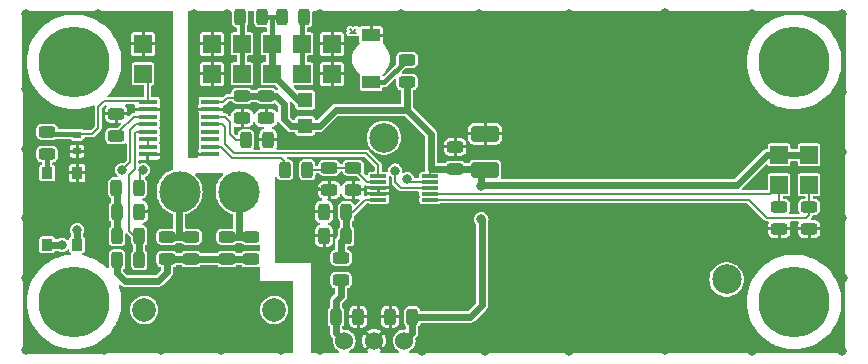
<source format=gbr>
%TF.GenerationSoftware,KiCad,Pcbnew,7.0.5.1-1-g8f565ef7f0-dirty-deb11*%
%TF.CreationDate,2023-07-05T12:54:15+00:00*%
%TF.ProjectId,VCAI2C02,56434149-3243-4303-922e-6b696361645f,rev?*%
%TF.SameCoordinates,Original*%
%TF.FileFunction,Copper,L2,Bot*%
%TF.FilePolarity,Positive*%
%FSLAX46Y46*%
G04 Gerber Fmt 4.6, Leading zero omitted, Abs format (unit mm)*
G04 Created by KiCad (PCBNEW 7.0.5.1-1-g8f565ef7f0-dirty-deb11) date 2023-07-05 12:54:15*
%MOMM*%
%LPD*%
G01*
G04 APERTURE LIST*
G04 Aperture macros list*
%AMRoundRect*
0 Rectangle with rounded corners*
0 $1 Rounding radius*
0 $2 $3 $4 $5 $6 $7 $8 $9 X,Y pos of 4 corners*
0 Add a 4 corners polygon primitive as box body*
4,1,4,$2,$3,$4,$5,$6,$7,$8,$9,$2,$3,0*
0 Add four circle primitives for the rounded corners*
1,1,$1+$1,$2,$3*
1,1,$1+$1,$4,$5*
1,1,$1+$1,$6,$7*
1,1,$1+$1,$8,$9*
0 Add four rect primitives between the rounded corners*
20,1,$1+$1,$2,$3,$4,$5,0*
20,1,$1+$1,$4,$5,$6,$7,0*
20,1,$1+$1,$6,$7,$8,$9,0*
20,1,$1+$1,$8,$9,$2,$3,0*%
G04 Aperture macros list end*
%TA.AperFunction,EtchedComponent*%
%ADD10C,0.150000*%
%TD*%
%TA.AperFunction,ComponentPad*%
%ADD11C,2.000000*%
%TD*%
%TA.AperFunction,ComponentPad*%
%ADD12C,3.500000*%
%TD*%
%TA.AperFunction,SMDPad,CuDef*%
%ADD13R,1.250000X1.250000*%
%TD*%
%TA.AperFunction,ComponentPad*%
%ADD14C,2.500000*%
%TD*%
%TA.AperFunction,ComponentPad*%
%ADD15C,1.524000*%
%TD*%
%TA.AperFunction,SMDPad,CuDef*%
%ADD16R,0.900000X1.000000*%
%TD*%
%TA.AperFunction,ComponentPad*%
%ADD17R,1.524000X1.524000*%
%TD*%
%TA.AperFunction,ComponentPad*%
%ADD18C,6.000000*%
%TD*%
%TA.AperFunction,SMDPad,CuDef*%
%ADD19R,1.600000X0.410000*%
%TD*%
%TA.AperFunction,SMDPad,CuDef*%
%ADD20R,1.400000X0.300000*%
%TD*%
%TA.AperFunction,SMDPad,CuDef*%
%ADD21RoundRect,0.250000X0.925000X-0.412500X0.925000X0.412500X-0.925000X0.412500X-0.925000X-0.412500X0*%
%TD*%
%TA.AperFunction,SMDPad,CuDef*%
%ADD22RoundRect,0.243750X-0.456250X0.243750X-0.456250X-0.243750X0.456250X-0.243750X0.456250X0.243750X0*%
%TD*%
%TA.AperFunction,SMDPad,CuDef*%
%ADD23RoundRect,0.243750X0.456250X-0.243750X0.456250X0.243750X-0.456250X0.243750X-0.456250X-0.243750X0*%
%TD*%
%TA.AperFunction,SMDPad,CuDef*%
%ADD24R,1.500000X1.050000*%
%TD*%
%TA.AperFunction,SMDPad,CuDef*%
%ADD25R,0.700000X0.600000*%
%TD*%
%TA.AperFunction,SMDPad,CuDef*%
%ADD26RoundRect,0.243750X0.243750X0.456250X-0.243750X0.456250X-0.243750X-0.456250X0.243750X-0.456250X0*%
%TD*%
%TA.AperFunction,SMDPad,CuDef*%
%ADD27RoundRect,0.243750X-0.243750X-0.456250X0.243750X-0.456250X0.243750X0.456250X-0.243750X0.456250X0*%
%TD*%
%TA.AperFunction,ViaPad*%
%ADD28C,0.800000*%
%TD*%
%TA.AperFunction,Conductor*%
%ADD29C,0.200000*%
%TD*%
%TA.AperFunction,Conductor*%
%ADD30C,0.600000*%
%TD*%
%TA.AperFunction,Conductor*%
%ADD31C,0.400000*%
%TD*%
G04 APERTURE END LIST*
D10*
%TO.C,D2*%
X23639780Y2468880D02*
X23334980Y2788920D01*
X23624540Y2506980D02*
X23896320Y2781300D01*
X23896320Y2476500D02*
X23327360Y2471420D01*
%TD*%
D11*
%TO.P,J1,MP*%
%TO.N,N/C*%
X16930000Y-21002000D03*
X5930000Y-21002000D03*
D12*
%TO.P,J1,2*%
%TO.N,Net-(D3-Pad4)*%
X8930000Y-11002000D03*
%TO.P,J1,1*%
%TO.N,Net-(D3-Pad3)*%
X13930000Y-11002000D03*
%TD*%
D13*
%TO.P,L1,1*%
%TO.N,VCC*%
X19558000Y-3218000D03*
%TO.P,L1,2*%
%TO.N,+5V*%
X19558000Y-5418000D03*
%TD*%
D14*
%TO.P,TR1,MP*%
%TO.N,N/C*%
X55240000Y-18422000D03*
X26240000Y-6422000D03*
D15*
%TO.P,TR1,3*%
%TO.N,+5V*%
X27940000Y-23622000D03*
%TO.P,TR1,1*%
%TO.N,/Vout*%
X22860000Y-23622000D03*
%TO.P,TR1,2*%
%TO.N,GNDD*%
X25400000Y-23622000D03*
%TD*%
D16*
%TO.P,D3,2*%
%TO.N,GNDPWR*%
X254000Y-9406000D03*
%TO.P,D3,1*%
%TO.N,Net-(D3-Pad1)*%
X-2286000Y-9406000D03*
%TO.P,D3,3*%
%TO.N,Net-(D3-Pad3)*%
X-2286000Y-15486000D03*
%TO.P,D3,4*%
%TO.N,Net-(D3-Pad4)*%
X254000Y-15486000D03*
%TD*%
D17*
%TO.P,J4,1*%
%TO.N,GNDD*%
X11684000Y-1016000D03*
%TO.P,J4,2*%
X11684000Y1524000D03*
%TO.P,J4,3*%
%TO.N,/SDA*%
X14224000Y-1016000D03*
%TO.P,J4,4*%
X14224000Y1524000D03*
%TO.P,J4,5*%
%TO.N,VCC*%
X16764000Y-1016000D03*
%TO.P,J4,6*%
X16764000Y1524000D03*
%TO.P,J4,7*%
%TO.N,/SCL*%
X19304000Y-1016000D03*
%TO.P,J4,8*%
X19304000Y1524000D03*
%TO.P,J4,9*%
%TO.N,GNDD*%
X21844000Y-1016000D03*
%TO.P,J4,10*%
X21844000Y1524000D03*
%TD*%
%TO.P,J5,1*%
%TO.N,Net-(D1-Pad1)*%
X5842000Y-1016000D03*
%TO.P,J5,2*%
%TO.N,GNDPWR*%
X5842000Y1524000D03*
%TD*%
%TO.P,J6,1*%
%TO.N,Net-(J6-Pad1)*%
X59690000Y-10414000D03*
%TO.P,J6,2*%
%TO.N,+5V*%
X59690000Y-7874000D03*
%TO.P,J6,3*%
%TO.N,Net-(J6-Pad3)*%
X62230000Y-10414000D03*
%TO.P,J6,4*%
%TO.N,+5V*%
X62230000Y-7874000D03*
%TD*%
D18*
%TO.P,MH1,1*%
%TO.N,N/C*%
X60960000Y0D03*
%TD*%
%TO.P,MH2,1*%
%TO.N,N/C*%
X0Y-20320000D03*
%TD*%
%TO.P,MH3,1*%
%TO.N,N/C*%
X60960000Y-20320000D03*
%TD*%
%TO.P,MH4,1*%
%TO.N,N/C*%
X0Y0D03*
%TD*%
D19*
%TO.P,U1,16*%
%TO.N,Net-(D1-Pad1)*%
X6235700Y-3365500D03*
%TO.P,U1,15*%
%TO.N,GNDPWR*%
X6235700Y-4000500D03*
%TO.P,U1,14*%
%TO.N,Net-(C3-Pad1)*%
X6235700Y-4635500D03*
%TO.P,U1,13*%
%TO.N,/REFout2*%
X6235700Y-5270500D03*
%TO.P,U1,12*%
%TO.N,Net-(R3-Pad2)*%
X6235700Y-5905500D03*
%TO.P,U1,11*%
%TO.N,/COMP*%
X6235700Y-6540500D03*
%TO.P,U1,10*%
X6235700Y-7175500D03*
%TO.P,U1,9*%
%TO.N,GNDPWR*%
X6235700Y-7810500D03*
%TO.P,U1,8*%
%TO.N,GNDD*%
X11544300Y-7810500D03*
%TO.P,U1,7*%
%TO.N,/EAout*%
X11544300Y-7175500D03*
%TO.P,U1,6*%
%TO.N,N/C*%
X11544300Y-6540500D03*
%TO.P,U1,5*%
X11544300Y-5905500D03*
%TO.P,U1,4*%
%TO.N,/ch2-*%
X11544300Y-5270500D03*
%TO.P,U1,3*%
%TO.N,Net-(C6-Pad2)*%
X11544300Y-4635500D03*
%TO.P,U1,2*%
%TO.N,GNDD*%
X11544300Y-4000500D03*
%TO.P,U1,1*%
%TO.N,+5V*%
X11544300Y-3365500D03*
%TD*%
D20*
%TO.P,U2,1*%
%TO.N,Net-(C7-Pad1)*%
X25740000Y-11668000D03*
%TO.P,U2,2*%
%TO.N,GNDD*%
X25740000Y-11168000D03*
%TO.P,U2,3*%
X25740000Y-10668000D03*
%TO.P,U2,4*%
%TO.N,Net-(C8-Pad1)*%
X25740000Y-10168000D03*
%TO.P,U2,5*%
%TO.N,/ch2-*%
X25740000Y-9668000D03*
%TO.P,U2,6*%
%TO.N,+5V*%
X30140000Y-9668000D03*
%TO.P,U2,7*%
%TO.N,/SDA*%
X30140000Y-10168000D03*
%TO.P,U2,8*%
%TO.N,/SCL*%
X30140000Y-10668000D03*
%TO.P,U2,9*%
%TO.N,Net-(J6-Pad1)*%
X30140000Y-11168000D03*
%TO.P,U2,10*%
%TO.N,Net-(J6-Pad3)*%
X30140000Y-11668000D03*
%TD*%
D21*
%TO.P,C11,1*%
%TO.N,+5V*%
X34798000Y-9157500D03*
%TO.P,C11,2*%
%TO.N,GNDD*%
X34798000Y-6082500D03*
%TD*%
D22*
%TO.P,R1,2*%
%TO.N,/INPUT*%
X14986000Y-16685500D03*
%TO.P,R1,1*%
%TO.N,Net-(D3-Pad3)*%
X14986000Y-14810500D03*
%TD*%
D23*
%TO.P,R2,1*%
%TO.N,/INPUT*%
X7874000Y-16685500D03*
%TO.P,R2,2*%
%TO.N,Net-(D3-Pad4)*%
X7874000Y-14810500D03*
%TD*%
D22*
%TO.P,R7,2*%
%TO.N,/INPUT*%
X12954000Y-16685500D03*
%TO.P,R7,1*%
%TO.N,Net-(D3-Pad3)*%
X12954000Y-14810500D03*
%TD*%
D23*
%TO.P,R8,1*%
%TO.N,/INPUT*%
X9906000Y-16685500D03*
%TO.P,R8,2*%
%TO.N,Net-(D3-Pad4)*%
X9906000Y-14810500D03*
%TD*%
D24*
%TO.P,D2,2*%
%TO.N,Net-(D2-Pad2)*%
X25146000Y-1746000D03*
%TO.P,D2,1*%
%TO.N,GNDD*%
X25146000Y2254000D03*
%TD*%
D25*
%TO.P,D1,2*%
%TO.N,GNDPWR*%
X254000Y-7558000D03*
%TO.P,D1,1*%
%TO.N,Net-(D1-Pad1)*%
X254000Y-6158000D03*
%TD*%
D23*
%TO.P,C3,2*%
%TO.N,GNDPWR*%
X3556000Y-4396500D03*
%TO.P,C3,1*%
%TO.N,Net-(C3-Pad1)*%
X3556000Y-6271500D03*
%TD*%
D22*
%TO.P,C4,2*%
%TO.N,GNDD*%
X14224000Y-4747500D03*
%TO.P,C4,1*%
%TO.N,+5V*%
X14224000Y-2872500D03*
%TD*%
%TO.P,C5,1*%
%TO.N,+5V*%
X16256000Y-2872500D03*
%TO.P,C5,2*%
%TO.N,GNDD*%
X16256000Y-4747500D03*
%TD*%
D26*
%TO.P,C6,2*%
%TO.N,Net-(C6-Pad2)*%
X14556500Y-6604000D03*
%TO.P,C6,1*%
%TO.N,GNDD*%
X16431500Y-6604000D03*
%TD*%
%TO.P,C7,1*%
%TO.N,Net-(C7-Pad1)*%
X23035500Y-14732000D03*
%TO.P,C7,2*%
%TO.N,GNDD*%
X21160500Y-14732000D03*
%TD*%
D22*
%TO.P,C8,2*%
%TO.N,GNDD*%
X21590000Y-10843500D03*
%TO.P,C8,1*%
%TO.N,Net-(C8-Pad1)*%
X21590000Y-8968500D03*
%TD*%
D26*
%TO.P,C9,1*%
%TO.N,+5V*%
X28623500Y-21590000D03*
%TO.P,C9,2*%
%TO.N,GNDD*%
X26748500Y-21590000D03*
%TD*%
D23*
%TO.P,C10,1*%
%TO.N,+5V*%
X32258000Y-9065500D03*
%TO.P,C10,2*%
%TO.N,GNDD*%
X32258000Y-7190500D03*
%TD*%
D27*
%TO.P,R3,2*%
%TO.N,Net-(R3-Pad2)*%
X5509500Y-16764000D03*
%TO.P,R3,1*%
%TO.N,/INPUT*%
X3634500Y-16764000D03*
%TD*%
D26*
%TO.P,R4,1*%
%TO.N,/REFout2*%
X5459510Y-10675708D03*
%TO.P,R4,2*%
%TO.N,Net-(R4-Pad2)*%
X3584510Y-10675708D03*
%TD*%
D27*
%TO.P,R5,2*%
%TO.N,Net-(R3-Pad2)*%
X5509500Y-14732000D03*
%TO.P,R5,1*%
%TO.N,Net-(R4-Pad2)*%
X3634500Y-14732000D03*
%TD*%
D26*
%TO.P,R6,1*%
%TO.N,GNDPWR*%
X5509500Y-12700000D03*
%TO.P,R6,2*%
%TO.N,Net-(R4-Pad2)*%
X3634500Y-12700000D03*
%TD*%
%TO.P,R10,2*%
%TO.N,/SDA*%
X14048500Y3810000D03*
%TO.P,R10,1*%
%TO.N,VCC*%
X15923500Y3810000D03*
%TD*%
D22*
%TO.P,R11,1*%
%TO.N,Net-(D1-Pad1)*%
X-2286000Y-5920500D03*
%TO.P,R11,2*%
%TO.N,Net-(D3-Pad1)*%
X-2286000Y-7795500D03*
%TD*%
D27*
%TO.P,R12,1*%
%TO.N,VCC*%
X17604500Y3810000D03*
%TO.P,R12,2*%
%TO.N,/SCL*%
X19479500Y3810000D03*
%TD*%
D23*
%TO.P,R13,1*%
%TO.N,+5V*%
X28194000Y-1699500D03*
%TO.P,R13,2*%
%TO.N,Net-(D2-Pad2)*%
X28194000Y175500D03*
%TD*%
D27*
%TO.P,R14,1*%
%TO.N,/Vout*%
X22176500Y-21590000D03*
%TO.P,R14,2*%
%TO.N,GNDD*%
X24051500Y-21590000D03*
%TD*%
D22*
%TO.P,R15,1*%
%TO.N,Net-(C7-Pad1)*%
X22606000Y-16588500D03*
%TO.P,R15,2*%
%TO.N,/Vout*%
X22606000Y-18463500D03*
%TD*%
D26*
%TO.P,R16,2*%
%TO.N,/EAout*%
X17858500Y-9144000D03*
%TO.P,R16,1*%
%TO.N,Net-(C8-Pad1)*%
X19733500Y-9144000D03*
%TD*%
D27*
%TO.P,R17,2*%
%TO.N,Net-(C7-Pad1)*%
X23035500Y-12700000D03*
%TO.P,R17,1*%
%TO.N,GNDD*%
X21160500Y-12700000D03*
%TD*%
D23*
%TO.P,R18,2*%
%TO.N,Net-(C8-Pad1)*%
X23622000Y-8968500D03*
%TO.P,R18,1*%
%TO.N,GNDD*%
X23622000Y-10843500D03*
%TD*%
D22*
%TO.P,R22,2*%
%TO.N,GNDD*%
X59690000Y-14145500D03*
%TO.P,R22,1*%
%TO.N,Net-(J6-Pad1)*%
X59690000Y-12270500D03*
%TD*%
%TO.P,R24,1*%
%TO.N,Net-(J6-Pad3)*%
X62230000Y-12270500D03*
%TO.P,R24,2*%
%TO.N,GNDD*%
X62230000Y-14145500D03*
%TD*%
D28*
%TO.N,GNDPWR*%
X-4064000Y4064000D03*
X2540000Y-24384000D03*
X17526000Y-24384000D03*
X17780000Y-19050000D03*
X12446000Y-24384000D03*
X7366000Y-24384002D03*
X-4064000Y-2286000D03*
X2032000Y4064000D03*
X13970000Y-18034000D03*
X13970000Y-21590000D03*
X9905994Y-21590000D03*
X9906000Y-18034000D03*
X-4064000Y-7366000D03*
X-4064000Y-24384000D03*
X-4064000Y-18288000D03*
X-4064000Y-13208000D03*
X7874000Y-8636000D03*
X7874000Y-6D03*
X7874000Y-4064004D03*
%TO.N,GNDD*%
X10144298Y-7366000D03*
X10155119Y-4317061D03*
X10160000Y0D03*
X10160000Y4064000D03*
X12954000Y4064000D03*
X20828000Y4064000D03*
X27686000Y4064000D03*
X34290000Y4064000D03*
X65024000Y4064000D03*
X65024000Y-2540000D03*
X65024000Y-7620000D03*
X65024000Y-13208000D03*
X65086000Y-18288000D03*
X65024000Y-24446000D03*
X57404000Y-24446000D03*
X50038000Y-24384000D03*
X34798000Y-24446000D03*
X29464000Y-24446000D03*
X18034000Y-10668000D03*
X20828000Y-16256000D03*
X20828000Y-19050000D03*
X20828000Y-24384000D03*
X18033994Y-16256000D03*
X57403994Y4064000D03*
X50038000Y4125990D03*
X41910004Y4064000D03*
X41910000Y-24445988D03*
%TO.N,+5V*%
X34480500Y-13335000D03*
X34480500Y-10468000D03*
%TO.N,Net-(D3-Pad3)*%
X-1016000Y-15494000D03*
%TO.N,Net-(D3-Pad4)*%
X254000Y-14224000D03*
%TO.N,/SDA*%
X28194000Y-9906000D03*
%TO.N,/SCL*%
X27178000Y-9205990D03*
%TO.N,/REFout2*%
X4064000Y-9144000D03*
X5842000Y-9144000D03*
%TD*%
D29*
%TO.N,GNDPWR*%
X18230001Y-19754001D02*
X17780000Y-19304000D01*
X17526000Y-24384000D02*
X18230001Y-23679999D01*
X18230001Y-23679999D02*
X18230001Y-19754001D01*
X7366002Y-24384000D02*
X7366000Y-24384002D01*
X12446000Y-24384000D02*
X7366002Y-24384000D01*
X13970000Y-18034000D02*
X13970000Y-21590000D01*
X9905994Y-21590000D02*
X9905994Y-18034006D01*
X9905994Y-18034006D02*
X9906000Y-18034000D01*
X-4064000Y-18288000D02*
X-4064000Y-13208000D01*
X-4064004Y-7620000D02*
X-4064004Y-13207996D01*
X-4064004Y-13207996D02*
X-4064000Y-13208000D01*
X7874000Y-3810000D02*
X7874000Y-6D01*
X6235700Y-4000500D02*
X7810496Y-4000500D01*
X7810496Y-4000500D02*
X7874000Y-4064004D01*
X4889500Y-4000500D02*
X6235700Y-4000500D01*
X3810000Y-4292500D02*
X4597500Y-4292500D01*
X4597500Y-4292500D02*
X4889500Y-4000500D01*
X6097000Y-12700000D02*
X6604000Y-12193000D01*
X5509500Y-12700000D02*
X6097000Y-12700000D01*
X6604000Y-9906000D02*
X7874000Y-8636000D01*
X6604000Y-12193000D02*
X6604000Y-9906000D01*
X-4318000Y-2032000D02*
X-4064000Y-2286000D01*
X-4064000Y4064000D02*
X-4318000Y3810000D01*
X-4318000Y3810000D02*
X-4318000Y-2032000D01*
X-3810000Y-24638000D02*
X-4064000Y-24384000D01*
X2540000Y-24384000D02*
X2286000Y-24638000D01*
X2286000Y-24638000D02*
X-3810000Y-24638000D01*
%TO.N,Net-(C3-Pad1)*%
X5042000Y-4635500D02*
X6235700Y-4635500D01*
X3810000Y-5867500D02*
X5042000Y-4635500D01*
%TO.N,GNDD*%
X11544300Y-7810500D02*
X10588798Y-7810500D01*
X10588798Y-7810500D02*
X10144298Y-7366000D01*
X10155119Y-4317061D02*
X10155119Y-4881D01*
X10155119Y-4881D02*
X10160000Y0D01*
X10160000Y4064000D02*
X12954000Y4064000D01*
X20574000Y4064000D02*
X27686000Y4064000D01*
X65024000Y-7620000D02*
X65024000Y-13208000D01*
X65086000Y-18288000D02*
X65086000Y-24384000D01*
X65086000Y-24384000D02*
X65024000Y-24446000D01*
X57404000Y-24446000D02*
X50100000Y-24446000D01*
X50100000Y-24446000D02*
X50038000Y-24384000D01*
X20828000Y-10693500D02*
X18059500Y-10693500D01*
X18059500Y-10693500D02*
X18034000Y-10668000D01*
X20828000Y-19304000D02*
X20828000Y-24384000D01*
X20828000Y-16256000D02*
X18033994Y-16256000D01*
X57403994Y4064000D02*
X50099990Y4064000D01*
X50099990Y4064000D02*
X50038000Y4125990D01*
X34290000Y4064000D02*
X41910004Y4064000D01*
X34798000Y-24446000D02*
X41909988Y-24446000D01*
X41909988Y-24446000D02*
X41910000Y-24445988D01*
X65278000Y-2286000D02*
X65024000Y-2540000D01*
X65024000Y4064000D02*
X65278000Y3810000D01*
X65278000Y3810000D02*
X65278000Y-2286000D01*
D30*
%TO.N,+5V*%
X34480500Y-9221000D02*
X34544000Y-9157500D01*
X34480500Y-10468000D02*
X34480500Y-9221000D01*
D29*
X11544300Y-3365500D02*
X12636500Y-3365500D01*
X12979500Y-3022500D02*
X13970000Y-3022500D01*
X12636500Y-3365500D02*
X12979500Y-3022500D01*
D30*
X62230000Y-7874000D02*
X59690000Y-7874000D01*
X28623500Y-22938500D02*
X28623500Y-21590000D01*
X27940000Y-23622000D02*
X28623500Y-22938500D01*
X18333000Y-5418000D02*
X19558000Y-5418000D01*
X17780000Y-4865000D02*
X18333000Y-5418000D01*
X17780000Y-3556000D02*
X17780000Y-4865000D01*
X13970000Y-2872500D02*
X17096500Y-2872500D01*
X17096500Y-2872500D02*
X17780000Y-3556000D01*
X34544000Y-20574000D02*
X34544000Y-13462000D01*
X28623500Y-21590000D02*
X33528000Y-21590000D01*
X33528000Y-21590000D02*
X34544000Y-20574000D01*
X34706000Y-9065500D02*
X34798000Y-9157500D01*
X32258000Y-9065500D02*
X34706000Y-9065500D01*
X30226000Y-9065500D02*
X32258000Y-9065500D01*
D29*
X30140000Y-9151500D02*
X30226000Y-9065500D01*
X30140000Y-9668000D02*
X30140000Y-9151500D01*
D30*
X20783000Y-5418000D02*
X22137000Y-4064000D01*
X19558000Y-5418000D02*
X20783000Y-5418000D01*
X28194000Y-1699500D02*
X28194000Y-4064000D01*
X22137000Y-4064000D02*
X28194000Y-4064000D01*
X30226000Y-6096000D02*
X30226000Y-9065500D01*
X28194000Y-4064000D02*
X30226000Y-6096000D01*
X58674000Y-7874000D02*
X59690000Y-7874000D01*
X34784500Y-10414000D02*
X56134000Y-10414000D01*
X56134000Y-10414000D02*
X58674000Y-7874000D01*
D29*
%TO.N,Net-(C6-Pad2)*%
X13716000Y-6604000D02*
X14478000Y-6604000D01*
X13208000Y-6096000D02*
X13716000Y-6604000D01*
X13208000Y-5080000D02*
X13208000Y-6096000D01*
X11544300Y-4635500D02*
X12763500Y-4635500D01*
X12763500Y-4635500D02*
X13208000Y-5080000D01*
D30*
%TO.N,Net-(C7-Pad1)*%
X22606000Y-15161500D02*
X23035500Y-14732000D01*
X22606000Y-16588500D02*
X22606000Y-15161500D01*
X23035500Y-12700000D02*
X23035500Y-14732000D01*
D29*
X24654000Y-11668000D02*
X25740000Y-11668000D01*
X23035500Y-12700000D02*
X23622000Y-12700000D01*
X23622000Y-12700000D02*
X24654000Y-11668000D01*
%TO.N,Net-(C8-Pad1)*%
X24821500Y-10168000D02*
X23622000Y-8968500D01*
X25740000Y-10168000D02*
X24821500Y-10168000D01*
X23622000Y-8968500D02*
X21590000Y-8968500D01*
X21414500Y-9144000D02*
X21590000Y-8968500D01*
X19733500Y-9144000D02*
X21414500Y-9144000D01*
%TO.N,Net-(D1-Pad1)*%
X6235700Y-1409700D02*
X5842000Y-1016000D01*
X6235700Y-3365500D02*
X6235700Y-1409700D01*
D31*
X126500Y-6070500D02*
X254000Y-6198000D01*
X-2158500Y-6096000D02*
X254000Y-6096000D01*
D29*
X356000Y-6096000D02*
X254000Y-6198000D01*
X6235700Y-3365500D02*
X6172200Y-3302000D01*
X6172200Y-3302000D02*
X2540000Y-3302000D01*
X2540000Y-3302000D02*
X2032000Y-3810000D01*
X2032000Y-3810000D02*
X2032000Y-5588000D01*
X2032000Y-5588000D02*
X1524000Y-6096000D01*
X1524000Y-6096000D02*
X356000Y-6096000D01*
D31*
%TO.N,VCC*%
X15773500Y3810000D02*
X17500500Y3810000D01*
D30*
X16764000Y1524000D02*
X16764000Y-1016000D01*
D31*
X16764000Y3810000D02*
X17500500Y3810000D01*
X16764000Y1524000D02*
X16764000Y3810000D01*
D30*
X18966000Y-3218000D02*
X19558000Y-3218000D01*
X16764000Y-1016000D02*
X18966000Y-3218000D01*
D31*
%TO.N,Net-(D3-Pad1)*%
X-2286000Y-9406000D02*
X-2286000Y-7645500D01*
D30*
%TO.N,Net-(D3-Pad3)*%
X14986000Y-14810500D02*
X12954000Y-14810500D01*
X-2286000Y-15486000D02*
X-1024000Y-15486000D01*
X-1024000Y-15486000D02*
X-1016000Y-15494000D01*
X13970000Y-14810500D02*
X12954000Y-14810500D01*
X13930000Y-11002000D02*
X13970000Y-11042000D01*
X13970000Y-11042000D02*
X13970000Y-14810500D01*
%TO.N,Net-(D3-Pad4)*%
X7874000Y-14810500D02*
X9906000Y-14810500D01*
X254000Y-15486000D02*
X254000Y-14224000D01*
X8890000Y-11042000D02*
X8930000Y-11002000D01*
X8890000Y-14732000D02*
X8890000Y-11042000D01*
X9906000Y-14810500D02*
X8968500Y-14810500D01*
X8968500Y-14810500D02*
X8890000Y-14732000D01*
D31*
%TO.N,/SDA*%
X14224000Y3784500D02*
X14198500Y3810000D01*
D29*
X30140000Y-10168000D02*
X28456000Y-10168000D01*
X28456000Y-10168000D02*
X28406001Y-10118001D01*
X28406001Y-10118001D02*
X28194000Y-9906000D01*
D31*
X14224000Y1524000D02*
X14224000Y3784500D01*
X14224000Y1524000D02*
X14224000Y-1016000D01*
%TO.N,/SCL*%
X19304000Y-1016000D02*
X19304000Y1524000D01*
D29*
X27178000Y-10160000D02*
X27178000Y-9771675D01*
X27178000Y-9771675D02*
X27178000Y-9205990D01*
X27686000Y-10668000D02*
X27178000Y-10160000D01*
X30140000Y-10668000D02*
X27686000Y-10668000D01*
D31*
X19304000Y3810000D02*
X19304000Y1524000D01*
X19558000Y4064000D02*
X19304000Y3810000D01*
D29*
%TO.N,Net-(J6-Pad1)*%
X60172500Y-10896500D02*
X59690000Y-10414000D01*
X59690000Y-12420500D02*
X59690000Y-10414000D01*
X58936000Y-11168000D02*
X59690000Y-10414000D01*
X30140000Y-11168000D02*
X58936000Y-11168000D01*
%TO.N,Net-(J6-Pad3)*%
X62230000Y-11883000D02*
X62230000Y-10414000D01*
X62230000Y-12420500D02*
X62230000Y-11883000D01*
X62230000Y-12954000D02*
X62230000Y-12270500D01*
X31040000Y-11668000D02*
X31056000Y-11684000D01*
X30140000Y-11668000D02*
X31040000Y-11668000D01*
X31056000Y-11684000D02*
X57150000Y-11684000D01*
X57150000Y-11684000D02*
X58674000Y-13208000D01*
X58674000Y-13208000D02*
X61976000Y-13208000D01*
X61976000Y-13208000D02*
X62230000Y-12954000D01*
D30*
%TO.N,/INPUT*%
X14986000Y-16685500D02*
X12954000Y-16685500D01*
X12954000Y-16685500D02*
X9906000Y-16685500D01*
X9906000Y-16685500D02*
X7874000Y-16685500D01*
X7874000Y-17780000D02*
X7874000Y-16685500D01*
X7112000Y-18542000D02*
X7874000Y-17780000D01*
X4318000Y-18542000D02*
X7112000Y-18542000D01*
X3634500Y-16764000D02*
X3634500Y-17858500D01*
X3634500Y-17858500D02*
X4318000Y-18542000D01*
%TO.N,Net-(R3-Pad2)*%
X5509500Y-16764000D02*
X5509500Y-14732000D01*
D29*
X6235700Y-5905500D02*
X5235700Y-5905500D01*
X4672000Y-14300506D02*
X4672000Y-9552000D01*
X5509500Y-14732000D02*
X5103494Y-14732000D01*
X5103494Y-14732000D02*
X4672000Y-14300506D01*
X5135699Y-6005501D02*
X5235700Y-5905500D01*
X5135699Y-9088301D02*
X5135699Y-6005501D01*
X4672000Y-9552000D02*
X5135699Y-9088301D01*
D30*
%TO.N,Net-(R4-Pad2)*%
X3634500Y-14732000D02*
X3634500Y-12700000D01*
X3634500Y-10725698D02*
X3584510Y-10675708D01*
X3634500Y-12700000D02*
X3634500Y-10725698D01*
D29*
%TO.N,/REFout2*%
X5334000Y-10550198D02*
X5459510Y-10675708D01*
X4735689Y-8472311D02*
X4064000Y-9144000D01*
X4735689Y-5770511D02*
X4735689Y-8472311D01*
X6235700Y-5270500D02*
X5235700Y-5270500D01*
X5235700Y-5270500D02*
X4735689Y-5770511D01*
X5588000Y-10547218D02*
X5459510Y-10675708D01*
X5842000Y-9144000D02*
X5588000Y-9398000D01*
X5588000Y-9398000D02*
X5588000Y-10547218D01*
D30*
%TO.N,/Vout*%
X22176500Y-22938500D02*
X22860000Y-23622000D01*
X22176500Y-21590000D02*
X22176500Y-22938500D01*
X22176500Y-21590000D02*
X22176500Y-20241500D01*
X22606000Y-19812000D02*
X22606000Y-18463500D01*
X22176500Y-20241500D02*
X22606000Y-19812000D01*
D29*
%TO.N,/EAout*%
X17526000Y-8915500D02*
X17754500Y-9144000D01*
X17780000Y-9065500D02*
X17858500Y-9144000D01*
X17780000Y-8382000D02*
X17780000Y-9065500D01*
X17526001Y-8128001D02*
X17780000Y-8382000D01*
X13404301Y-8128001D02*
X17526001Y-8128001D01*
X11544300Y-7175500D02*
X12451800Y-7175500D01*
X12451800Y-7175500D02*
X13404301Y-8128001D01*
%TO.N,/ch2-*%
X25740000Y-8722000D02*
X25740000Y-9668000D01*
X12544300Y-5270500D02*
X12807990Y-5534190D01*
X11544300Y-5270500D02*
X12544300Y-5270500D01*
X12807990Y-5534190D02*
X12807990Y-6965990D01*
X12807990Y-6965990D02*
X13569990Y-7727990D01*
X13569990Y-7727990D02*
X24745990Y-7727990D01*
X24745990Y-7727990D02*
X25740000Y-8722000D01*
%TO.N,/COMP*%
X6235700Y-6540500D02*
X6235700Y-7175500D01*
D31*
%TO.N,Net-(D2-Pad2)*%
X25067500Y-1824500D02*
X25146000Y-1746000D01*
X26272500Y-1746000D02*
X28194000Y175500D01*
X25146000Y-1746000D02*
X26272500Y-1746000D01*
%TD*%
%TA.AperFunction,Conductor*%
%TO.N,GNDPWR*%
G36*
X8341191Y4306593D02*
G01*
X8377155Y4257093D01*
X8382000Y4226500D01*
X8382000Y-9055902D01*
X8363093Y-9114093D01*
X8317597Y-9148659D01*
X8269675Y-9166533D01*
X8117661Y-9223231D01*
X8117659Y-9223232D01*
X7872786Y-9356943D01*
X7649437Y-9524140D01*
X7452140Y-9721437D01*
X7284943Y-9944786D01*
X7151232Y-10189659D01*
X7151231Y-10189661D01*
X7053730Y-10451072D01*
X6994421Y-10723711D01*
X6974518Y-11002000D01*
X6994421Y-11280288D01*
X6994421Y-11280291D01*
X6994422Y-11280294D01*
X7009792Y-11350949D01*
X7053730Y-11552927D01*
X7151231Y-11814338D01*
X7151232Y-11814340D01*
X7284944Y-12059213D01*
X7284943Y-12059213D01*
X7452140Y-12282562D01*
X7452141Y-12282563D01*
X7452145Y-12282568D01*
X7649432Y-12479855D01*
X7649435Y-12479857D01*
X7649437Y-12479859D01*
X7872786Y-12647056D01*
X8117659Y-12780767D01*
X8117663Y-12780769D01*
X8325096Y-12858137D01*
X8373010Y-12896188D01*
X8389499Y-12950895D01*
X8389500Y-14023500D01*
X8370593Y-14081691D01*
X8321093Y-14117655D01*
X8290500Y-14122500D01*
X7364226Y-14122500D01*
X7334231Y-14125313D01*
X7334222Y-14125315D01*
X7207824Y-14169543D01*
X7100071Y-14249069D01*
X7100069Y-14249071D01*
X7020543Y-14356824D01*
X6976315Y-14483222D01*
X6976313Y-14483231D01*
X6973500Y-14513226D01*
X6973500Y-15107773D01*
X6976313Y-15137768D01*
X6976315Y-15137777D01*
X7020543Y-15264175D01*
X7020544Y-15264176D01*
X7020545Y-15264179D01*
X7100070Y-15371930D01*
X7207821Y-15451455D01*
X7334226Y-15495686D01*
X7364226Y-15498499D01*
X7364230Y-15498500D01*
X7364236Y-15498500D01*
X8383770Y-15498500D01*
X8383772Y-15498499D01*
X8413774Y-15495686D01*
X8540179Y-15451455D01*
X8647930Y-15371930D01*
X8663222Y-15351210D01*
X8712989Y-15315619D01*
X8742876Y-15311000D01*
X8932701Y-15311000D01*
X8948848Y-15311000D01*
X8952381Y-15311126D01*
X8957371Y-15311482D01*
X9004573Y-15314859D01*
X9010970Y-15313467D01*
X9011910Y-15313263D01*
X9032956Y-15311000D01*
X9037124Y-15311000D01*
X9095315Y-15329907D01*
X9116777Y-15351209D01*
X9132070Y-15371930D01*
X9239821Y-15451455D01*
X9366226Y-15495686D01*
X9396226Y-15498499D01*
X9396230Y-15498500D01*
X9396236Y-15498500D01*
X10415770Y-15498500D01*
X10415772Y-15498499D01*
X10445774Y-15495686D01*
X10572179Y-15451455D01*
X10679930Y-15371930D01*
X10759455Y-15264179D01*
X10803686Y-15137774D01*
X10806499Y-15107772D01*
X10806500Y-15107770D01*
X10806500Y-14513230D01*
X10806499Y-14513226D01*
X10805864Y-14506458D01*
X10803686Y-14483226D01*
X10759455Y-14356821D01*
X10679930Y-14249070D01*
X10572179Y-14169545D01*
X10572176Y-14169544D01*
X10572175Y-14169543D01*
X10445777Y-14125315D01*
X10445776Y-14125314D01*
X10445774Y-14125314D01*
X10445771Y-14125313D01*
X10445768Y-14125313D01*
X10415773Y-14122500D01*
X10415764Y-14122500D01*
X9489500Y-14122500D01*
X9431309Y-14103593D01*
X9395345Y-14054093D01*
X9390500Y-14023500D01*
X9390500Y-12977720D01*
X9409407Y-12919529D01*
X9458907Y-12883565D01*
X9468457Y-12880982D01*
X9474328Y-12879705D01*
X9480919Y-12878272D01*
X9480919Y-12878271D01*
X9480923Y-12878271D01*
X9742337Y-12780769D01*
X9987213Y-12647056D01*
X10210568Y-12479855D01*
X10407855Y-12282568D01*
X10575056Y-12059213D01*
X10708769Y-11814337D01*
X10806271Y-11552923D01*
X10865578Y-11280294D01*
X10885482Y-11002000D01*
X10865578Y-10723706D01*
X10806271Y-10451077D01*
X10708769Y-10189663D01*
X10695817Y-10165944D01*
X10632806Y-10050548D01*
X10575056Y-9944787D01*
X10575055Y-9944786D01*
X10575056Y-9944786D01*
X10407859Y-9721437D01*
X10407857Y-9721435D01*
X10407855Y-9721432D01*
X10253424Y-9567001D01*
X10225649Y-9512487D01*
X10235220Y-9452055D01*
X10278485Y-9408790D01*
X10323430Y-9398000D01*
X12536570Y-9398000D01*
X12594761Y-9416907D01*
X12630725Y-9466407D01*
X12630725Y-9527593D01*
X12606575Y-9567001D01*
X12525487Y-9648090D01*
X12452140Y-9721437D01*
X12284943Y-9944786D01*
X12151232Y-10189659D01*
X12151231Y-10189661D01*
X12053730Y-10451072D01*
X11994421Y-10723711D01*
X11974518Y-11002000D01*
X11994421Y-11280288D01*
X11994421Y-11280291D01*
X11994422Y-11280294D01*
X12009792Y-11350949D01*
X12053730Y-11552927D01*
X12151231Y-11814338D01*
X12151232Y-11814340D01*
X12284944Y-12059213D01*
X12284943Y-12059213D01*
X12452140Y-12282562D01*
X12452141Y-12282563D01*
X12452145Y-12282568D01*
X12649432Y-12479855D01*
X12649435Y-12479857D01*
X12649437Y-12479859D01*
X12872786Y-12647056D01*
X13117659Y-12780767D01*
X13117663Y-12780769D01*
X13379077Y-12878271D01*
X13379078Y-12878271D01*
X13379080Y-12878272D01*
X13388428Y-12880305D01*
X13391540Y-12880982D01*
X13444383Y-12911824D01*
X13469005Y-12967837D01*
X13469500Y-12977720D01*
X13469500Y-14023500D01*
X13450593Y-14081691D01*
X13401093Y-14117655D01*
X13370500Y-14122500D01*
X12444226Y-14122500D01*
X12414231Y-14125313D01*
X12414222Y-14125315D01*
X12287824Y-14169543D01*
X12180071Y-14249069D01*
X12180069Y-14249071D01*
X12100543Y-14356824D01*
X12056315Y-14483222D01*
X12056313Y-14483231D01*
X12053500Y-14513226D01*
X12053500Y-15107773D01*
X12056313Y-15137768D01*
X12056315Y-15137777D01*
X12100543Y-15264175D01*
X12100544Y-15264176D01*
X12100545Y-15264179D01*
X12180070Y-15371930D01*
X12287821Y-15451455D01*
X12414226Y-15495686D01*
X12444226Y-15498499D01*
X12444230Y-15498500D01*
X12444236Y-15498500D01*
X13463770Y-15498500D01*
X13463772Y-15498499D01*
X13493774Y-15495686D01*
X13620179Y-15451455D01*
X13727930Y-15371930D01*
X13743222Y-15351210D01*
X13792989Y-15315619D01*
X13822876Y-15311000D01*
X13898039Y-15311000D01*
X14041961Y-15311000D01*
X14117124Y-15311000D01*
X14175315Y-15329907D01*
X14196777Y-15351209D01*
X14212070Y-15371930D01*
X14319821Y-15451455D01*
X14446226Y-15495686D01*
X14476226Y-15498499D01*
X14476230Y-15498500D01*
X14476236Y-15498500D01*
X15495770Y-15498500D01*
X15495772Y-15498499D01*
X15525774Y-15495686D01*
X15616301Y-15464009D01*
X15677472Y-15462636D01*
X15727767Y-15497480D01*
X15747975Y-15555232D01*
X15748000Y-15557453D01*
X15748000Y-15938547D01*
X15729093Y-15996738D01*
X15679593Y-16032702D01*
X15618407Y-16032702D01*
X15616302Y-16031991D01*
X15525777Y-16000315D01*
X15525776Y-16000314D01*
X15525774Y-16000314D01*
X15525771Y-16000313D01*
X15525768Y-16000313D01*
X15495773Y-15997500D01*
X15495764Y-15997500D01*
X14476236Y-15997500D01*
X14476226Y-15997500D01*
X14446231Y-16000313D01*
X14446222Y-16000315D01*
X14319824Y-16044543D01*
X14247632Y-16097824D01*
X14212070Y-16124070D01*
X14196777Y-16144789D01*
X14147011Y-16180381D01*
X14117124Y-16185000D01*
X13822876Y-16185000D01*
X13764685Y-16166093D01*
X13743222Y-16144790D01*
X13727930Y-16124070D01*
X13620179Y-16044545D01*
X13620176Y-16044544D01*
X13620175Y-16044543D01*
X13493777Y-16000315D01*
X13493776Y-16000314D01*
X13493774Y-16000314D01*
X13493771Y-16000313D01*
X13493768Y-16000313D01*
X13463773Y-15997500D01*
X13463764Y-15997500D01*
X12444236Y-15997500D01*
X12444226Y-15997500D01*
X12414231Y-16000313D01*
X12414222Y-16000315D01*
X12287824Y-16044543D01*
X12215632Y-16097824D01*
X12180070Y-16124070D01*
X12164777Y-16144789D01*
X12115011Y-16180381D01*
X12085124Y-16185000D01*
X10774876Y-16185000D01*
X10716685Y-16166093D01*
X10695222Y-16144790D01*
X10679930Y-16124070D01*
X10572179Y-16044545D01*
X10572176Y-16044544D01*
X10572175Y-16044543D01*
X10445777Y-16000315D01*
X10445776Y-16000314D01*
X10445774Y-16000314D01*
X10445771Y-16000313D01*
X10445768Y-16000313D01*
X10415773Y-15997500D01*
X10415764Y-15997500D01*
X9396236Y-15997500D01*
X9396226Y-15997500D01*
X9366231Y-16000313D01*
X9366222Y-16000315D01*
X9239824Y-16044543D01*
X9167632Y-16097824D01*
X9132070Y-16124070D01*
X9116777Y-16144789D01*
X9067011Y-16180381D01*
X9037124Y-16185000D01*
X8742876Y-16185000D01*
X8684685Y-16166093D01*
X8663222Y-16144790D01*
X8647930Y-16124070D01*
X8540179Y-16044545D01*
X8540176Y-16044544D01*
X8540175Y-16044543D01*
X8413777Y-16000315D01*
X8413776Y-16000314D01*
X8413774Y-16000314D01*
X8413771Y-16000313D01*
X8413768Y-16000313D01*
X8383773Y-15997500D01*
X8383764Y-15997500D01*
X7364236Y-15997500D01*
X7364226Y-15997500D01*
X7334231Y-16000313D01*
X7334222Y-16000315D01*
X7207824Y-16044543D01*
X7100071Y-16124069D01*
X7100069Y-16124071D01*
X7069055Y-16166093D01*
X7026151Y-16224226D01*
X7020543Y-16231824D01*
X6976315Y-16358222D01*
X6976313Y-16358231D01*
X6973500Y-16388226D01*
X6973500Y-16982773D01*
X6976313Y-17012768D01*
X6976315Y-17012777D01*
X7020543Y-17139175D01*
X7020544Y-17139176D01*
X7020545Y-17139179D01*
X7100070Y-17246930D01*
X7207821Y-17326455D01*
X7307199Y-17361229D01*
X7355878Y-17398293D01*
X7373500Y-17454672D01*
X7373500Y-17531678D01*
X7354593Y-17589869D01*
X7344504Y-17601682D01*
X6933682Y-18012504D01*
X6879165Y-18040281D01*
X6863678Y-18041500D01*
X4566321Y-18041500D01*
X4508130Y-18022593D01*
X4496318Y-18012504D01*
X4177055Y-17693242D01*
X4149277Y-17638725D01*
X4158848Y-17578293D01*
X4188269Y-17543583D01*
X4195930Y-17537930D01*
X4275455Y-17430179D01*
X4319686Y-17303774D01*
X4322499Y-17273772D01*
X4322500Y-17273770D01*
X4322500Y-16254230D01*
X4322499Y-16254226D01*
X4319686Y-16224231D01*
X4319686Y-16224226D01*
X4275455Y-16097821D01*
X4195930Y-15990070D01*
X4088179Y-15910545D01*
X4088176Y-15910544D01*
X4088175Y-15910543D01*
X3961777Y-15866315D01*
X3961776Y-15866314D01*
X3961774Y-15866314D01*
X3961771Y-15866313D01*
X3961768Y-15866313D01*
X3931773Y-15863500D01*
X3931764Y-15863500D01*
X3337236Y-15863500D01*
X3337226Y-15863500D01*
X3307231Y-15866313D01*
X3307222Y-15866315D01*
X3180824Y-15910543D01*
X3073071Y-15990069D01*
X3073069Y-15990071D01*
X2993543Y-16097824D01*
X2949315Y-16224222D01*
X2949313Y-16224231D01*
X2946500Y-16254226D01*
X2946500Y-17273773D01*
X2949313Y-17303768D01*
X2949314Y-17303774D01*
X2969394Y-17361158D01*
X2970766Y-17422328D01*
X2935922Y-17472622D01*
X2878170Y-17492830D01*
X2819570Y-17475233D01*
X2809465Y-17467209D01*
X2540959Y-17223849D01*
X2540952Y-17223843D01*
X2426796Y-17139179D01*
X2225239Y-16989694D01*
X2225236Y-16989692D01*
X2225229Y-16989687D01*
X1888103Y-16787621D01*
X1532779Y-16619565D01*
X1532776Y-16619563D01*
X1532772Y-16619562D01*
X1415234Y-16577506D01*
X1162681Y-16487141D01*
X781400Y-16391635D01*
X781402Y-16391635D01*
X721287Y-16382718D01*
X666500Y-16355477D01*
X638189Y-16301235D01*
X647168Y-16240712D01*
X690006Y-16197025D01*
X719155Y-16188346D01*
X718977Y-16187450D01*
X754510Y-16180381D01*
X782231Y-16174867D01*
X848552Y-16130552D01*
X892867Y-16064231D01*
X904500Y-16005748D01*
X904500Y-14966252D01*
X892867Y-14907769D01*
X848552Y-14841448D01*
X848548Y-14841445D01*
X798498Y-14808002D01*
X760619Y-14759951D01*
X754500Y-14725687D01*
X754500Y-14591771D01*
X773407Y-14533580D01*
X774960Y-14531501D01*
X778536Y-14526841D01*
X839044Y-14380762D01*
X859682Y-14224000D01*
X859448Y-14222226D01*
X846690Y-14125314D01*
X839044Y-14067238D01*
X793826Y-13958072D01*
X778537Y-13921161D01*
X778537Y-13921160D01*
X682286Y-13795723D01*
X682285Y-13795722D01*
X682282Y-13795718D01*
X682277Y-13795714D01*
X682276Y-13795713D01*
X556838Y-13699462D01*
X410766Y-13638957D01*
X410758Y-13638955D01*
X254001Y-13618318D01*
X253999Y-13618318D01*
X97241Y-13638955D01*
X97233Y-13638957D01*
X-48838Y-13699462D01*
X-48839Y-13699462D01*
X-174276Y-13795713D01*
X-174277Y-13795714D01*
X-174282Y-13795718D01*
X-174285Y-13795722D01*
X-174286Y-13795723D01*
X-270537Y-13921160D01*
X-270537Y-13921161D01*
X-285826Y-13958072D01*
X-331044Y-14067238D01*
X-338690Y-14125314D01*
X-351448Y-14222226D01*
X-351682Y-14224000D01*
X-331044Y-14380762D01*
X-270536Y-14526841D01*
X-266960Y-14531501D01*
X-246534Y-14589176D01*
X-246500Y-14591771D01*
X-246500Y-14725687D01*
X-265407Y-14783878D01*
X-290498Y-14808002D01*
X-340548Y-14841445D01*
X-340552Y-14841448D01*
X-384867Y-14907769D01*
X-393711Y-14952231D01*
X-396498Y-14966241D01*
X-396500Y-14966253D01*
X-396500Y-15023273D01*
X-415407Y-15081464D01*
X-464907Y-15117428D01*
X-526093Y-15117428D01*
X-574041Y-15083541D01*
X-587712Y-15065724D01*
X-587723Y-15065713D01*
X-713161Y-14969462D01*
X-859233Y-14908957D01*
X-859241Y-14908955D01*
X-1015999Y-14888318D01*
X-1016001Y-14888318D01*
X-1172758Y-14908955D01*
X-1172759Y-14908955D01*
X-1172762Y-14908956D01*
X-1258333Y-14944401D01*
X-1318842Y-14969464D01*
X-1323648Y-14972239D01*
X-1373144Y-14985500D01*
X-1550425Y-14985500D01*
X-1608616Y-14966593D01*
X-1644580Y-14917093D01*
X-1646807Y-14908557D01*
X-1647134Y-14907766D01*
X-1691445Y-14841451D01*
X-1691451Y-14841445D01*
X-1757766Y-14797134D01*
X-1757772Y-14797132D01*
X-1816241Y-14785501D01*
X-1816251Y-14785500D01*
X-1816252Y-14785500D01*
X-2755748Y-14785500D01*
X-2755758Y-14785501D01*
X-2814227Y-14797132D01*
X-2814228Y-14797132D01*
X-2814231Y-14797133D01*
X-2814233Y-14797134D01*
X-2880548Y-14841445D01*
X-2880552Y-14841448D01*
X-2924867Y-14907769D01*
X-2936500Y-14966252D01*
X-2936500Y-16005748D01*
X-2924867Y-16064231D01*
X-2880552Y-16130552D01*
X-2814231Y-16174867D01*
X-2755748Y-16186500D01*
X-2755747Y-16186500D01*
X-1816253Y-16186500D01*
X-1816252Y-16186500D01*
X-1816246Y-16186498D01*
X-1816241Y-16186498D01*
X-1802231Y-16183711D01*
X-1757769Y-16174867D01*
X-1691448Y-16130552D01*
X-1687117Y-16124071D01*
X-1647134Y-16064233D01*
X-1643403Y-16055224D01*
X-1641763Y-16055903D01*
X-1617629Y-16012805D01*
X-1562065Y-15987187D01*
X-1550425Y-15986500D01*
X-1394197Y-15986500D01*
X-1336006Y-16005407D01*
X-1333929Y-16006959D01*
X-1326387Y-16012745D01*
X-1318841Y-16018536D01*
X-1172762Y-16079044D01*
X-1047352Y-16095554D01*
X-1016001Y-16099682D01*
X-1016000Y-16099682D01*
X-1015999Y-16099682D01*
X-976809Y-16094522D01*
X-859238Y-16079044D01*
X-823476Y-16064231D01*
X-713161Y-16018537D01*
X-713160Y-16018537D01*
X-587723Y-15922286D01*
X-587722Y-15922285D01*
X-587718Y-15922282D01*
X-574041Y-15904458D01*
X-523618Y-15869803D01*
X-462454Y-15871404D01*
X-413912Y-15908651D01*
X-396500Y-15964725D01*
X-396500Y-16005748D01*
X-384867Y-16064231D01*
X-340552Y-16130552D01*
X-309710Y-16151159D01*
X-271833Y-16199206D01*
X-269431Y-16260345D01*
X-303423Y-16311219D01*
X-359854Y-16332353D01*
X-392591Y-16333962D01*
X-392596Y-16333962D01*
X-392601Y-16333963D01*
X-392604Y-16333963D01*
X-781399Y-16391635D01*
X-781400Y-16391635D01*
X-1162681Y-16487141D01*
X-1415234Y-16577506D01*
X-1532772Y-16619562D01*
X-1532776Y-16619563D01*
X-1532779Y-16619565D01*
X-1888103Y-16787621D01*
X-2225229Y-16989687D01*
X-2225236Y-16989692D01*
X-2225239Y-16989694D01*
X-2426796Y-17139179D01*
X-2540952Y-17223843D01*
X-2540959Y-17223849D01*
X-2795632Y-17454672D01*
X-2832192Y-17487808D01*
X-2832201Y-17487818D01*
X-2832205Y-17487822D01*
X-3048247Y-17726187D01*
X-3096158Y-17779049D01*
X-3330306Y-18094761D01*
X-3330308Y-18094765D01*
X-3330312Y-18094770D01*
X-3532378Y-18431896D01*
X-3532381Y-18431903D01*
X-3700438Y-18787228D01*
X-3832857Y-19157316D01*
X-3928364Y-19538600D01*
X-3986038Y-19927409D01*
X-4005325Y-20320000D01*
X-3986038Y-20712591D01*
X-3928364Y-21101400D01*
X-3832857Y-21482684D01*
X-3700438Y-21852772D01*
X-3647772Y-21964124D01*
X-3532378Y-22208103D01*
X-3330312Y-22545229D01*
X-3330306Y-22545239D01*
X-3096158Y-22860951D01*
X-2832192Y-23152192D01*
X-2540951Y-23416158D01*
X-2225239Y-23650306D01*
X-2225229Y-23650311D01*
X-2225229Y-23650312D01*
X-1888103Y-23852378D01*
X-1888098Y-23852380D01*
X-1888097Y-23852381D01*
X-1532772Y-24020438D01*
X-1162684Y-24152857D01*
X-1162681Y-24152858D01*
X-781399Y-24248364D01*
X-781400Y-24248364D01*
X-392591Y-24306038D01*
X0Y-24325325D01*
X392591Y-24306038D01*
X781400Y-24248364D01*
X1162681Y-24152858D01*
X1162684Y-24152857D01*
X1532772Y-24020438D01*
X1888097Y-23852381D01*
X1888098Y-23852380D01*
X1888103Y-23852378D01*
X2225229Y-23650312D01*
X2225229Y-23650311D01*
X2225239Y-23650306D01*
X2540951Y-23416158D01*
X2832192Y-23152192D01*
X3096158Y-22860951D01*
X3330306Y-22545239D01*
X3330312Y-22545229D01*
X3532378Y-22208103D01*
X3647772Y-21964124D01*
X3700438Y-21852772D01*
X3832857Y-21482684D01*
X3928364Y-21101400D01*
X3943109Y-21002000D01*
X4724357Y-21002000D01*
X4744885Y-21223536D01*
X4805771Y-21437528D01*
X4904942Y-21636689D01*
X5039019Y-21814236D01*
X5203438Y-21964124D01*
X5392599Y-22081247D01*
X5600060Y-22161618D01*
X5818757Y-22202500D01*
X6041243Y-22202500D01*
X6259940Y-22161618D01*
X6467401Y-22081247D01*
X6656562Y-21964124D01*
X6820981Y-21814236D01*
X6955058Y-21636689D01*
X7054229Y-21437528D01*
X7115115Y-21223536D01*
X7135643Y-21002000D01*
X15724357Y-21002000D01*
X15744885Y-21223536D01*
X15805771Y-21437528D01*
X15904942Y-21636689D01*
X16039019Y-21814236D01*
X16203438Y-21964124D01*
X16392599Y-22081247D01*
X16600060Y-22161618D01*
X16818757Y-22202500D01*
X17041243Y-22202500D01*
X17259940Y-22161618D01*
X17467401Y-22081247D01*
X17656562Y-21964124D01*
X17820981Y-21814236D01*
X17955058Y-21636689D01*
X18054229Y-21437528D01*
X18115115Y-21223536D01*
X18135643Y-21002000D01*
X18115115Y-20780464D01*
X18054229Y-20566472D01*
X17955058Y-20367311D01*
X17820981Y-20189764D01*
X17656562Y-20039876D01*
X17467401Y-19922753D01*
X17259940Y-19842382D01*
X17259939Y-19842381D01*
X17259937Y-19842381D01*
X17041243Y-19801500D01*
X16818757Y-19801500D01*
X16600062Y-19842381D01*
X16523797Y-19871926D01*
X16392599Y-19922753D01*
X16203437Y-20039875D01*
X16203438Y-20039876D01*
X16039020Y-20189763D01*
X15904943Y-20367309D01*
X15904938Y-20367318D01*
X15805772Y-20566469D01*
X15805771Y-20566472D01*
X15744885Y-20780464D01*
X15724357Y-21002000D01*
X7135643Y-21002000D01*
X7115115Y-20780464D01*
X7054229Y-20566472D01*
X6955058Y-20367311D01*
X6820981Y-20189764D01*
X6656562Y-20039876D01*
X6467401Y-19922753D01*
X6259940Y-19842382D01*
X6259939Y-19842381D01*
X6259937Y-19842381D01*
X6041243Y-19801500D01*
X5818757Y-19801500D01*
X5600062Y-19842381D01*
X5523797Y-19871926D01*
X5392599Y-19922753D01*
X5203437Y-20039875D01*
X5203438Y-20039876D01*
X5039020Y-20189763D01*
X4904943Y-20367309D01*
X4904938Y-20367318D01*
X4805772Y-20566469D01*
X4805771Y-20566472D01*
X4744885Y-20780464D01*
X4724357Y-21002000D01*
X3943109Y-21002000D01*
X3986038Y-20712591D01*
X4005325Y-20320000D01*
X3986038Y-19927409D01*
X3928364Y-19538600D01*
X3832857Y-19157316D01*
X3765232Y-18968318D01*
X3763431Y-18907161D01*
X3797922Y-18856624D01*
X3855530Y-18836011D01*
X3914253Y-18853196D01*
X3933266Y-18870138D01*
X3935857Y-18873129D01*
X3975394Y-18907387D01*
X3977982Y-18909796D01*
X3989407Y-18921221D01*
X4002341Y-18930903D01*
X4002345Y-18930906D01*
X4005097Y-18933124D01*
X4044624Y-18967375D01*
X4044625Y-18967375D01*
X4044627Y-18967377D01*
X4051454Y-18970495D01*
X4069651Y-18981291D01*
X4075669Y-18985796D01*
X4124697Y-19004081D01*
X4127941Y-19005425D01*
X4175543Y-19027165D01*
X4182978Y-19028233D01*
X4203484Y-19033468D01*
X4210517Y-19036091D01*
X4262729Y-19039825D01*
X4266196Y-19040198D01*
X4282201Y-19042500D01*
X4298348Y-19042500D01*
X4301881Y-19042626D01*
X4306871Y-19042982D01*
X4354073Y-19046359D01*
X4360470Y-19044967D01*
X4361410Y-19044763D01*
X4382456Y-19042500D01*
X7047544Y-19042500D01*
X7068590Y-19044763D01*
X7069830Y-19045032D01*
X7075927Y-19046359D01*
X7123412Y-19042962D01*
X7128119Y-19042626D01*
X7131652Y-19042500D01*
X7147799Y-19042500D01*
X7163799Y-19040199D01*
X7167272Y-19039824D01*
X7219483Y-19036091D01*
X7226515Y-19033467D01*
X7247022Y-19028233D01*
X7254457Y-19027165D01*
X7302049Y-19005429D01*
X7305295Y-19004084D01*
X7354331Y-18985796D01*
X7360345Y-18981294D01*
X7378549Y-18970492D01*
X7385373Y-18967377D01*
X7424917Y-18933110D01*
X7427642Y-18930914D01*
X7440593Y-18921221D01*
X7452042Y-18909770D01*
X7454579Y-18907408D01*
X7494143Y-18873128D01*
X7498202Y-18866811D01*
X7511477Y-18850335D01*
X8182335Y-18179477D01*
X8198811Y-18166202D01*
X8205128Y-18162143D01*
X8239408Y-18122579D01*
X8241770Y-18120042D01*
X8253221Y-18108593D01*
X8262914Y-18095642D01*
X8265110Y-18092917D01*
X8299377Y-18053373D01*
X8302492Y-18046549D01*
X8313296Y-18028342D01*
X8313921Y-18027506D01*
X8317796Y-18022331D01*
X8336084Y-17973295D01*
X8337432Y-17970043D01*
X8359165Y-17922457D01*
X8360233Y-17915022D01*
X8365467Y-17894515D01*
X8368091Y-17887483D01*
X8371824Y-17835272D01*
X8372199Y-17831799D01*
X8374500Y-17815799D01*
X8374500Y-17799651D01*
X8374626Y-17796118D01*
X8375847Y-17779040D01*
X8378359Y-17743927D01*
X8376762Y-17736585D01*
X8374500Y-17715542D01*
X8374500Y-17454672D01*
X8393407Y-17396481D01*
X8440800Y-17361229D01*
X8540179Y-17326455D01*
X8647930Y-17246930D01*
X8663222Y-17226210D01*
X8712989Y-17190619D01*
X8742876Y-17186000D01*
X9037124Y-17186000D01*
X9095315Y-17204907D01*
X9116777Y-17226209D01*
X9132070Y-17246930D01*
X9239821Y-17326455D01*
X9366226Y-17370686D01*
X9396226Y-17373499D01*
X9396230Y-17373500D01*
X9396236Y-17373500D01*
X10415770Y-17373500D01*
X10415772Y-17373499D01*
X10445774Y-17370686D01*
X10572179Y-17326455D01*
X10679930Y-17246930D01*
X10695222Y-17226210D01*
X10744989Y-17190619D01*
X10774876Y-17186000D01*
X12085124Y-17186000D01*
X12143315Y-17204907D01*
X12164777Y-17226209D01*
X12180070Y-17246930D01*
X12287821Y-17326455D01*
X12414226Y-17370686D01*
X12444226Y-17373499D01*
X12444230Y-17373500D01*
X12444236Y-17373500D01*
X13463770Y-17373500D01*
X13463772Y-17373499D01*
X13493774Y-17370686D01*
X13620179Y-17326455D01*
X13727930Y-17246930D01*
X13743222Y-17226210D01*
X13792989Y-17190619D01*
X13822876Y-17186000D01*
X14117124Y-17186000D01*
X14175315Y-17204907D01*
X14196777Y-17226209D01*
X14212070Y-17246930D01*
X14319821Y-17326455D01*
X14446226Y-17370686D01*
X14476226Y-17373499D01*
X14476230Y-17373500D01*
X14476236Y-17373500D01*
X15495770Y-17373500D01*
X15495772Y-17373499D01*
X15525774Y-17370686D01*
X15616301Y-17339009D01*
X15677472Y-17337636D01*
X15727767Y-17372480D01*
X15747975Y-17430232D01*
X15748000Y-17432453D01*
X15747999Y-18541998D01*
X15748000Y-18541999D01*
X15748000Y-18542000D01*
X18443000Y-18542000D01*
X18501191Y-18560907D01*
X18537155Y-18610407D01*
X18542000Y-18641000D01*
X18542000Y-24546500D01*
X18523093Y-24604691D01*
X18473593Y-24640655D01*
X18443000Y-24645500D01*
X-4226500Y-24645500D01*
X-4284691Y-24626593D01*
X-4320655Y-24577093D01*
X-4325500Y-24546500D01*
X-4325500Y-8092770D01*
X-3186500Y-8092770D01*
X-3186499Y-8092772D01*
X-3183686Y-8122774D01*
X-3139455Y-8249179D01*
X-3059930Y-8356930D01*
X-2952179Y-8436455D01*
X-2825774Y-8480686D01*
X-2795772Y-8483499D01*
X-2795770Y-8483500D01*
X-2795764Y-8483500D01*
X-2785500Y-8483500D01*
X-2727309Y-8502407D01*
X-2691345Y-8551907D01*
X-2686500Y-8582500D01*
X-2686500Y-8610478D01*
X-2705407Y-8668669D01*
X-2754907Y-8704633D01*
X-2766184Y-8707575D01*
X-2814227Y-8717132D01*
X-2814228Y-8717132D01*
X-2814231Y-8717133D01*
X-2814233Y-8717134D01*
X-2822823Y-8722874D01*
X-2880552Y-8761448D01*
X-2924867Y-8827769D01*
X-2936500Y-8886252D01*
X-2936500Y-9925748D01*
X-2924867Y-9984231D01*
X-2880552Y-10050552D01*
X-2814231Y-10094867D01*
X-2755748Y-10106500D01*
X-2755747Y-10106500D01*
X-1816253Y-10106500D01*
X-1816252Y-10106500D01*
X-1816246Y-10106498D01*
X-1816241Y-10106498D01*
X-1802231Y-10103711D01*
X-1757769Y-10094867D01*
X-1691448Y-10050552D01*
X-1647133Y-9984231D01*
X-1647132Y-9984227D01*
X-1636546Y-9931012D01*
X-449999Y-9931012D01*
X-449998Y-9931022D01*
X-435263Y-10005104D01*
X-435262Y-10005107D01*
X-379125Y-10089121D01*
X-379121Y-10089125D01*
X-295106Y-10145263D01*
X-221018Y-10159999D01*
X126998Y-10159999D01*
X127000Y-10159998D01*
X381000Y-10159998D01*
X381001Y-10159999D01*
X729012Y-10159999D01*
X729022Y-10159998D01*
X803104Y-10145263D01*
X803107Y-10145262D01*
X887121Y-10089125D01*
X887125Y-10089121D01*
X943263Y-10005106D01*
X957999Y-9931019D01*
X958000Y-9931016D01*
X958000Y-9533000D01*
X381001Y-9533000D01*
X381000Y-9533001D01*
X381000Y-10159998D01*
X127000Y-10159998D01*
X127000Y-9533001D01*
X126999Y-9533000D01*
X-449998Y-9533000D01*
X-449999Y-9533001D01*
X-449999Y-9931012D01*
X-1636546Y-9931012D01*
X-1635501Y-9925758D01*
X-1635500Y-9925746D01*
X-1635500Y-9278999D01*
X-450000Y-9278999D01*
X-449999Y-9279000D01*
X126999Y-9279000D01*
X127000Y-9278999D01*
X381000Y-9278999D01*
X381001Y-9279000D01*
X957998Y-9279000D01*
X957998Y-9278999D01*
X957999Y-8880987D01*
X957998Y-8880977D01*
X943263Y-8806895D01*
X943262Y-8806892D01*
X887125Y-8722878D01*
X887121Y-8722874D01*
X803106Y-8666736D01*
X729019Y-8652000D01*
X381001Y-8652000D01*
X381000Y-8652001D01*
X381000Y-9278999D01*
X127000Y-9278999D01*
X127000Y-8652001D01*
X126999Y-8652000D01*
X-221013Y-8652000D01*
X-221022Y-8652001D01*
X-295104Y-8666736D01*
X-295107Y-8666737D01*
X-379121Y-8722874D01*
X-379125Y-8722878D01*
X-435263Y-8806893D01*
X-449999Y-8880980D01*
X-450000Y-8880983D01*
X-450000Y-9278999D01*
X-1635500Y-9278999D01*
X-1635500Y-8886253D01*
X-1635501Y-8886241D01*
X-1647132Y-8827772D01*
X-1647134Y-8827766D01*
X-1691445Y-8761451D01*
X-1691451Y-8761445D01*
X-1757766Y-8717134D01*
X-1757772Y-8717132D01*
X-1805816Y-8707575D01*
X-1859199Y-8677678D01*
X-1884814Y-8622112D01*
X-1885500Y-8610478D01*
X-1885500Y-8582500D01*
X-1866593Y-8524309D01*
X-1817093Y-8488345D01*
X-1786500Y-8483500D01*
X-1776230Y-8483500D01*
X-1776226Y-8483499D01*
X-1746226Y-8480686D01*
X-1619821Y-8436455D01*
X-1512070Y-8356930D01*
X-1432545Y-8249179D01*
X-1432544Y-8249176D01*
X-1432543Y-8249175D01*
X-1388315Y-8122777D01*
X-1388313Y-8122768D01*
X-1385500Y-8092773D01*
X-1385500Y-7883012D01*
X-349999Y-7883012D01*
X-349998Y-7883022D01*
X-335263Y-7957104D01*
X-335262Y-7957107D01*
X-279125Y-8041121D01*
X-279121Y-8041125D01*
X-195106Y-8097263D01*
X-121018Y-8111999D01*
X126998Y-8111999D01*
X127000Y-8111998D01*
X381000Y-8111998D01*
X381001Y-8111999D01*
X629012Y-8111999D01*
X629022Y-8111998D01*
X703104Y-8097263D01*
X703107Y-8097262D01*
X787121Y-8041125D01*
X787125Y-8041121D01*
X843263Y-7957106D01*
X857999Y-7883019D01*
X858000Y-7883016D01*
X858000Y-7685001D01*
X857999Y-7685000D01*
X381001Y-7685000D01*
X381000Y-7685001D01*
X381000Y-8111998D01*
X127000Y-8111998D01*
X127000Y-7685001D01*
X126999Y-7685000D01*
X-349998Y-7685000D01*
X-349999Y-7685001D01*
X-349999Y-7883012D01*
X-1385500Y-7883012D01*
X-1385500Y-7498226D01*
X-1388313Y-7468231D01*
X-1388315Y-7468222D01*
X-1401340Y-7430999D01*
X-350000Y-7430999D01*
X-349999Y-7431000D01*
X126999Y-7431000D01*
X127000Y-7430999D01*
X381000Y-7430999D01*
X381001Y-7431000D01*
X857998Y-7431000D01*
X857999Y-7430999D01*
X857999Y-7232987D01*
X857998Y-7232977D01*
X843263Y-7158895D01*
X843262Y-7158892D01*
X787125Y-7074878D01*
X787121Y-7074874D01*
X703106Y-7018736D01*
X629019Y-7004000D01*
X381001Y-7004000D01*
X381000Y-7004001D01*
X381000Y-7430999D01*
X127000Y-7430999D01*
X127000Y-7004001D01*
X126999Y-7004000D01*
X-121013Y-7004000D01*
X-121022Y-7004001D01*
X-195104Y-7018736D01*
X-195107Y-7018737D01*
X-279121Y-7074874D01*
X-279125Y-7074878D01*
X-335263Y-7158893D01*
X-349999Y-7232980D01*
X-350000Y-7232983D01*
X-350000Y-7430999D01*
X-1401340Y-7430999D01*
X-1432543Y-7341824D01*
X-1512069Y-7234071D01*
X-1512071Y-7234069D01*
X-1619824Y-7154543D01*
X-1746222Y-7110315D01*
X-1746231Y-7110313D01*
X-1776226Y-7107500D01*
X-1776236Y-7107500D01*
X-2795764Y-7107500D01*
X-2795773Y-7107500D01*
X-2825768Y-7110313D01*
X-2825771Y-7110313D01*
X-2825774Y-7110314D01*
X-2825776Y-7110314D01*
X-2825777Y-7110315D01*
X-2952175Y-7154543D01*
X-2952176Y-7154544D01*
X-2952179Y-7154545D01*
X-3059930Y-7234070D01*
X-3139455Y-7341821D01*
X-3183686Y-7468226D01*
X-3183686Y-7468231D01*
X-3186499Y-7498226D01*
X-3186500Y-7498230D01*
X-3186500Y-8092770D01*
X-4325500Y-8092770D01*
X-4325500Y0D01*
X-4005325Y0D01*
X-3986038Y-392591D01*
X-3928364Y-781400D01*
X-3832857Y-1162684D01*
X-3700438Y-1532772D01*
X-3532381Y-1888097D01*
X-3532378Y-1888103D01*
X-3354724Y-2184500D01*
X-3330306Y-2225239D01*
X-3096158Y-2540951D01*
X-2832192Y-2832192D01*
X-2540951Y-3096158D01*
X-2225239Y-3330306D01*
X-2225229Y-3330311D01*
X-2225229Y-3330312D01*
X-1888103Y-3532378D01*
X-1888098Y-3532380D01*
X-1888097Y-3532381D01*
X-1532772Y-3700438D01*
X-1215478Y-3813967D01*
X-1162681Y-3832858D01*
X-781399Y-3928363D01*
X-781400Y-3928364D01*
X-392591Y-3986038D01*
X0Y-4005325D01*
X392591Y-3986038D01*
X781400Y-3928364D01*
X1162681Y-3832858D01*
X1215478Y-3813967D01*
X1532772Y-3700438D01*
X1590174Y-3673288D01*
X1650859Y-3665501D01*
X1704534Y-3694872D01*
X1730695Y-3750182D01*
X1731500Y-3762784D01*
X1731500Y-3763651D01*
X1728870Y-3786318D01*
X1726621Y-3795879D01*
X1731025Y-3827452D01*
X1731500Y-3834298D01*
X1731500Y-5422521D01*
X1712593Y-5480712D01*
X1702504Y-5492524D01*
X1428526Y-5766503D01*
X1374009Y-5794281D01*
X1358522Y-5795500D01*
X856294Y-5795500D01*
X798103Y-5776593D01*
X773979Y-5751502D01*
X772393Y-5749128D01*
X748552Y-5713448D01*
X748548Y-5713445D01*
X682233Y-5669134D01*
X682231Y-5669133D01*
X682228Y-5669132D01*
X682227Y-5669132D01*
X623758Y-5657501D01*
X623748Y-5657500D01*
X-115748Y-5657500D01*
X-174232Y-5669133D01*
X-188721Y-5678815D01*
X-243723Y-5695500D01*
X-1288573Y-5695500D01*
X-1346764Y-5676593D01*
X-1382728Y-5627093D01*
X-1387139Y-5605747D01*
X-1388038Y-5596169D01*
X-1388314Y-5593224D01*
X-1388315Y-5593222D01*
X-1432543Y-5466824D01*
X-1434976Y-5463528D01*
X-1468311Y-5418359D01*
X-1512069Y-5359071D01*
X-1512071Y-5359069D01*
X-1619824Y-5279543D01*
X-1746222Y-5235315D01*
X-1746231Y-5235313D01*
X-1776226Y-5232500D01*
X-1776236Y-5232500D01*
X-2795764Y-5232500D01*
X-2795773Y-5232500D01*
X-2825768Y-5235313D01*
X-2825771Y-5235313D01*
X-2825774Y-5235314D01*
X-2825776Y-5235314D01*
X-2825777Y-5235315D01*
X-2952175Y-5279543D01*
X-2952176Y-5279544D01*
X-2952179Y-5279545D01*
X-3059930Y-5359070D01*
X-3139455Y-5466821D01*
X-3183686Y-5593226D01*
X-3186409Y-5622269D01*
X-3186499Y-5623226D01*
X-3186500Y-5623230D01*
X-3186500Y-6217770D01*
X-3186499Y-6217772D01*
X-3183686Y-6247774D01*
X-3139455Y-6374179D01*
X-3059930Y-6481930D01*
X-2952179Y-6561455D01*
X-2825774Y-6605686D01*
X-2795772Y-6608499D01*
X-2795770Y-6608500D01*
X-2795764Y-6608500D01*
X-1776230Y-6608500D01*
X-1776226Y-6608499D01*
X-1746226Y-6605686D01*
X-1619821Y-6561455D01*
X-1619820Y-6561454D01*
X-1619819Y-6561454D01*
X-1558021Y-6515845D01*
X-1499974Y-6496503D01*
X-1499233Y-6496500D01*
X-364331Y-6496500D01*
X-306140Y-6515407D01*
X-282015Y-6540498D01*
X-240552Y-6602552D01*
X-174231Y-6646867D01*
X-115748Y-6658500D01*
X-115747Y-6658500D01*
X623747Y-6658500D01*
X623748Y-6658500D01*
X682231Y-6646867D01*
X748552Y-6602552D01*
X771123Y-6568773D01*
X2655500Y-6568773D01*
X2658313Y-6598768D01*
X2658315Y-6598777D01*
X2702543Y-6725175D01*
X2702544Y-6725176D01*
X2702545Y-6725179D01*
X2782070Y-6832930D01*
X2889821Y-6912455D01*
X3016226Y-6956686D01*
X3046226Y-6959499D01*
X3046230Y-6959500D01*
X3046236Y-6959500D01*
X4065770Y-6959500D01*
X4065772Y-6959499D01*
X4095774Y-6956686D01*
X4222179Y-6912455D01*
X4277403Y-6871696D01*
X4335447Y-6852356D01*
X4393778Y-6870827D01*
X4430112Y-6920056D01*
X4435189Y-6951353D01*
X4435189Y-8306832D01*
X4416282Y-8365023D01*
X4406192Y-8376836D01*
X4258208Y-8524819D01*
X4203692Y-8552596D01*
X4175283Y-8552968D01*
X4064001Y-8538318D01*
X4063999Y-8538318D01*
X3907241Y-8558955D01*
X3907233Y-8558957D01*
X3761161Y-8619462D01*
X3761160Y-8619462D01*
X3635723Y-8715713D01*
X3635713Y-8715723D01*
X3539462Y-8841160D01*
X3539462Y-8841161D01*
X3478957Y-8987233D01*
X3478955Y-8987241D01*
X3458318Y-9143999D01*
X3458318Y-9144000D01*
X3478955Y-9300758D01*
X3478957Y-9300766D01*
X3539462Y-9446838D01*
X3539462Y-9446839D01*
X3631668Y-9567004D01*
X3635718Y-9572282D01*
X3635722Y-9572285D01*
X3635723Y-9572286D01*
X3668799Y-9597666D01*
X3703455Y-9648090D01*
X3701854Y-9709255D01*
X3664606Y-9757796D01*
X3608532Y-9775208D01*
X3287236Y-9775208D01*
X3257241Y-9778021D01*
X3257232Y-9778023D01*
X3130834Y-9822251D01*
X3023081Y-9901777D01*
X3023079Y-9901779D01*
X3005389Y-9925748D01*
X2946820Y-10005106D01*
X2943553Y-10009532D01*
X2899325Y-10135930D01*
X2899323Y-10135939D01*
X2896510Y-10165934D01*
X2896510Y-11185481D01*
X2899323Y-11215476D01*
X2899325Y-11215485D01*
X2943553Y-11341883D01*
X2943554Y-11341884D01*
X2943555Y-11341887D01*
X3023080Y-11449638D01*
X3093788Y-11501824D01*
X3129380Y-11551591D01*
X3133999Y-11581478D01*
X3133999Y-11831123D01*
X3115092Y-11889314D01*
X3093791Y-11910775D01*
X3073070Y-11926069D01*
X3073067Y-11926072D01*
X2993545Y-12033820D01*
X2993544Y-12033823D01*
X2949315Y-12160222D01*
X2949313Y-12160231D01*
X2946500Y-12190226D01*
X2946500Y-13209773D01*
X2949313Y-13239768D01*
X2949315Y-13239777D01*
X2993543Y-13366175D01*
X2993544Y-13366176D01*
X2993545Y-13366179D01*
X3073070Y-13473930D01*
X3073073Y-13473932D01*
X3093789Y-13489222D01*
X3129381Y-13538991D01*
X3133999Y-13568876D01*
X3134000Y-13863123D01*
X3115093Y-13921313D01*
X3093791Y-13942776D01*
X3073068Y-13958070D01*
X3073067Y-13958072D01*
X2993545Y-14065820D01*
X2993544Y-14065823D01*
X2949315Y-14192222D01*
X2949313Y-14192231D01*
X2946500Y-14222226D01*
X2946500Y-15241773D01*
X2949313Y-15271768D01*
X2949315Y-15271777D01*
X2993543Y-15398175D01*
X2993544Y-15398176D01*
X2993545Y-15398179D01*
X3073070Y-15505930D01*
X3180821Y-15585455D01*
X3307226Y-15629686D01*
X3337226Y-15632499D01*
X3337230Y-15632500D01*
X3337236Y-15632500D01*
X3931770Y-15632500D01*
X3931772Y-15632499D01*
X3961774Y-15629686D01*
X4088179Y-15585455D01*
X4195930Y-15505930D01*
X4275455Y-15398179D01*
X4319686Y-15271774D01*
X4322499Y-15241772D01*
X4322500Y-15241770D01*
X4322500Y-14614984D01*
X4341407Y-14556793D01*
X4390907Y-14520829D01*
X4452093Y-14520829D01*
X4491501Y-14544978D01*
X4792505Y-14845982D01*
X4820281Y-14900497D01*
X4821500Y-14915984D01*
X4821500Y-15241773D01*
X4824313Y-15271768D01*
X4824315Y-15271777D01*
X4868543Y-15398175D01*
X4868544Y-15398176D01*
X4868545Y-15398179D01*
X4948070Y-15505930D01*
X4968789Y-15521222D01*
X5004381Y-15570989D01*
X5009000Y-15600876D01*
X5009000Y-15895123D01*
X4990093Y-15953314D01*
X4968791Y-15974776D01*
X4948068Y-15990070D01*
X4948067Y-15990072D01*
X4868545Y-16097820D01*
X4868544Y-16097823D01*
X4824315Y-16224222D01*
X4824313Y-16224231D01*
X4821500Y-16254226D01*
X4821500Y-17273773D01*
X4824313Y-17303768D01*
X4824315Y-17303777D01*
X4868543Y-17430175D01*
X4868544Y-17430176D01*
X4868545Y-17430179D01*
X4948070Y-17537930D01*
X5055821Y-17617455D01*
X5182226Y-17661686D01*
X5212226Y-17664499D01*
X5212230Y-17664500D01*
X5212236Y-17664500D01*
X5806770Y-17664500D01*
X5806772Y-17664499D01*
X5836774Y-17661686D01*
X5963179Y-17617455D01*
X6070930Y-17537930D01*
X6150455Y-17430179D01*
X6194686Y-17303774D01*
X6197499Y-17273772D01*
X6197500Y-17273770D01*
X6197500Y-16254230D01*
X6197499Y-16254226D01*
X6194686Y-16224231D01*
X6194686Y-16224226D01*
X6150455Y-16097821D01*
X6111135Y-16044545D01*
X6070932Y-15990072D01*
X6070930Y-15990069D01*
X6050210Y-15974777D01*
X6014618Y-15925009D01*
X6010000Y-15895129D01*
X6010000Y-15600876D01*
X6028908Y-15542685D01*
X6050209Y-15521222D01*
X6070930Y-15505930D01*
X6150455Y-15398179D01*
X6194686Y-15271774D01*
X6197499Y-15241772D01*
X6197500Y-15241770D01*
X6197500Y-14222230D01*
X6197499Y-14222226D01*
X6194686Y-14192231D01*
X6194686Y-14192226D01*
X6150455Y-14065821D01*
X6070930Y-13958070D01*
X5963179Y-13878545D01*
X5847481Y-13838060D01*
X5798802Y-13800996D01*
X5781205Y-13742396D01*
X5801413Y-13684644D01*
X5851708Y-13649800D01*
X5857414Y-13648270D01*
X5860146Y-13647624D01*
X5994247Y-13597608D01*
X6108826Y-13511834D01*
X6108834Y-13511826D01*
X6194608Y-13397247D01*
X6244624Y-13263147D01*
X6244626Y-13263136D01*
X6251000Y-13203851D01*
X6251000Y-12827001D01*
X6250999Y-12827000D01*
X5481500Y-12827000D01*
X5423309Y-12808093D01*
X5387345Y-12758593D01*
X5382500Y-12728000D01*
X5382500Y-12672000D01*
X5401407Y-12613809D01*
X5450907Y-12577845D01*
X5481500Y-12573000D01*
X6250998Y-12573000D01*
X6250999Y-12572999D01*
X6250999Y-12196151D01*
X6250998Y-12196145D01*
X6244626Y-12136860D01*
X6244625Y-12136855D01*
X6194608Y-12002752D01*
X6108834Y-11888173D01*
X6108826Y-11888165D01*
X5994247Y-11802391D01*
X5860147Y-11752375D01*
X5860136Y-11752373D01*
X5849138Y-11751191D01*
X5793302Y-11726172D01*
X5762835Y-11673111D01*
X5769375Y-11612276D01*
X5810424Y-11566904D01*
X5827015Y-11559316D01*
X5913189Y-11529163D01*
X6020940Y-11449638D01*
X6100465Y-11341887D01*
X6144696Y-11215482D01*
X6147509Y-11185480D01*
X6147510Y-11185478D01*
X6147510Y-10165938D01*
X6147509Y-10165934D01*
X6144696Y-10135934D01*
X6100465Y-10009529D01*
X6020940Y-9901778D01*
X6020935Y-9901774D01*
X6004049Y-9889311D01*
X5968458Y-9839543D01*
X5968918Y-9778359D01*
X6005252Y-9729131D01*
X6024951Y-9718195D01*
X6144841Y-9668536D01*
X6270282Y-9572282D01*
X6366536Y-9446841D01*
X6427044Y-9300762D01*
X6447682Y-9144000D01*
X6427044Y-8987238D01*
X6383032Y-8880983D01*
X6366537Y-8841161D01*
X6366537Y-8841160D01*
X6270286Y-8715723D01*
X6270285Y-8715722D01*
X6270282Y-8715718D01*
X6270277Y-8715714D01*
X6270276Y-8715713D01*
X6144838Y-8619462D01*
X5998766Y-8558957D01*
X5998758Y-8558955D01*
X5842001Y-8538318D01*
X5841999Y-8538318D01*
X5685241Y-8558955D01*
X5685233Y-8558957D01*
X5573084Y-8605411D01*
X5512088Y-8610212D01*
X5459919Y-8578242D01*
X5436504Y-8521714D01*
X5436199Y-8513947D01*
X5436199Y-8368499D01*
X5455106Y-8310308D01*
X5504606Y-8274344D01*
X5535199Y-8269499D01*
X6108699Y-8269499D01*
X6108700Y-8269498D01*
X6362700Y-8269498D01*
X6362701Y-8269499D01*
X7060712Y-8269499D01*
X7060722Y-8269498D01*
X7134804Y-8254763D01*
X7134807Y-8254762D01*
X7218821Y-8198625D01*
X7218825Y-8198621D01*
X7274963Y-8114606D01*
X7289699Y-8040519D01*
X7289700Y-8040516D01*
X7289700Y-7937501D01*
X7289699Y-7937500D01*
X6362701Y-7937500D01*
X6362700Y-7937501D01*
X6362700Y-8269498D01*
X6108700Y-8269498D01*
X6108700Y-7782500D01*
X6127607Y-7724309D01*
X6177107Y-7688345D01*
X6207700Y-7683500D01*
X7289698Y-7683500D01*
X7289699Y-7683499D01*
X7289699Y-7580487D01*
X7289698Y-7580477D01*
X7274963Y-7506395D01*
X7274962Y-7506392D01*
X7251605Y-7471436D01*
X7234996Y-7412548D01*
X7235877Y-7405107D01*
X7235723Y-7405092D01*
X7236200Y-7400246D01*
X7236200Y-6950753D01*
X7236200Y-6950752D01*
X7224567Y-6892269D01*
X7224565Y-6892267D01*
X7222664Y-6882706D01*
X7224991Y-6882243D01*
X7221264Y-6834889D01*
X7224055Y-6826298D01*
X7224565Y-6823733D01*
X7224567Y-6823731D01*
X7236200Y-6765248D01*
X7236200Y-6315752D01*
X7224567Y-6257269D01*
X7224565Y-6257267D01*
X7222664Y-6247706D01*
X7224991Y-6247243D01*
X7221264Y-6199889D01*
X7224055Y-6191298D01*
X7224565Y-6188733D01*
X7224567Y-6188731D01*
X7236200Y-6130248D01*
X7236200Y-5680752D01*
X7224567Y-5622269D01*
X7224565Y-5622267D01*
X7222664Y-5612706D01*
X7224991Y-5612243D01*
X7221264Y-5564889D01*
X7224055Y-5556298D01*
X7224565Y-5553733D01*
X7224567Y-5553731D01*
X7236200Y-5495248D01*
X7236200Y-5045752D01*
X7224567Y-4987269D01*
X7224565Y-4987267D01*
X7222664Y-4977706D01*
X7224991Y-4977243D01*
X7221264Y-4929889D01*
X7224055Y-4921298D01*
X7224565Y-4918733D01*
X7224567Y-4918731D01*
X7236200Y-4860248D01*
X7236200Y-4410752D01*
X7236199Y-4410751D01*
X7235723Y-4405908D01*
X7237791Y-4405704D01*
X7244009Y-4353128D01*
X7251605Y-4339562D01*
X7274963Y-4304604D01*
X7289699Y-4230519D01*
X7289700Y-4230516D01*
X7289700Y-4127501D01*
X7289699Y-4127500D01*
X5181702Y-4127500D01*
X5181701Y-4127501D01*
X5181701Y-4233692D01*
X5162794Y-4291883D01*
X5113294Y-4327847D01*
X5087274Y-4332586D01*
X5050890Y-4334268D01*
X5036206Y-4334947D01*
X5033930Y-4335000D01*
X5014153Y-4335000D01*
X5010658Y-4335653D01*
X5003845Y-4336443D01*
X4972010Y-4337914D01*
X4972006Y-4337915D01*
X4963015Y-4341885D01*
X4941227Y-4348632D01*
X4931570Y-4350437D01*
X4931564Y-4350439D01*
X4904466Y-4367217D01*
X4898399Y-4370415D01*
X4869237Y-4383292D01*
X4869233Y-4383295D01*
X4862284Y-4390244D01*
X4844409Y-4404403D01*
X4836048Y-4409580D01*
X4816836Y-4435019D01*
X4812332Y-4440196D01*
X4679004Y-4573524D01*
X4624487Y-4601301D01*
X4564055Y-4591730D01*
X4520790Y-4548465D01*
X4516312Y-4529813D01*
X4509999Y-4523500D01*
X3683001Y-4523500D01*
X3682999Y-4523501D01*
X3682999Y-5137998D01*
X3683000Y-5137999D01*
X3875522Y-5137999D01*
X3933713Y-5156906D01*
X3969677Y-5206406D01*
X3969677Y-5267592D01*
X3945526Y-5307002D01*
X3698026Y-5554503D01*
X3643509Y-5582281D01*
X3628022Y-5583500D01*
X3046226Y-5583500D01*
X3016231Y-5586313D01*
X3016222Y-5586315D01*
X2889824Y-5630543D01*
X2889821Y-5630544D01*
X2889821Y-5630545D01*
X2841359Y-5666311D01*
X2782071Y-5710069D01*
X2782069Y-5710071D01*
X2702543Y-5817824D01*
X2658315Y-5944222D01*
X2658313Y-5944231D01*
X2655500Y-5974226D01*
X2655500Y-6568773D01*
X771123Y-6568773D01*
X792867Y-6536231D01*
X797881Y-6511022D01*
X804812Y-6476185D01*
X834709Y-6422801D01*
X890274Y-6397186D01*
X901909Y-6396500D01*
X1458836Y-6396500D01*
X1472511Y-6398732D01*
X1472683Y-6397506D01*
X1481764Y-6398772D01*
X1481765Y-6398773D01*
X1481765Y-6398772D01*
X1481766Y-6398773D01*
X1490507Y-6398368D01*
X1529793Y-6396552D01*
X1532070Y-6396500D01*
X1551841Y-6396500D01*
X1551844Y-6396500D01*
X1555337Y-6395846D01*
X1562141Y-6395056D01*
X1593992Y-6393585D01*
X1602976Y-6389617D01*
X1624777Y-6382865D01*
X1634433Y-6381061D01*
X1661543Y-6364274D01*
X1667589Y-6361088D01*
X1696765Y-6348206D01*
X1703709Y-6341260D01*
X1721601Y-6327089D01*
X1729952Y-6321919D01*
X1749165Y-6296474D01*
X1753662Y-6291308D01*
X1950734Y-6094236D01*
X2198405Y-5846564D01*
X2209664Y-5838493D01*
X2208905Y-5837487D01*
X2216221Y-5831961D01*
X2216228Y-5831958D01*
X2248632Y-5796411D01*
X2250186Y-5794783D01*
X2264174Y-5780797D01*
X2266181Y-5777865D01*
X2270440Y-5772490D01*
X2275898Y-5766503D01*
X2291916Y-5748933D01*
X2295465Y-5739770D01*
X2306106Y-5719582D01*
X2311656Y-5711481D01*
X2318955Y-5680443D01*
X2320977Y-5673914D01*
X2332500Y-5644173D01*
X2332500Y-5634348D01*
X2335129Y-5611683D01*
X2337379Y-5602119D01*
X2332975Y-5570547D01*
X2332500Y-5563701D01*
X2332500Y-4523500D01*
X2602001Y-4523500D01*
X2602001Y-4687854D01*
X2608373Y-4747139D01*
X2608374Y-4747144D01*
X2658391Y-4881247D01*
X2744165Y-4995826D01*
X2744173Y-4995834D01*
X2858752Y-5081608D01*
X2992852Y-5131624D01*
X2992863Y-5131626D01*
X3052148Y-5137999D01*
X3428998Y-5137999D01*
X3429000Y-5137998D01*
X3429000Y-4523500D01*
X2602001Y-4523500D01*
X2332500Y-4523500D01*
X2332500Y-3975478D01*
X2351407Y-3917287D01*
X2361490Y-3905480D01*
X2582338Y-3684632D01*
X2636853Y-3656857D01*
X2697285Y-3666428D01*
X2740550Y-3709693D01*
X2750121Y-3770125D01*
X2731594Y-3813967D01*
X2658390Y-3911754D01*
X2608375Y-4045852D01*
X2608373Y-4045863D01*
X2602000Y-4105148D01*
X2602000Y-4269499D01*
X2602001Y-4269500D01*
X4509998Y-4269500D01*
X4509999Y-4269499D01*
X4509999Y-4105151D01*
X4509998Y-4105145D01*
X4503626Y-4045860D01*
X4503625Y-4045855D01*
X4453608Y-3911752D01*
X4367834Y-3797173D01*
X4367826Y-3797165D01*
X4345902Y-3780753D01*
X4310649Y-3730745D01*
X4311523Y-3669566D01*
X4348190Y-3620584D01*
X4405231Y-3602500D01*
X5094481Y-3602500D01*
X5152672Y-3621407D01*
X5188636Y-3670907D01*
X5191579Y-3720813D01*
X5181700Y-3770478D01*
X5181700Y-3873499D01*
X5181701Y-3873500D01*
X7289698Y-3873500D01*
X7289699Y-3873499D01*
X7289699Y-3770487D01*
X7289698Y-3770477D01*
X7274963Y-3696395D01*
X7274962Y-3696392D01*
X7251605Y-3661436D01*
X7234996Y-3602548D01*
X7235877Y-3595107D01*
X7235723Y-3595092D01*
X7236200Y-3590246D01*
X7236200Y-3140753D01*
X7236198Y-3140741D01*
X7233411Y-3126731D01*
X7224567Y-3082269D01*
X7180252Y-3015948D01*
X7180248Y-3015945D01*
X7113933Y-2971634D01*
X7113931Y-2971633D01*
X7113928Y-2971632D01*
X7113927Y-2971632D01*
X7055458Y-2960001D01*
X7055448Y-2960000D01*
X7055447Y-2960000D01*
X6635200Y-2960000D01*
X6577009Y-2941093D01*
X6541045Y-2891593D01*
X6536200Y-2861000D01*
X6536200Y-2076851D01*
X6555107Y-2018660D01*
X6604607Y-1982696D01*
X6619023Y-1979682D01*
X6618977Y-1979450D01*
X6654019Y-1972478D01*
X6682231Y-1966867D01*
X6748552Y-1922552D01*
X6792867Y-1856231D01*
X6804500Y-1797748D01*
X6804500Y-234252D01*
X6792867Y-175769D01*
X6748552Y-109448D01*
X6748548Y-109445D01*
X6682233Y-65134D01*
X6682231Y-65133D01*
X6682228Y-65132D01*
X6682227Y-65132D01*
X6623758Y-53501D01*
X6623748Y-53500D01*
X5060252Y-53500D01*
X5060251Y-53500D01*
X5060241Y-53501D01*
X5001772Y-65132D01*
X5001766Y-65134D01*
X4935451Y-109445D01*
X4935445Y-109451D01*
X4891134Y-175766D01*
X4891132Y-175772D01*
X4879501Y-234241D01*
X4879500Y-234253D01*
X4879500Y-1797746D01*
X4879501Y-1797758D01*
X4891132Y-1856227D01*
X4891134Y-1856233D01*
X4935445Y-1922548D01*
X4935448Y-1922552D01*
X5001769Y-1966867D01*
X5046231Y-1975711D01*
X5060241Y-1978498D01*
X5060246Y-1978498D01*
X5060252Y-1978500D01*
X5836200Y-1978500D01*
X5894391Y-1997407D01*
X5930355Y-2046907D01*
X5935200Y-2077500D01*
X5935200Y-2861000D01*
X5916293Y-2919191D01*
X5866793Y-2955155D01*
X5836200Y-2960000D01*
X5415951Y-2960000D01*
X5357467Y-2971633D01*
X5337741Y-2984815D01*
X5282739Y-3001500D01*
X2901891Y-3001500D01*
X2843700Y-2982593D01*
X2807736Y-2933093D01*
X2807736Y-2871907D01*
X2830823Y-2834231D01*
X2830560Y-2833993D01*
X2831824Y-2832597D01*
X2831887Y-2832496D01*
X2832171Y-2832210D01*
X2832192Y-2832192D01*
X3096158Y-2540951D01*
X3330306Y-2225239D01*
X3354724Y-2184500D01*
X3532378Y-1888103D01*
X3532381Y-1888097D01*
X3700438Y-1532772D01*
X3832857Y-1162684D01*
X3928364Y-781400D01*
X3986038Y-392591D01*
X4005325Y0D01*
X3986038Y392591D01*
X3928364Y781400D01*
X3849949Y1094450D01*
X3832858Y1162681D01*
X3803859Y1243728D01*
X3700438Y1532772D01*
X3644520Y1651000D01*
X4826000Y1651000D01*
X5415056Y1651000D01*
X5393736Y1557593D01*
X5403749Y1423972D01*
X5414335Y1397000D01*
X4826002Y1397000D01*
X4826001Y1396998D01*
X4826001Y736977D01*
X4840736Y662895D01*
X4840737Y662892D01*
X4896874Y578878D01*
X4896878Y578874D01*
X4980893Y522736D01*
X5054980Y508000D01*
X5714999Y508000D01*
X5715000Y508001D01*
X5715000Y1098008D01*
X5775002Y1079500D01*
X5875312Y1079500D01*
X5969000Y1093621D01*
X5969000Y508000D01*
X6629013Y508000D01*
X6629022Y508001D01*
X6703104Y522736D01*
X6703107Y522737D01*
X6787121Y578874D01*
X6787125Y578878D01*
X6843263Y662893D01*
X6857999Y736980D01*
X6858000Y736983D01*
X6858000Y1396998D01*
X6857999Y1397000D01*
X6268944Y1397000D01*
X6290264Y1490407D01*
X6280251Y1624028D01*
X6269665Y1651000D01*
X6857998Y1651000D01*
X6857999Y1651001D01*
X6857999Y2311012D01*
X6857998Y2311022D01*
X6843263Y2385104D01*
X6843262Y2385107D01*
X6787125Y2469121D01*
X6787121Y2469125D01*
X6703106Y2525263D01*
X6629018Y2539999D01*
X5969001Y2539999D01*
X5969000Y2539998D01*
X5969000Y1949991D01*
X5908998Y1968500D01*
X5808688Y1968500D01*
X5715000Y1954378D01*
X5715000Y2539998D01*
X5714999Y2539999D01*
X5054988Y2539999D01*
X5054977Y2539998D01*
X4980895Y2525263D01*
X4980892Y2525262D01*
X4896878Y2469125D01*
X4896874Y2469121D01*
X4840736Y2385106D01*
X4826000Y2311019D01*
X4826000Y1651000D01*
X3644520Y1651000D01*
X3532381Y1888097D01*
X3532380Y1888098D01*
X3532378Y1888103D01*
X3330312Y2225229D01*
X3330311Y2225229D01*
X3330306Y2225239D01*
X3096158Y2540951D01*
X2832192Y2832192D01*
X2540951Y3096158D01*
X2225239Y3330306D01*
X2011664Y3458318D01*
X1888103Y3532378D01*
X1873121Y3539464D01*
X1532772Y3700438D01*
X1162684Y3832857D01*
X1162683Y3832857D01*
X1162681Y3832858D01*
X781400Y3928364D01*
X392591Y3986038D01*
X0Y4005325D01*
X-392591Y3986038D01*
X-781400Y3928364D01*
X-1162681Y3832858D01*
X-1162683Y3832857D01*
X-1162684Y3832857D01*
X-1532772Y3700438D01*
X-1873121Y3539464D01*
X-1888103Y3532378D01*
X-2011664Y3458318D01*
X-2225239Y3330306D01*
X-2540951Y3096158D01*
X-2832192Y2832192D01*
X-3096158Y2540951D01*
X-3330306Y2225239D01*
X-3330311Y2225229D01*
X-3330312Y2225229D01*
X-3532378Y1888103D01*
X-3532380Y1888098D01*
X-3532381Y1888097D01*
X-3700438Y1532772D01*
X-3803859Y1243728D01*
X-3832858Y1162681D01*
X-3849949Y1094450D01*
X-3928364Y781400D01*
X-3986038Y392591D01*
X-4005325Y0D01*
X-4325500Y0D01*
X-4325500Y4226500D01*
X-4306593Y4284691D01*
X-4257093Y4320655D01*
X-4226500Y4325500D01*
X8283000Y4325500D01*
X8341191Y4306593D01*
G37*
%TD.AperFunction*%
%TD*%
%TA.AperFunction,Conductor*%
%TO.N,GNDD*%
G36*
X65244691Y4306593D02*
G01*
X65280655Y4257093D01*
X65285500Y4226500D01*
X65285500Y-24546500D01*
X65266593Y-24604691D01*
X65217093Y-24640655D01*
X65186500Y-24645500D01*
X28462201Y-24645500D01*
X28404010Y-24626593D01*
X28368046Y-24577093D01*
X28368046Y-24515907D01*
X28404010Y-24466407D01*
X28415533Y-24459190D01*
X28417952Y-24457896D01*
X28477324Y-24426162D01*
X28623883Y-24305883D01*
X28744162Y-24159324D01*
X28833537Y-23992115D01*
X28888573Y-23810683D01*
X28888574Y-23810678D01*
X28907157Y-23622003D01*
X28907157Y-23621996D01*
X28888494Y-23432507D01*
X28901606Y-23372743D01*
X28917009Y-23352803D01*
X28931835Y-23337977D01*
X28948311Y-23324702D01*
X28954628Y-23320643D01*
X28988908Y-23281079D01*
X28991270Y-23278542D01*
X29002721Y-23267093D01*
X29012414Y-23254142D01*
X29014610Y-23251417D01*
X29048877Y-23211873D01*
X29051992Y-23205049D01*
X29062796Y-23186842D01*
X29063421Y-23186006D01*
X29067296Y-23180831D01*
X29085584Y-23131795D01*
X29086932Y-23128543D01*
X29106964Y-23084681D01*
X29108665Y-23080957D01*
X29109733Y-23073522D01*
X29114967Y-23053015D01*
X29117591Y-23045983D01*
X29121324Y-22993772D01*
X29121699Y-22990299D01*
X29124000Y-22974299D01*
X29124000Y-22958151D01*
X29124126Y-22954618D01*
X29125306Y-22938117D01*
X29127859Y-22902427D01*
X29126262Y-22895085D01*
X29124000Y-22874042D01*
X29124000Y-22458876D01*
X29142907Y-22400685D01*
X29164209Y-22379222D01*
X29184930Y-22363930D01*
X29264455Y-22256179D01*
X29285624Y-22195682D01*
X29299229Y-22156802D01*
X29336294Y-22108122D01*
X29392673Y-22090500D01*
X33463544Y-22090500D01*
X33484590Y-22092763D01*
X33485830Y-22093032D01*
X33491927Y-22094359D01*
X33539412Y-22090962D01*
X33544119Y-22090626D01*
X33547652Y-22090500D01*
X33563799Y-22090500D01*
X33579799Y-22088199D01*
X33583272Y-22087824D01*
X33635483Y-22084091D01*
X33642515Y-22081467D01*
X33663022Y-22076233D01*
X33670457Y-22075165D01*
X33718049Y-22053429D01*
X33721295Y-22052084D01*
X33770331Y-22033796D01*
X33776341Y-22029296D01*
X33794549Y-22018492D01*
X33801373Y-22015377D01*
X33840917Y-21981110D01*
X33843642Y-21978914D01*
X33856593Y-21969221D01*
X33868042Y-21957770D01*
X33870579Y-21955408D01*
X33910143Y-21921128D01*
X33914202Y-21914811D01*
X33927477Y-21898335D01*
X34852335Y-20973477D01*
X34868811Y-20960202D01*
X34875128Y-20956143D01*
X34909408Y-20916579D01*
X34911770Y-20914042D01*
X34923221Y-20902593D01*
X34932914Y-20889642D01*
X34935110Y-20886917D01*
X34969377Y-20847373D01*
X34972492Y-20840549D01*
X34983296Y-20822342D01*
X34983921Y-20821506D01*
X34987796Y-20816331D01*
X35006084Y-20767295D01*
X35007432Y-20764043D01*
X35013386Y-20751007D01*
X35029165Y-20716457D01*
X35030233Y-20709022D01*
X35035467Y-20688515D01*
X35038091Y-20681483D01*
X35041824Y-20629272D01*
X35042199Y-20625799D01*
X35044500Y-20609799D01*
X35044500Y-20593651D01*
X35044626Y-20590118D01*
X35046317Y-20566472D01*
X35048359Y-20537927D01*
X35046762Y-20530585D01*
X35044500Y-20509542D01*
X35044500Y-20320000D01*
X56954675Y-20320000D01*
X56973962Y-20712591D01*
X56973962Y-20712596D01*
X56973963Y-20712601D01*
X56973963Y-20712604D01*
X57031635Y-21101399D01*
X57031635Y-21101400D01*
X57127141Y-21482681D01*
X57259561Y-21852768D01*
X57259565Y-21852779D01*
X57427621Y-22208103D01*
X57629687Y-22545229D01*
X57629692Y-22545236D01*
X57629694Y-22545239D01*
X57832836Y-22819144D01*
X57863843Y-22860952D01*
X57863849Y-22860959D01*
X58109335Y-23131811D01*
X58127808Y-23152192D01*
X58127818Y-23152201D01*
X58127822Y-23152205D01*
X58393896Y-23393361D01*
X58419049Y-23416158D01*
X58734761Y-23650306D01*
X58734765Y-23650308D01*
X58734770Y-23650312D01*
X59071896Y-23852378D01*
X59146316Y-23887576D01*
X59427228Y-24020438D01*
X59646625Y-24098939D01*
X59797318Y-24152858D01*
X60178599Y-24248364D01*
X60335183Y-24271590D01*
X60567409Y-24306038D01*
X60960000Y-24325325D01*
X61352591Y-24306038D01*
X61741400Y-24248364D01*
X62122681Y-24152858D01*
X62122684Y-24152857D01*
X62492772Y-24020438D01*
X62848097Y-23852381D01*
X62848098Y-23852380D01*
X62848103Y-23852378D01*
X63185229Y-23650312D01*
X63185229Y-23650311D01*
X63185239Y-23650306D01*
X63500951Y-23416158D01*
X63792192Y-23152192D01*
X64056158Y-22860951D01*
X64290306Y-22545239D01*
X64376260Y-22401834D01*
X64492378Y-22208103D01*
X64516642Y-22156802D01*
X64660438Y-21852772D01*
X64792857Y-21482684D01*
X64888364Y-21101400D01*
X64946038Y-20712591D01*
X64965325Y-20320000D01*
X64946038Y-19927409D01*
X64946015Y-19927257D01*
X64888364Y-19538600D01*
X64888364Y-19538599D01*
X64792858Y-19157318D01*
X64745488Y-19024928D01*
X64660438Y-18787228D01*
X64508014Y-18464956D01*
X64492378Y-18431896D01*
X64290312Y-18094770D01*
X64290308Y-18094765D01*
X64290306Y-18094761D01*
X64056158Y-17779049D01*
X64055491Y-17778313D01*
X63792205Y-17487822D01*
X63792201Y-17487818D01*
X63792192Y-17487808D01*
X63555945Y-17273686D01*
X63500959Y-17223849D01*
X63500952Y-17223843D01*
X63473563Y-17203530D01*
X63185239Y-16989694D01*
X63185236Y-16989692D01*
X63185229Y-16989687D01*
X62848103Y-16787621D01*
X62492779Y-16619565D01*
X62492776Y-16619563D01*
X62492772Y-16619562D01*
X62375234Y-16577506D01*
X62122681Y-16487141D01*
X61741400Y-16391635D01*
X61352602Y-16333963D01*
X61352595Y-16333962D01*
X61352591Y-16333962D01*
X60960000Y-16314675D01*
X60567409Y-16333962D01*
X60567404Y-16333962D01*
X60567398Y-16333963D01*
X60567395Y-16333963D01*
X60178600Y-16391635D01*
X60178599Y-16391635D01*
X59797318Y-16487141D01*
X59427231Y-16619561D01*
X59427220Y-16619565D01*
X59071896Y-16787621D01*
X58734770Y-16989687D01*
X58419047Y-17223843D01*
X58419040Y-17223849D01*
X58127822Y-17487794D01*
X58127794Y-17487822D01*
X57863849Y-17779040D01*
X57863843Y-17779047D01*
X57629687Y-18094770D01*
X57427621Y-18431896D01*
X57259565Y-18787220D01*
X57259561Y-18787231D01*
X57127141Y-19157318D01*
X57031635Y-19538599D01*
X57031635Y-19538600D01*
X56973963Y-19927395D01*
X56973963Y-19927398D01*
X56973962Y-19927404D01*
X56973962Y-19927409D01*
X56954675Y-20320000D01*
X35044500Y-20320000D01*
X35044500Y-18422000D01*
X53784529Y-18422000D01*
X53804379Y-18661561D01*
X53804379Y-18661562D01*
X53863047Y-18893238D01*
X53863390Y-18894591D01*
X53914520Y-19011157D01*
X53959950Y-19114727D01*
X53959953Y-19114732D01*
X54091425Y-19315964D01*
X54091427Y-19315966D01*
X54091429Y-19315969D01*
X54254236Y-19492825D01*
X54443933Y-19640472D01*
X54589583Y-19719294D01*
X54640862Y-19747045D01*
X54655344Y-19754882D01*
X54882703Y-19832934D01*
X55119808Y-19872500D01*
X55360192Y-19872500D01*
X55597297Y-19832934D01*
X55824656Y-19754882D01*
X56036067Y-19640472D01*
X56225764Y-19492825D01*
X56388571Y-19315969D01*
X56520049Y-19114728D01*
X56616610Y-18894591D01*
X56675620Y-18661563D01*
X56695471Y-18422000D01*
X56675620Y-18182437D01*
X56616610Y-17949409D01*
X56520049Y-17729272D01*
X56388571Y-17528031D01*
X56225764Y-17351175D01*
X56177811Y-17313851D01*
X56036070Y-17203530D01*
X56036067Y-17203528D01*
X55824659Y-17089119D01*
X55807796Y-17083330D01*
X55597297Y-17011066D01*
X55597294Y-17011065D01*
X55597293Y-17011065D01*
X55360192Y-16971500D01*
X55119808Y-16971500D01*
X54882706Y-17011065D01*
X54655340Y-17089119D01*
X54443932Y-17203528D01*
X54443929Y-17203530D01*
X54254239Y-17351172D01*
X54254236Y-17351174D01*
X54254236Y-17351175D01*
X54184461Y-17426970D01*
X54091425Y-17528035D01*
X53959953Y-17729267D01*
X53959950Y-17729272D01*
X53863388Y-17949414D01*
X53804379Y-18182437D01*
X53804379Y-18182438D01*
X53784529Y-18422000D01*
X35044500Y-18422000D01*
X35044500Y-14436854D01*
X58736001Y-14436854D01*
X58742373Y-14496139D01*
X58742374Y-14496144D01*
X58792391Y-14630247D01*
X58878165Y-14744826D01*
X58878173Y-14744834D01*
X58992752Y-14830608D01*
X59126852Y-14880624D01*
X59126863Y-14880626D01*
X59186148Y-14886999D01*
X59562998Y-14886999D01*
X59562999Y-14886998D01*
X59817000Y-14886998D01*
X59817001Y-14886999D01*
X60193849Y-14886999D01*
X60193854Y-14886998D01*
X60253139Y-14880626D01*
X60253144Y-14880625D01*
X60387247Y-14830608D01*
X60501826Y-14744834D01*
X60501834Y-14744826D01*
X60587608Y-14630247D01*
X60637624Y-14496147D01*
X60637626Y-14496136D01*
X60644000Y-14436854D01*
X61276001Y-14436854D01*
X61282373Y-14496139D01*
X61282374Y-14496144D01*
X61332391Y-14630247D01*
X61418165Y-14744826D01*
X61418173Y-14744834D01*
X61532752Y-14830608D01*
X61666852Y-14880624D01*
X61666863Y-14880626D01*
X61726148Y-14886999D01*
X62102997Y-14886999D01*
X62102999Y-14886997D01*
X62357000Y-14886997D01*
X62357001Y-14886999D01*
X62733849Y-14886999D01*
X62733854Y-14886998D01*
X62793139Y-14880626D01*
X62793144Y-14880625D01*
X62927247Y-14830608D01*
X63041826Y-14744834D01*
X63041834Y-14744826D01*
X63127608Y-14630247D01*
X63177624Y-14496147D01*
X63177626Y-14496136D01*
X63184000Y-14436851D01*
X63184000Y-14272501D01*
X63183999Y-14272500D01*
X62357001Y-14272500D01*
X62357000Y-14272501D01*
X62357000Y-14886997D01*
X62102999Y-14886997D01*
X62102999Y-14272500D01*
X61276002Y-14272500D01*
X61276001Y-14272501D01*
X61276001Y-14436854D01*
X60644000Y-14436854D01*
X60644000Y-14436851D01*
X60644000Y-14272500D01*
X59817001Y-14272500D01*
X59817000Y-14272501D01*
X59817000Y-14886998D01*
X59562999Y-14886998D01*
X59563000Y-14886997D01*
X59563000Y-14272501D01*
X59562999Y-14272500D01*
X58736002Y-14272500D01*
X58736001Y-14272501D01*
X58736001Y-14436854D01*
X35044500Y-14436854D01*
X35044500Y-13562258D01*
X35052036Y-13524372D01*
X35054303Y-13518899D01*
X35065544Y-13491762D01*
X35086182Y-13335000D01*
X35065544Y-13178238D01*
X35031090Y-13095058D01*
X35005037Y-13032161D01*
X35005037Y-13032160D01*
X34908786Y-12906723D01*
X34908785Y-12906722D01*
X34908782Y-12906718D01*
X34908777Y-12906714D01*
X34908776Y-12906713D01*
X34811316Y-12831930D01*
X34783341Y-12810464D01*
X34783340Y-12810463D01*
X34783338Y-12810462D01*
X34637266Y-12749957D01*
X34637258Y-12749955D01*
X34480501Y-12729318D01*
X34480499Y-12729318D01*
X34323741Y-12749955D01*
X34323733Y-12749957D01*
X34177661Y-12810462D01*
X34177660Y-12810462D01*
X34052223Y-12906713D01*
X34052213Y-12906723D01*
X33955962Y-13032160D01*
X33955962Y-13032161D01*
X33895457Y-13178233D01*
X33895455Y-13178241D01*
X33874818Y-13334999D01*
X33874818Y-13335000D01*
X33895455Y-13491758D01*
X33895457Y-13491766D01*
X33955962Y-13637838D01*
X33955963Y-13637840D01*
X33955964Y-13637841D01*
X34023043Y-13725260D01*
X34043466Y-13782933D01*
X34043500Y-13785525D01*
X34043500Y-20325677D01*
X34024593Y-20383868D01*
X34014504Y-20395681D01*
X33349682Y-21060504D01*
X33295165Y-21088281D01*
X33279678Y-21089500D01*
X29392673Y-21089500D01*
X29334482Y-21070593D01*
X29299229Y-21023198D01*
X29264456Y-20923824D01*
X29264455Y-20923821D01*
X29184930Y-20816070D01*
X29077179Y-20736545D01*
X29077176Y-20736544D01*
X29077175Y-20736543D01*
X28950777Y-20692315D01*
X28950776Y-20692314D01*
X28950774Y-20692314D01*
X28950771Y-20692313D01*
X28950768Y-20692313D01*
X28920773Y-20689500D01*
X28920764Y-20689500D01*
X28326236Y-20689500D01*
X28326226Y-20689500D01*
X28296231Y-20692313D01*
X28296222Y-20692315D01*
X28169824Y-20736543D01*
X28062071Y-20816069D01*
X28062069Y-20816071D01*
X28061879Y-20816329D01*
X27989785Y-20914012D01*
X27982543Y-20923824D01*
X27938315Y-21050222D01*
X27938313Y-21050231D01*
X27935500Y-21080226D01*
X27935500Y-22099773D01*
X27938313Y-22129768D01*
X27938315Y-22129777D01*
X27982543Y-22256175D01*
X27982544Y-22256176D01*
X27982545Y-22256179D01*
X28062070Y-22363930D01*
X28082789Y-22379222D01*
X28118381Y-22428989D01*
X28123000Y-22458876D01*
X28123000Y-22563637D01*
X28104093Y-22621828D01*
X28054593Y-22657792D01*
X28014297Y-22662160D01*
X27940004Y-22654843D01*
X27939997Y-22654843D01*
X27751321Y-22673425D01*
X27751316Y-22673426D01*
X27569884Y-22728463D01*
X27569879Y-22728465D01*
X27402681Y-22817835D01*
X27402671Y-22817841D01*
X27256121Y-22938113D01*
X27256113Y-22938121D01*
X27135841Y-23084671D01*
X27135835Y-23084681D01*
X27046465Y-23251879D01*
X27046463Y-23251884D01*
X26991426Y-23433316D01*
X26991425Y-23433321D01*
X26972843Y-23621996D01*
X26972843Y-23622003D01*
X26991425Y-23810678D01*
X26991426Y-23810683D01*
X27046463Y-23992115D01*
X27046465Y-23992120D01*
X27114797Y-24119959D01*
X27135838Y-24159324D01*
X27135840Y-24159326D01*
X27135841Y-24159328D01*
X27208912Y-24248364D01*
X27256117Y-24305883D01*
X27402676Y-24426162D01*
X27460255Y-24456938D01*
X27464467Y-24459190D01*
X27506874Y-24503295D01*
X27515257Y-24563904D01*
X27486415Y-24617864D01*
X27431363Y-24644566D01*
X27417799Y-24645500D01*
X26031079Y-24645500D01*
X25972888Y-24626593D01*
X25936924Y-24577093D01*
X25936924Y-24515907D01*
X25968273Y-24469973D01*
X26023248Y-24424854D01*
X25578417Y-23980023D01*
X25638045Y-23949641D01*
X25727641Y-23860045D01*
X25758023Y-23800417D01*
X26202854Y-24245248D01*
X26248861Y-24189190D01*
X26248865Y-24189184D01*
X26343200Y-24012693D01*
X26343202Y-24012688D01*
X26401299Y-23821171D01*
X26401300Y-23821166D01*
X26420916Y-23622003D01*
X26420916Y-23621996D01*
X26401300Y-23422833D01*
X26401299Y-23422828D01*
X26343202Y-23231311D01*
X26343200Y-23231306D01*
X26248862Y-23054811D01*
X26248861Y-23054809D01*
X26202854Y-22998750D01*
X25758022Y-23443581D01*
X25727641Y-23383955D01*
X25638045Y-23294359D01*
X25578415Y-23263976D01*
X26023248Y-22819144D01*
X26023249Y-22819144D01*
X25967190Y-22773138D01*
X25967188Y-22773137D01*
X25790693Y-22678799D01*
X25790688Y-22678797D01*
X25599171Y-22620700D01*
X25599166Y-22620699D01*
X25400003Y-22601084D01*
X25399997Y-22601084D01*
X25200833Y-22620699D01*
X25200828Y-22620700D01*
X25009311Y-22678797D01*
X25009306Y-22678799D01*
X24832815Y-22773135D01*
X24832805Y-22773141D01*
X24776750Y-22819144D01*
X25221582Y-23263976D01*
X25161955Y-23294359D01*
X25072359Y-23383955D01*
X25041976Y-23443582D01*
X24597144Y-22998750D01*
X24551141Y-23054805D01*
X24551135Y-23054815D01*
X24456799Y-23231306D01*
X24456797Y-23231311D01*
X24398700Y-23422828D01*
X24398699Y-23422833D01*
X24379084Y-23621996D01*
X24379084Y-23622003D01*
X24398699Y-23821166D01*
X24398700Y-23821171D01*
X24456797Y-24012688D01*
X24456799Y-24012693D01*
X24551137Y-24189188D01*
X24551138Y-24189190D01*
X24597144Y-24245248D01*
X25041976Y-23800415D01*
X25072359Y-23860045D01*
X25161955Y-23949641D01*
X25221581Y-23980022D01*
X24776750Y-24424854D01*
X24831726Y-24469972D01*
X24864713Y-24521504D01*
X24861111Y-24582583D01*
X24822295Y-24629880D01*
X24768921Y-24645500D01*
X23382201Y-24645500D01*
X23324010Y-24626593D01*
X23288046Y-24577093D01*
X23288046Y-24515907D01*
X23324010Y-24466407D01*
X23335533Y-24459190D01*
X23337952Y-24457896D01*
X23397324Y-24426162D01*
X23543883Y-24305883D01*
X23664162Y-24159324D01*
X23753537Y-23992115D01*
X23808573Y-23810683D01*
X23808574Y-23810678D01*
X23827157Y-23622003D01*
X23827157Y-23621996D01*
X23808574Y-23433321D01*
X23808573Y-23433316D01*
X23775625Y-23324700D01*
X23753537Y-23251885D01*
X23753278Y-23251401D01*
X23700242Y-23152177D01*
X23664162Y-23084676D01*
X23655001Y-23073514D01*
X23573576Y-22974298D01*
X23543883Y-22938117D01*
X23449857Y-22860951D01*
X23397328Y-22817841D01*
X23397326Y-22817840D01*
X23397324Y-22817838D01*
X23313702Y-22773141D01*
X23230120Y-22728465D01*
X23230115Y-22728463D01*
X23048683Y-22673426D01*
X23048678Y-22673425D01*
X22860003Y-22654843D01*
X22859996Y-22654843D01*
X22785703Y-22662160D01*
X22725940Y-22649048D01*
X22685297Y-22603311D01*
X22677000Y-22563637D01*
X22677000Y-22458876D01*
X22695907Y-22400685D01*
X22717209Y-22379222D01*
X22737930Y-22363930D01*
X22817455Y-22256179D01*
X22861686Y-22129774D01*
X22864499Y-22099772D01*
X22864500Y-22099770D01*
X22864500Y-22093854D01*
X23310001Y-22093854D01*
X23316373Y-22153139D01*
X23316374Y-22153144D01*
X23366391Y-22287247D01*
X23452165Y-22401826D01*
X23452173Y-22401834D01*
X23566752Y-22487608D01*
X23700852Y-22537624D01*
X23700863Y-22537626D01*
X23760148Y-22543999D01*
X23924500Y-22543999D01*
X23924500Y-22543997D01*
X24178500Y-22543997D01*
X24178501Y-22543999D01*
X24342849Y-22543999D01*
X24342854Y-22543998D01*
X24402139Y-22537626D01*
X24402144Y-22537625D01*
X24536247Y-22487608D01*
X24650826Y-22401834D01*
X24650834Y-22401826D01*
X24736608Y-22287247D01*
X24786624Y-22153147D01*
X24786626Y-22153136D01*
X24793000Y-22093854D01*
X26007001Y-22093854D01*
X26013373Y-22153139D01*
X26013374Y-22153144D01*
X26063391Y-22287247D01*
X26149165Y-22401826D01*
X26149173Y-22401834D01*
X26263752Y-22487608D01*
X26397852Y-22537624D01*
X26397863Y-22537626D01*
X26457148Y-22543999D01*
X26621500Y-22543999D01*
X26621500Y-21717000D01*
X26875500Y-21717000D01*
X26875500Y-22543998D01*
X26875501Y-22543999D01*
X27039849Y-22543999D01*
X27039854Y-22543998D01*
X27099139Y-22537626D01*
X27099144Y-22537625D01*
X27233247Y-22487608D01*
X27347826Y-22401834D01*
X27347834Y-22401826D01*
X27433608Y-22287247D01*
X27483624Y-22153147D01*
X27483626Y-22153136D01*
X27490000Y-22093851D01*
X27490000Y-21717001D01*
X27489999Y-21717000D01*
X26875500Y-21717000D01*
X26621500Y-21717000D01*
X26007002Y-21717000D01*
X26007001Y-21717001D01*
X26007001Y-22093854D01*
X24793000Y-22093854D01*
X24793000Y-22093851D01*
X24793000Y-21717001D01*
X24792999Y-21717000D01*
X24178501Y-21717000D01*
X24178500Y-21717001D01*
X24178500Y-22543997D01*
X23924500Y-22543997D01*
X23924500Y-21717001D01*
X23924499Y-21717000D01*
X23310002Y-21717000D01*
X23310001Y-21717001D01*
X23310001Y-22093854D01*
X22864500Y-22093854D01*
X22864500Y-21462999D01*
X23310000Y-21462999D01*
X23310001Y-21463000D01*
X23924499Y-21463000D01*
X23924499Y-20636000D01*
X24178500Y-20636000D01*
X24178500Y-21462999D01*
X24178501Y-21463000D01*
X24792998Y-21463000D01*
X24792999Y-21462999D01*
X24792999Y-21086151D01*
X24792998Y-21086148D01*
X26006999Y-21086148D01*
X26007000Y-21462998D01*
X26007001Y-21463000D01*
X26621499Y-21463000D01*
X26621499Y-21462999D01*
X26875500Y-21462999D01*
X26875501Y-21463000D01*
X27489998Y-21463000D01*
X27489999Y-21462999D01*
X27489999Y-21086151D01*
X27489998Y-21086145D01*
X27483626Y-21026860D01*
X27483625Y-21026855D01*
X27433608Y-20892752D01*
X27347834Y-20778173D01*
X27347826Y-20778165D01*
X27233247Y-20692391D01*
X27099147Y-20642375D01*
X27099136Y-20642373D01*
X27039851Y-20636000D01*
X26875501Y-20636000D01*
X26875500Y-20636001D01*
X26875500Y-21462999D01*
X26621499Y-21462999D01*
X26621499Y-20636000D01*
X26457151Y-20636000D01*
X26457145Y-20636001D01*
X26397860Y-20642373D01*
X26397855Y-20642374D01*
X26263752Y-20692391D01*
X26149173Y-20778165D01*
X26149165Y-20778173D01*
X26063391Y-20892752D01*
X26013375Y-21026852D01*
X26013373Y-21026863D01*
X26006999Y-21086148D01*
X24792998Y-21086148D01*
X24792998Y-21086145D01*
X24786626Y-21026860D01*
X24786625Y-21026855D01*
X24736608Y-20892752D01*
X24650834Y-20778173D01*
X24650826Y-20778165D01*
X24536247Y-20692391D01*
X24402147Y-20642375D01*
X24402136Y-20642373D01*
X24342851Y-20636000D01*
X24178500Y-20636000D01*
X23924499Y-20636000D01*
X23760151Y-20636000D01*
X23760145Y-20636001D01*
X23700860Y-20642373D01*
X23700855Y-20642374D01*
X23566752Y-20692391D01*
X23452173Y-20778165D01*
X23452165Y-20778173D01*
X23366391Y-20892752D01*
X23316375Y-21026852D01*
X23316373Y-21026863D01*
X23310000Y-21086148D01*
X23310000Y-21462999D01*
X22864500Y-21462999D01*
X22864500Y-21080230D01*
X22864499Y-21080226D01*
X22863024Y-21064494D01*
X22861686Y-21050226D01*
X22817455Y-20923821D01*
X22742559Y-20822342D01*
X22737932Y-20816072D01*
X22737931Y-20816070D01*
X22717209Y-20800776D01*
X22681618Y-20751007D01*
X22677000Y-20721123D01*
X22677000Y-20489820D01*
X22695907Y-20431629D01*
X22705990Y-20419823D01*
X22914333Y-20211479D01*
X22930806Y-20198205D01*
X22937128Y-20194143D01*
X22971408Y-20154579D01*
X22973770Y-20152042D01*
X22985221Y-20140593D01*
X22994914Y-20127642D01*
X22997110Y-20124917D01*
X23031377Y-20085373D01*
X23034492Y-20078549D01*
X23045296Y-20060342D01*
X23045921Y-20059506D01*
X23049796Y-20054331D01*
X23068084Y-20005295D01*
X23069432Y-20002043D01*
X23070745Y-19999169D01*
X23091165Y-19954457D01*
X23092233Y-19947022D01*
X23097467Y-19926515D01*
X23100091Y-19919483D01*
X23103824Y-19867272D01*
X23104199Y-19863799D01*
X23106500Y-19847799D01*
X23106500Y-19831651D01*
X23106626Y-19828118D01*
X23108421Y-19803021D01*
X23110359Y-19775927D01*
X23108762Y-19768585D01*
X23106500Y-19747542D01*
X23106500Y-19232672D01*
X23125407Y-19174481D01*
X23172800Y-19139229D01*
X23272179Y-19104455D01*
X23379930Y-19024930D01*
X23459455Y-18917179D01*
X23503686Y-18790774D01*
X23506499Y-18760772D01*
X23506500Y-18760770D01*
X23506500Y-18166230D01*
X23506499Y-18166226D01*
X23503686Y-18136231D01*
X23503686Y-18136226D01*
X23459455Y-18009821D01*
X23379930Y-17902070D01*
X23272179Y-17822545D01*
X23272176Y-17822544D01*
X23272175Y-17822543D01*
X23145777Y-17778315D01*
X23145776Y-17778314D01*
X23145774Y-17778314D01*
X23145771Y-17778313D01*
X23145768Y-17778313D01*
X23115773Y-17775500D01*
X23115764Y-17775500D01*
X22096236Y-17775500D01*
X22096226Y-17775500D01*
X22066231Y-17778313D01*
X22066222Y-17778315D01*
X21939824Y-17822543D01*
X21832071Y-17902069D01*
X21832069Y-17902071D01*
X21752543Y-18009824D01*
X21708315Y-18136222D01*
X21708313Y-18136231D01*
X21705500Y-18166226D01*
X21705500Y-18760773D01*
X21708313Y-18790768D01*
X21708315Y-18790777D01*
X21752543Y-18917175D01*
X21752544Y-18917176D01*
X21752545Y-18917179D01*
X21832070Y-19024930D01*
X21939821Y-19104455D01*
X22039199Y-19139229D01*
X22087878Y-19176293D01*
X22105500Y-19232672D01*
X22105500Y-19563678D01*
X22086593Y-19621869D01*
X22076503Y-19633682D01*
X21868167Y-19842017D01*
X21851697Y-19855291D01*
X21845372Y-19859356D01*
X21845368Y-19859359D01*
X21811106Y-19898901D01*
X21808699Y-19901486D01*
X21797278Y-19912907D01*
X21787589Y-19925848D01*
X21785374Y-19928597D01*
X21751122Y-19968126D01*
X21748000Y-19974963D01*
X21737212Y-19993146D01*
X21732703Y-19999169D01*
X21732702Y-19999171D01*
X21714417Y-20048195D01*
X21713065Y-20051459D01*
X21691336Y-20099040D01*
X21691334Y-20099047D01*
X21690264Y-20106485D01*
X21685036Y-20126971D01*
X21682408Y-20134017D01*
X21678676Y-20186200D01*
X21678298Y-20189712D01*
X21676000Y-20205700D01*
X21676000Y-20221847D01*
X21675874Y-20225380D01*
X21672141Y-20277573D01*
X21673737Y-20284908D01*
X21676000Y-20305956D01*
X21676000Y-20721123D01*
X21657093Y-20779314D01*
X21635791Y-20800776D01*
X21615068Y-20816070D01*
X21615067Y-20816072D01*
X21535545Y-20923820D01*
X21535544Y-20923823D01*
X21491315Y-21050222D01*
X21491313Y-21050231D01*
X21488500Y-21080226D01*
X21488500Y-22099773D01*
X21491313Y-22129768D01*
X21491315Y-22129777D01*
X21535543Y-22256175D01*
X21535544Y-22256176D01*
X21535545Y-22256179D01*
X21615070Y-22363930D01*
X21635789Y-22379222D01*
X21671381Y-22428989D01*
X21676000Y-22458876D01*
X21676000Y-22874042D01*
X21673738Y-22895085D01*
X21672141Y-22902426D01*
X21675874Y-22954618D01*
X21676000Y-22958151D01*
X21676000Y-22974299D01*
X21678298Y-22990288D01*
X21678676Y-22993801D01*
X21682408Y-23045983D01*
X21685033Y-23053020D01*
X21690264Y-23073514D01*
X21691334Y-23080954D01*
X21691335Y-23080958D01*
X21713069Y-23128549D01*
X21714421Y-23131814D01*
X21732702Y-23180827D01*
X21732703Y-23180828D01*
X21732704Y-23180831D01*
X21736418Y-23185793D01*
X21737208Y-23186848D01*
X21748001Y-23205038D01*
X21751123Y-23211873D01*
X21785388Y-23251417D01*
X21787580Y-23254136D01*
X21797279Y-23267093D01*
X21797280Y-23267094D01*
X21797281Y-23267095D01*
X21808711Y-23278526D01*
X21811110Y-23281103D01*
X21822597Y-23294359D01*
X21845373Y-23320644D01*
X21851683Y-23324699D01*
X21868166Y-23337980D01*
X21882986Y-23352800D01*
X21910763Y-23407317D01*
X21911505Y-23432507D01*
X21892843Y-23621995D01*
X21892843Y-23622003D01*
X21911425Y-23810678D01*
X21911426Y-23810683D01*
X21966463Y-23992115D01*
X21966465Y-23992120D01*
X22034797Y-24119959D01*
X22055838Y-24159324D01*
X22055840Y-24159326D01*
X22055841Y-24159328D01*
X22128912Y-24248364D01*
X22176117Y-24305883D01*
X22322676Y-24426162D01*
X22380255Y-24456938D01*
X22384467Y-24459190D01*
X22426874Y-24503295D01*
X22435257Y-24563904D01*
X22406415Y-24617864D01*
X22351363Y-24644566D01*
X22337799Y-24645500D01*
X20165000Y-24645500D01*
X20106809Y-24626593D01*
X20070845Y-24577093D01*
X20066000Y-24546500D01*
X20066000Y-17018000D01*
X17117000Y-17018000D01*
X17058809Y-16999093D01*
X17022845Y-16949593D01*
X17018000Y-16919000D01*
X17018000Y-16885773D01*
X21705500Y-16885773D01*
X21708313Y-16915768D01*
X21708315Y-16915777D01*
X21752543Y-17042175D01*
X21752544Y-17042176D01*
X21752545Y-17042179D01*
X21832070Y-17149930D01*
X21939821Y-17229455D01*
X22066226Y-17273686D01*
X22096226Y-17276499D01*
X22096230Y-17276500D01*
X22096236Y-17276500D01*
X23115770Y-17276500D01*
X23115772Y-17276499D01*
X23145774Y-17273686D01*
X23272179Y-17229455D01*
X23379930Y-17149930D01*
X23459455Y-17042179D01*
X23503686Y-16915774D01*
X23506499Y-16885772D01*
X23506500Y-16885770D01*
X23506500Y-16291230D01*
X23506499Y-16291226D01*
X23503686Y-16261231D01*
X23503686Y-16261226D01*
X23459455Y-16134821D01*
X23379930Y-16027070D01*
X23272179Y-15947545D01*
X23272176Y-15947544D01*
X23272175Y-15947543D01*
X23272176Y-15947543D01*
X23172802Y-15912771D01*
X23124122Y-15875706D01*
X23106500Y-15819327D01*
X23106500Y-15731500D01*
X23125407Y-15673309D01*
X23174907Y-15637345D01*
X23205500Y-15632500D01*
X23332770Y-15632500D01*
X23332772Y-15632499D01*
X23362774Y-15629686D01*
X23489179Y-15585455D01*
X23596930Y-15505930D01*
X23676455Y-15398179D01*
X23720686Y-15271774D01*
X23723499Y-15241772D01*
X23723500Y-15241770D01*
X23723500Y-14222230D01*
X23723499Y-14222226D01*
X23720686Y-14192231D01*
X23720686Y-14192226D01*
X23676455Y-14065821D01*
X23641529Y-14018498D01*
X23596932Y-13958072D01*
X23596931Y-13958070D01*
X23576209Y-13942776D01*
X23540618Y-13893007D01*
X23536000Y-13863123D01*
X23536000Y-13568876D01*
X23554907Y-13510685D01*
X23576209Y-13489222D01*
X23596930Y-13473930D01*
X23676455Y-13366179D01*
X23720686Y-13239774D01*
X23723499Y-13209772D01*
X23723500Y-13209770D01*
X23723500Y-13048181D01*
X23742407Y-12989990D01*
X23782512Y-12957616D01*
X23794765Y-12952206D01*
X23801709Y-12945260D01*
X23819601Y-12931089D01*
X23827952Y-12925919D01*
X23847165Y-12900474D01*
X23851662Y-12895308D01*
X24749476Y-11997496D01*
X24803992Y-11969719D01*
X24819479Y-11968500D01*
X24874318Y-11968500D01*
X24929320Y-11985185D01*
X24951318Y-11999884D01*
X24961769Y-12006867D01*
X25006231Y-12015711D01*
X25020241Y-12018498D01*
X25020246Y-12018498D01*
X25020252Y-12018500D01*
X25020253Y-12018500D01*
X26459747Y-12018500D01*
X26459748Y-12018500D01*
X26518231Y-12006867D01*
X26584552Y-11962552D01*
X26628867Y-11896231D01*
X26640500Y-11837748D01*
X26640500Y-11505149D01*
X26657185Y-11450147D01*
X26679263Y-11417104D01*
X26693999Y-11343019D01*
X26694000Y-11343016D01*
X26693999Y-11295000D01*
X24786002Y-11295000D01*
X24772306Y-11308695D01*
X24767094Y-11324739D01*
X24717594Y-11360703D01*
X24691572Y-11365442D01*
X24652173Y-11367263D01*
X24593171Y-11351063D01*
X24554960Y-11303276D01*
X24552135Y-11242156D01*
X24554844Y-11233771D01*
X24569625Y-11194140D01*
X24569626Y-11194136D01*
X24576000Y-11134851D01*
X24576000Y-11040999D01*
X24786000Y-11040999D01*
X24786001Y-11041000D01*
X25612999Y-11041000D01*
X25613000Y-11040999D01*
X25613000Y-11040998D01*
X25867000Y-11040998D01*
X25867001Y-11041000D01*
X26693998Y-11041000D01*
X26693999Y-11040999D01*
X26693999Y-10992987D01*
X26693998Y-10992980D01*
X26682926Y-10937314D01*
X26682926Y-10898686D01*
X26693999Y-10843016D01*
X26694000Y-10843016D01*
X26693999Y-10795000D01*
X25867001Y-10795000D01*
X25867000Y-10795001D01*
X25867000Y-11040998D01*
X25613000Y-11040998D01*
X25613000Y-10795001D01*
X25612999Y-10795000D01*
X24786001Y-10795000D01*
X24786001Y-10843022D01*
X24797073Y-10898686D01*
X24797073Y-10937311D01*
X24786000Y-10992978D01*
X24786000Y-11040999D01*
X24576000Y-11040999D01*
X24576000Y-10970501D01*
X24575999Y-10970500D01*
X23749001Y-10970500D01*
X23749000Y-10970501D01*
X23749000Y-11584998D01*
X23749001Y-11584999D01*
X24073020Y-11584999D01*
X24131211Y-11603906D01*
X24167175Y-11653406D01*
X24167175Y-11714592D01*
X24143024Y-11754003D01*
X23835879Y-12061148D01*
X23781362Y-12088925D01*
X23720930Y-12079354D01*
X23678347Y-12037402D01*
X23676456Y-12033824D01*
X23676455Y-12033821D01*
X23596930Y-11926070D01*
X23489179Y-11846545D01*
X23489176Y-11846544D01*
X23489175Y-11846543D01*
X23362777Y-11802315D01*
X23362776Y-11802314D01*
X23362774Y-11802314D01*
X23362771Y-11802313D01*
X23362768Y-11802313D01*
X23332773Y-11799500D01*
X23332764Y-11799500D01*
X22738236Y-11799500D01*
X22738226Y-11799500D01*
X22708231Y-11802313D01*
X22708222Y-11802315D01*
X22581824Y-11846543D01*
X22581821Y-11846544D01*
X22581821Y-11846545D01*
X22474070Y-11926070D01*
X22421355Y-11997496D01*
X22394543Y-12033824D01*
X22350315Y-12160222D01*
X22350313Y-12160231D01*
X22347500Y-12190226D01*
X22347500Y-13209773D01*
X22350313Y-13239768D01*
X22350315Y-13239777D01*
X22394543Y-13366175D01*
X22394544Y-13366176D01*
X22394545Y-13366179D01*
X22474070Y-13473930D01*
X22494789Y-13489222D01*
X22530381Y-13538989D01*
X22535000Y-13568876D01*
X22534999Y-13863123D01*
X22516091Y-13921314D01*
X22494791Y-13942775D01*
X22474070Y-13958069D01*
X22474067Y-13958072D01*
X22394545Y-14065820D01*
X22394544Y-14065823D01*
X22350315Y-14192222D01*
X22350313Y-14192231D01*
X22347500Y-14222226D01*
X22347500Y-14671178D01*
X22328593Y-14729369D01*
X22318502Y-14741183D01*
X22297666Y-14762018D01*
X22281197Y-14775291D01*
X22274872Y-14779356D01*
X22274868Y-14779359D01*
X22240606Y-14818901D01*
X22238199Y-14821486D01*
X22226778Y-14832907D01*
X22217089Y-14845848D01*
X22214874Y-14848597D01*
X22180622Y-14888126D01*
X22177500Y-14894963D01*
X22166712Y-14913146D01*
X22162203Y-14919169D01*
X22162202Y-14919171D01*
X22143917Y-14968195D01*
X22142565Y-14971459D01*
X22120836Y-15019040D01*
X22120834Y-15019047D01*
X22119764Y-15026485D01*
X22114536Y-15046971D01*
X22111908Y-15054017D01*
X22108176Y-15106200D01*
X22107798Y-15109712D01*
X22105500Y-15125700D01*
X22105500Y-15141847D01*
X22105374Y-15145380D01*
X22101641Y-15197573D01*
X22103237Y-15204908D01*
X22105500Y-15225956D01*
X22105500Y-15819327D01*
X22086593Y-15877518D01*
X22039198Y-15912771D01*
X21939824Y-15947543D01*
X21832071Y-16027069D01*
X21832069Y-16027071D01*
X21752543Y-16134824D01*
X21708315Y-16261222D01*
X21708313Y-16261231D01*
X21705500Y-16291226D01*
X21705500Y-16885773D01*
X17018000Y-16885773D01*
X17018000Y-14859000D01*
X20419001Y-14859000D01*
X20419001Y-15235854D01*
X20425373Y-15295139D01*
X20425374Y-15295144D01*
X20475391Y-15429247D01*
X20561165Y-15543826D01*
X20561173Y-15543834D01*
X20675752Y-15629608D01*
X20809852Y-15679624D01*
X20809863Y-15679626D01*
X20869148Y-15685999D01*
X21033500Y-15685999D01*
X21033500Y-15685997D01*
X21287500Y-15685997D01*
X21287501Y-15685999D01*
X21451849Y-15685999D01*
X21451854Y-15685998D01*
X21511139Y-15679626D01*
X21511144Y-15679625D01*
X21645247Y-15629608D01*
X21759826Y-15543834D01*
X21759834Y-15543826D01*
X21845608Y-15429247D01*
X21895624Y-15295147D01*
X21895626Y-15295136D01*
X21902000Y-15235851D01*
X21902000Y-14859001D01*
X21901999Y-14859000D01*
X21287501Y-14859000D01*
X21287500Y-14859001D01*
X21287500Y-15685997D01*
X21033500Y-15685997D01*
X21033500Y-14859001D01*
X21033499Y-14859000D01*
X20419001Y-14859000D01*
X17018000Y-14859000D01*
X17018000Y-14604999D01*
X20419000Y-14604999D01*
X20419001Y-14605000D01*
X21901998Y-14605000D01*
X21901999Y-14604999D01*
X21901999Y-14228151D01*
X21901998Y-14228145D01*
X21895626Y-14168860D01*
X21895625Y-14168855D01*
X21845608Y-14034752D01*
X21759834Y-13920173D01*
X21759826Y-13920165D01*
X21645247Y-13834391D01*
X21576519Y-13808758D01*
X21528604Y-13770708D01*
X21512206Y-13711761D01*
X21533587Y-13654433D01*
X21576519Y-13623242D01*
X21645247Y-13597608D01*
X21759826Y-13511834D01*
X21759834Y-13511826D01*
X21845608Y-13397247D01*
X21895624Y-13263147D01*
X21895626Y-13263136D01*
X21902000Y-13203851D01*
X21902000Y-12827001D01*
X21901999Y-12827000D01*
X20419001Y-12827000D01*
X20419001Y-13203854D01*
X20425373Y-13263139D01*
X20425374Y-13263144D01*
X20475391Y-13397247D01*
X20561165Y-13511826D01*
X20561173Y-13511834D01*
X20675751Y-13597607D01*
X20744481Y-13623242D01*
X20792395Y-13661292D01*
X20808793Y-13720239D01*
X20787411Y-13777567D01*
X20744481Y-13808758D01*
X20675751Y-13834392D01*
X20561173Y-13920165D01*
X20561165Y-13920173D01*
X20475391Y-14034752D01*
X20425375Y-14168852D01*
X20425373Y-14168863D01*
X20419000Y-14228148D01*
X20419000Y-14604999D01*
X17018000Y-14604999D01*
X17018000Y-12572999D01*
X20419000Y-12572999D01*
X20419001Y-12573000D01*
X21901998Y-12573000D01*
X21901999Y-12572999D01*
X21901999Y-12196151D01*
X21901998Y-12196145D01*
X21895626Y-12136860D01*
X21895625Y-12136855D01*
X21845608Y-12002752D01*
X21759834Y-11888173D01*
X21759826Y-11888165D01*
X21645247Y-11802391D01*
X21511141Y-11752373D01*
X21509573Y-11752003D01*
X21508661Y-11751448D01*
X21505340Y-11750210D01*
X21505577Y-11749573D01*
X21457292Y-11720218D01*
X21433679Y-11663772D01*
X21447753Y-11604228D01*
X21462344Y-11585653D01*
X21462998Y-11584998D01*
X21717000Y-11584998D01*
X21717001Y-11584999D01*
X22093849Y-11584999D01*
X22093854Y-11584998D01*
X22153139Y-11578626D01*
X22153144Y-11578625D01*
X22287247Y-11528608D01*
X22401826Y-11442834D01*
X22401834Y-11442826D01*
X22487608Y-11328247D01*
X22513242Y-11259519D01*
X22551292Y-11211604D01*
X22610239Y-11195206D01*
X22667567Y-11216587D01*
X22698758Y-11259519D01*
X22724391Y-11328247D01*
X22810165Y-11442826D01*
X22810173Y-11442834D01*
X22924752Y-11528608D01*
X23058852Y-11578624D01*
X23058863Y-11578626D01*
X23118148Y-11584999D01*
X23494998Y-11584999D01*
X23495000Y-11584998D01*
X23495000Y-10102001D01*
X23494999Y-10102000D01*
X23118151Y-10102000D01*
X23118145Y-10102001D01*
X23058860Y-10108373D01*
X23058855Y-10108374D01*
X22924752Y-10158391D01*
X22810173Y-10244165D01*
X22810165Y-10244173D01*
X22724392Y-10358751D01*
X22698758Y-10427481D01*
X22660708Y-10475395D01*
X22601761Y-10491793D01*
X22544433Y-10470411D01*
X22513242Y-10427481D01*
X22487607Y-10358751D01*
X22401834Y-10244173D01*
X22401826Y-10244165D01*
X22287247Y-10158391D01*
X22153147Y-10108375D01*
X22153136Y-10108373D01*
X22093851Y-10102000D01*
X21717001Y-10102000D01*
X21717000Y-10102001D01*
X21717000Y-11584998D01*
X21462998Y-11584998D01*
X21462999Y-11584997D01*
X21462999Y-10970500D01*
X20636002Y-10970500D01*
X20636001Y-10970501D01*
X20636001Y-11134854D01*
X20642373Y-11194139D01*
X20642374Y-11194144D01*
X20692391Y-11328247D01*
X20778165Y-11442826D01*
X20778173Y-11442834D01*
X20892750Y-11528606D01*
X20961482Y-11554241D01*
X21009397Y-11592291D01*
X21025796Y-11651238D01*
X21004415Y-11708566D01*
X20953421Y-11742378D01*
X20926889Y-11746000D01*
X20869151Y-11746000D01*
X20869145Y-11746001D01*
X20809860Y-11752373D01*
X20809855Y-11752374D01*
X20675752Y-11802391D01*
X20561173Y-11888165D01*
X20561165Y-11888173D01*
X20475391Y-12002752D01*
X20425375Y-12136852D01*
X20425373Y-12136863D01*
X20419000Y-12196148D01*
X20419000Y-12572999D01*
X17018000Y-12572999D01*
X17018000Y-10716499D01*
X20636000Y-10716499D01*
X20636001Y-10716500D01*
X21462999Y-10716500D01*
X21462999Y-10102001D01*
X21462998Y-10102000D01*
X21086151Y-10102000D01*
X21086145Y-10102001D01*
X21026860Y-10108373D01*
X21026855Y-10108374D01*
X20892752Y-10158391D01*
X20778173Y-10244165D01*
X20778165Y-10244173D01*
X20692391Y-10358752D01*
X20642375Y-10492852D01*
X20642373Y-10492863D01*
X20636000Y-10552148D01*
X20636000Y-10716499D01*
X17018000Y-10716499D01*
X17018000Y-9822583D01*
X17036907Y-9764392D01*
X17086407Y-9728428D01*
X17147593Y-9728428D01*
X17197093Y-9764392D01*
X17210442Y-9789881D01*
X17217545Y-9810179D01*
X17297070Y-9917930D01*
X17404821Y-9997455D01*
X17531226Y-10041686D01*
X17561226Y-10044499D01*
X17561230Y-10044500D01*
X17561236Y-10044500D01*
X18155770Y-10044500D01*
X18155772Y-10044499D01*
X18185774Y-10041686D01*
X18312179Y-9997455D01*
X18419930Y-9917930D01*
X18499455Y-9810179D01*
X18543686Y-9683774D01*
X18546499Y-9653772D01*
X18546500Y-9653770D01*
X18546500Y-8634230D01*
X18546499Y-8634226D01*
X18545254Y-8620946D01*
X18543686Y-8604226D01*
X18499455Y-8477821D01*
X18419930Y-8370070D01*
X18312179Y-8290545D01*
X18312176Y-8290544D01*
X18312175Y-8290543D01*
X18185777Y-8246315D01*
X18185776Y-8246314D01*
X18185774Y-8246314D01*
X18185771Y-8246313D01*
X18185768Y-8246313D01*
X18155773Y-8243500D01*
X18155764Y-8243500D01*
X18107479Y-8243500D01*
X18049288Y-8224593D01*
X18037475Y-8214504D01*
X18025257Y-8202286D01*
X18011089Y-8184398D01*
X18008122Y-8179606D01*
X17993564Y-8120177D01*
X18016718Y-8063542D01*
X18068740Y-8031333D01*
X18092294Y-8028490D01*
X24580511Y-8028490D01*
X24638702Y-8047397D01*
X24650515Y-8057486D01*
X25410504Y-8817475D01*
X25438281Y-8871992D01*
X25439500Y-8887479D01*
X25439500Y-9218500D01*
X25420593Y-9276691D01*
X25371093Y-9312655D01*
X25340500Y-9317500D01*
X25020252Y-9317500D01*
X25020251Y-9317500D01*
X25020241Y-9317501D01*
X24961772Y-9329132D01*
X24961766Y-9329134D01*
X24895451Y-9373445D01*
X24895445Y-9373451D01*
X24851134Y-9439766D01*
X24851132Y-9439772D01*
X24839501Y-9498241D01*
X24839500Y-9498253D01*
X24839500Y-9522021D01*
X24820593Y-9580212D01*
X24771093Y-9616176D01*
X24709907Y-9616176D01*
X24670496Y-9592025D01*
X24525971Y-9447500D01*
X24498194Y-9392983D01*
X24502530Y-9344799D01*
X24519686Y-9295774D01*
X24522500Y-9265764D01*
X24522500Y-8671236D01*
X24522500Y-8671230D01*
X24522499Y-8671226D01*
X24519686Y-8641226D01*
X24475455Y-8514821D01*
X24395930Y-8407070D01*
X24288179Y-8327545D01*
X24288176Y-8327544D01*
X24288175Y-8327543D01*
X24161777Y-8283315D01*
X24161776Y-8283314D01*
X24161774Y-8283314D01*
X24161771Y-8283313D01*
X24161768Y-8283313D01*
X24131773Y-8280500D01*
X24131764Y-8280500D01*
X23112236Y-8280500D01*
X23112226Y-8280500D01*
X23082231Y-8283313D01*
X23082222Y-8283315D01*
X22955824Y-8327543D01*
X22848071Y-8407069D01*
X22848069Y-8407071D01*
X22832253Y-8428501D01*
X22776481Y-8504069D01*
X22768543Y-8514824D01*
X22738145Y-8601698D01*
X22701080Y-8650378D01*
X22644701Y-8668000D01*
X22567299Y-8668000D01*
X22509108Y-8649093D01*
X22473855Y-8601698D01*
X22443456Y-8514824D01*
X22443455Y-8514821D01*
X22363930Y-8407070D01*
X22256179Y-8327545D01*
X22256176Y-8327544D01*
X22256175Y-8327543D01*
X22129777Y-8283315D01*
X22129776Y-8283314D01*
X22129774Y-8283314D01*
X22129771Y-8283313D01*
X22129768Y-8283313D01*
X22099773Y-8280500D01*
X22099764Y-8280500D01*
X21080236Y-8280500D01*
X21080226Y-8280500D01*
X21050231Y-8283313D01*
X21050222Y-8283315D01*
X20923824Y-8327543D01*
X20816071Y-8407069D01*
X20816069Y-8407071D01*
X20800253Y-8428501D01*
X20744481Y-8504069D01*
X20736543Y-8514824D01*
X20692315Y-8641222D01*
X20692313Y-8641231D01*
X20689500Y-8671226D01*
X20689500Y-8744500D01*
X20670593Y-8802691D01*
X20621093Y-8838655D01*
X20590500Y-8843500D01*
X20520500Y-8843500D01*
X20462309Y-8824593D01*
X20426345Y-8775093D01*
X20421500Y-8744500D01*
X20421500Y-8634230D01*
X20421499Y-8634226D01*
X20420254Y-8620946D01*
X20418686Y-8604226D01*
X20374455Y-8477821D01*
X20294930Y-8370070D01*
X20187179Y-8290545D01*
X20187176Y-8290544D01*
X20187175Y-8290543D01*
X20060777Y-8246315D01*
X20060776Y-8246314D01*
X20060774Y-8246314D01*
X20060771Y-8246313D01*
X20060768Y-8246313D01*
X20030773Y-8243500D01*
X20030764Y-8243500D01*
X19436236Y-8243500D01*
X19436226Y-8243500D01*
X19406231Y-8246313D01*
X19406222Y-8246315D01*
X19279824Y-8290543D01*
X19279821Y-8290544D01*
X19279821Y-8290545D01*
X19270594Y-8297355D01*
X19172071Y-8370069D01*
X19172069Y-8370071D01*
X19131865Y-8424545D01*
X19101270Y-8466000D01*
X19092543Y-8477824D01*
X19048315Y-8604222D01*
X19048313Y-8604231D01*
X19045500Y-8634226D01*
X19045500Y-9653773D01*
X19048313Y-9683768D01*
X19048315Y-9683777D01*
X19092543Y-9810175D01*
X19092544Y-9810176D01*
X19092545Y-9810179D01*
X19172070Y-9917930D01*
X19279821Y-9997455D01*
X19406226Y-10041686D01*
X19436226Y-10044499D01*
X19436230Y-10044500D01*
X19436236Y-10044500D01*
X20030770Y-10044500D01*
X20030772Y-10044499D01*
X20060774Y-10041686D01*
X20187179Y-9997455D01*
X20294930Y-9917930D01*
X20374455Y-9810179D01*
X20418686Y-9683774D01*
X20421499Y-9653772D01*
X20421500Y-9653770D01*
X20421500Y-9543500D01*
X20440407Y-9485309D01*
X20489907Y-9449345D01*
X20520500Y-9444500D01*
X20703042Y-9444500D01*
X20761233Y-9463407D01*
X20782694Y-9484708D01*
X20816070Y-9529930D01*
X20923821Y-9609455D01*
X21050226Y-9653686D01*
X21080226Y-9656499D01*
X21080230Y-9656500D01*
X21080236Y-9656500D01*
X22099770Y-9656500D01*
X22099772Y-9656499D01*
X22129774Y-9653686D01*
X22256179Y-9609455D01*
X22363930Y-9529930D01*
X22443455Y-9422179D01*
X22460646Y-9373050D01*
X22473855Y-9335302D01*
X22510920Y-9286622D01*
X22567299Y-9269000D01*
X22644701Y-9269000D01*
X22702892Y-9287907D01*
X22738145Y-9335302D01*
X22768543Y-9422175D01*
X22768544Y-9422176D01*
X22768545Y-9422179D01*
X22848070Y-9529930D01*
X22955821Y-9609455D01*
X23082226Y-9653686D01*
X23112226Y-9656499D01*
X23112230Y-9656500D01*
X23112236Y-9656500D01*
X23844021Y-9656500D01*
X23902212Y-9675407D01*
X23914025Y-9685496D01*
X24161525Y-9932996D01*
X24189302Y-9987513D01*
X24179731Y-10047945D01*
X24136466Y-10091210D01*
X24091521Y-10102000D01*
X23749000Y-10102000D01*
X23749000Y-10716499D01*
X23749001Y-10716500D01*
X24575998Y-10716500D01*
X24575999Y-10716499D01*
X24575999Y-10552151D01*
X24575857Y-10549504D01*
X24575999Y-10549496D01*
X24575999Y-10549495D01*
X24576025Y-10549495D01*
X24577308Y-10549426D01*
X24588812Y-10494594D01*
X24634173Y-10453533D01*
X24695006Y-10446976D01*
X24697346Y-10447497D01*
X24698017Y-10447654D01*
X24698019Y-10447656D01*
X24709668Y-10450395D01*
X24761983Y-10482123D01*
X24785658Y-10538543D01*
X24785749Y-10540748D01*
X24786001Y-10541000D01*
X26693998Y-10541000D01*
X26693999Y-10540999D01*
X26693999Y-10492987D01*
X26693998Y-10492977D01*
X26679263Y-10418895D01*
X26679262Y-10418893D01*
X26657184Y-10385850D01*
X26640500Y-10330849D01*
X26640500Y-9998253D01*
X26640500Y-9998252D01*
X26628867Y-9939769D01*
X26628866Y-9939767D01*
X26628378Y-9937313D01*
X26628379Y-9898682D01*
X26629193Y-9894593D01*
X26639039Y-9845093D01*
X26640499Y-9837756D01*
X26640499Y-9837753D01*
X26640500Y-9837748D01*
X26640500Y-9751215D01*
X26659406Y-9693028D01*
X26708905Y-9657064D01*
X26770091Y-9657063D01*
X26799766Y-9672676D01*
X26838767Y-9702602D01*
X26873423Y-9753026D01*
X26877500Y-9781144D01*
X26877500Y-10094835D01*
X26875280Y-10108513D01*
X26876494Y-10108683D01*
X26875226Y-10117766D01*
X26877447Y-10165783D01*
X26877500Y-10168069D01*
X26877500Y-10187842D01*
X26878152Y-10191332D01*
X26878943Y-10198149D01*
X26880414Y-10229987D01*
X26880415Y-10229994D01*
X26884384Y-10238982D01*
X26891133Y-10260773D01*
X26892939Y-10270433D01*
X26909717Y-10297533D01*
X26912915Y-10303600D01*
X26924948Y-10330849D01*
X26925794Y-10332765D01*
X26932745Y-10339716D01*
X26946907Y-10357596D01*
X26952081Y-10365952D01*
X26977511Y-10385156D01*
X26982690Y-10389662D01*
X27427436Y-10834407D01*
X27435537Y-10845647D01*
X27436516Y-10844909D01*
X27442044Y-10852230D01*
X27477569Y-10884616D01*
X27479223Y-10886195D01*
X27491715Y-10898686D01*
X27493203Y-10900174D01*
X27496128Y-10902178D01*
X27501505Y-10906437D01*
X27525064Y-10927914D01*
X27525065Y-10927914D01*
X27525067Y-10927916D01*
X27534230Y-10931466D01*
X27554416Y-10942105D01*
X27562519Y-10947656D01*
X27593553Y-10954955D01*
X27600090Y-10956979D01*
X27629827Y-10968500D01*
X27639652Y-10968500D01*
X27662316Y-10971129D01*
X27671881Y-10973379D01*
X27696494Y-10969945D01*
X27703453Y-10968975D01*
X27710299Y-10968500D01*
X29140500Y-10968500D01*
X29198691Y-10987407D01*
X29234655Y-11036907D01*
X29239500Y-11067500D01*
X29239500Y-11337751D01*
X29251621Y-11398686D01*
X29251621Y-11437314D01*
X29239500Y-11498248D01*
X29239500Y-11837746D01*
X29239501Y-11837758D01*
X29251132Y-11896227D01*
X29251134Y-11896233D01*
X29282538Y-11943231D01*
X29295448Y-11962552D01*
X29361769Y-12006867D01*
X29406231Y-12015711D01*
X29420241Y-12018498D01*
X29420246Y-12018498D01*
X29420252Y-12018500D01*
X29420253Y-12018500D01*
X30859747Y-12018500D01*
X30859748Y-12018500D01*
X30918231Y-12006867D01*
X30928682Y-11999883D01*
X30987567Y-11983273D01*
X30998470Y-11984500D01*
X30999827Y-11984500D01*
X31009652Y-11984500D01*
X31032316Y-11987129D01*
X31041881Y-11989379D01*
X31066494Y-11985945D01*
X31073453Y-11984975D01*
X31080299Y-11984500D01*
X56984521Y-11984500D01*
X57042712Y-12003407D01*
X57054525Y-12013496D01*
X58415436Y-13374407D01*
X58423537Y-13385647D01*
X58424516Y-13384909D01*
X58430044Y-13392230D01*
X58465569Y-13424616D01*
X58467223Y-13426195D01*
X58474948Y-13433919D01*
X58481203Y-13440174D01*
X58484128Y-13442178D01*
X58489505Y-13446437D01*
X58513064Y-13467914D01*
X58513065Y-13467914D01*
X58513067Y-13467916D01*
X58522230Y-13471466D01*
X58542416Y-13482105D01*
X58550519Y-13487656D01*
X58581553Y-13494955D01*
X58588090Y-13496979D01*
X58617827Y-13508500D01*
X58627652Y-13508500D01*
X58650316Y-13511129D01*
X58659881Y-13513379D01*
X58684494Y-13509945D01*
X58691453Y-13508975D01*
X58698299Y-13508500D01*
X58708673Y-13508500D01*
X58766864Y-13527407D01*
X58802828Y-13576907D01*
X58802828Y-13638093D01*
X58795561Y-13654949D01*
X58792391Y-13660752D01*
X58742375Y-13794852D01*
X58742373Y-13794863D01*
X58736000Y-13854148D01*
X58736000Y-14018498D01*
X58736001Y-14018500D01*
X60643998Y-14018500D01*
X60643999Y-14018499D01*
X60643999Y-13854151D01*
X60643998Y-13854145D01*
X60637626Y-13794860D01*
X60637625Y-13794855D01*
X60587608Y-13660752D01*
X60584439Y-13654949D01*
X60573143Y-13594815D01*
X60599350Y-13539527D01*
X60653050Y-13510202D01*
X60671327Y-13508500D01*
X61248673Y-13508500D01*
X61306864Y-13527407D01*
X61342828Y-13576907D01*
X61342828Y-13638093D01*
X61335561Y-13654949D01*
X61332391Y-13660752D01*
X61282375Y-13794852D01*
X61282373Y-13794863D01*
X61276000Y-13854148D01*
X61276000Y-14018499D01*
X61276001Y-14018500D01*
X63183998Y-14018500D01*
X63183999Y-14018499D01*
X63183999Y-13854151D01*
X63183998Y-13854145D01*
X63177626Y-13794860D01*
X63177625Y-13794855D01*
X63127608Y-13660752D01*
X63041834Y-13546173D01*
X63041826Y-13546165D01*
X62927247Y-13460391D01*
X62793147Y-13410375D01*
X62793136Y-13410373D01*
X62733851Y-13404000D01*
X62443977Y-13404000D01*
X62385786Y-13385093D01*
X62349822Y-13335593D01*
X62349822Y-13274407D01*
X62373972Y-13234998D01*
X62396402Y-13212567D01*
X62407664Y-13204493D01*
X62406905Y-13203487D01*
X62414221Y-13197961D01*
X62414228Y-13197958D01*
X62446632Y-13162411D01*
X62448186Y-13160783D01*
X62462174Y-13146797D01*
X62464181Y-13143865D01*
X62468440Y-13138490D01*
X62489916Y-13114933D01*
X62493465Y-13105770D01*
X62504106Y-13085582D01*
X62509656Y-13077481D01*
X62516955Y-13046443D01*
X62518979Y-13039909D01*
X62526023Y-13021728D01*
X62564676Y-12974303D01*
X62618334Y-12958500D01*
X62739770Y-12958500D01*
X62739772Y-12958499D01*
X62769774Y-12955686D01*
X62896179Y-12911455D01*
X63003930Y-12831930D01*
X63083455Y-12724179D01*
X63127686Y-12597774D01*
X63130499Y-12567772D01*
X63130500Y-12567770D01*
X63130500Y-11973230D01*
X63130499Y-11973226D01*
X63127686Y-11943231D01*
X63127686Y-11943226D01*
X63083455Y-11816821D01*
X63003930Y-11709070D01*
X62896179Y-11629545D01*
X62896176Y-11629544D01*
X62896175Y-11629543D01*
X62769777Y-11585315D01*
X62769776Y-11585314D01*
X62769774Y-11585314D01*
X62769771Y-11585313D01*
X62769768Y-11585313D01*
X62739773Y-11582500D01*
X62739764Y-11582500D01*
X62629500Y-11582500D01*
X62571309Y-11563593D01*
X62535345Y-11514093D01*
X62530500Y-11483500D01*
X62530500Y-11475500D01*
X62549407Y-11417309D01*
X62598907Y-11381345D01*
X62629500Y-11376500D01*
X63011747Y-11376500D01*
X63011748Y-11376500D01*
X63070231Y-11364867D01*
X63136552Y-11320552D01*
X63180867Y-11254231D01*
X63192500Y-11195748D01*
X63192500Y-9632252D01*
X63191441Y-9626930D01*
X63189302Y-9616176D01*
X63180867Y-9573769D01*
X63136552Y-9507448D01*
X63122791Y-9498253D01*
X63070233Y-9463134D01*
X63070231Y-9463133D01*
X63070228Y-9463132D01*
X63070227Y-9463132D01*
X63011758Y-9451501D01*
X63011748Y-9451500D01*
X61448252Y-9451500D01*
X61448251Y-9451500D01*
X61448241Y-9451501D01*
X61389772Y-9463132D01*
X61389766Y-9463134D01*
X61323451Y-9507445D01*
X61323445Y-9507451D01*
X61279134Y-9573766D01*
X61279132Y-9573772D01*
X61267501Y-9632241D01*
X61267500Y-9632253D01*
X61267500Y-11195746D01*
X61267501Y-11195758D01*
X61279132Y-11254227D01*
X61279134Y-11254233D01*
X61323445Y-11320548D01*
X61323448Y-11320552D01*
X61389769Y-11364867D01*
X61432909Y-11373448D01*
X61448241Y-11376498D01*
X61448246Y-11376498D01*
X61448252Y-11376500D01*
X61830500Y-11376500D01*
X61888691Y-11395407D01*
X61924655Y-11444907D01*
X61929500Y-11475500D01*
X61929500Y-11483500D01*
X61910593Y-11541691D01*
X61861093Y-11577655D01*
X61830500Y-11582500D01*
X61720226Y-11582500D01*
X61690231Y-11585313D01*
X61690222Y-11585315D01*
X61563824Y-11629543D01*
X61563821Y-11629544D01*
X61563821Y-11629545D01*
X61531491Y-11653406D01*
X61456071Y-11709069D01*
X61456069Y-11709071D01*
X61424110Y-11752373D01*
X61378379Y-11814337D01*
X61376543Y-11816824D01*
X61332315Y-11943222D01*
X61332313Y-11943231D01*
X61329500Y-11973226D01*
X61329500Y-12567773D01*
X61332313Y-12597768D01*
X61332315Y-12597777D01*
X61376543Y-12724175D01*
X61376544Y-12724176D01*
X61376545Y-12724179D01*
X61395391Y-12749714D01*
X61414732Y-12807759D01*
X61396261Y-12866089D01*
X61347032Y-12902423D01*
X61315735Y-12907500D01*
X60604265Y-12907500D01*
X60546074Y-12888593D01*
X60510110Y-12839093D01*
X60510110Y-12777907D01*
X60524607Y-12749716D01*
X60543455Y-12724179D01*
X60587686Y-12597774D01*
X60590499Y-12567772D01*
X60590500Y-12567770D01*
X60590500Y-11973230D01*
X60590499Y-11973226D01*
X60587686Y-11943231D01*
X60587686Y-11943226D01*
X60543455Y-11816821D01*
X60463930Y-11709070D01*
X60356179Y-11629545D01*
X60356176Y-11629544D01*
X60356175Y-11629543D01*
X60229777Y-11585315D01*
X60229776Y-11585314D01*
X60229774Y-11585314D01*
X60229771Y-11585313D01*
X60229768Y-11585313D01*
X60199773Y-11582500D01*
X60199764Y-11582500D01*
X60089500Y-11582500D01*
X60031309Y-11563593D01*
X59995345Y-11514093D01*
X59990500Y-11483500D01*
X59990500Y-11475500D01*
X60009407Y-11417309D01*
X60058907Y-11381345D01*
X60089500Y-11376500D01*
X60471747Y-11376500D01*
X60471748Y-11376500D01*
X60530231Y-11364867D01*
X60596552Y-11320552D01*
X60640867Y-11254231D01*
X60652500Y-11195748D01*
X60652500Y-9632252D01*
X60651441Y-9626930D01*
X60649302Y-9616176D01*
X60640867Y-9573769D01*
X60596552Y-9507448D01*
X60582791Y-9498253D01*
X60530233Y-9463134D01*
X60530231Y-9463133D01*
X60530228Y-9463132D01*
X60530227Y-9463132D01*
X60471758Y-9451501D01*
X60471748Y-9451500D01*
X58908252Y-9451500D01*
X58908251Y-9451500D01*
X58908241Y-9451501D01*
X58849772Y-9463132D01*
X58849766Y-9463134D01*
X58783451Y-9507445D01*
X58783445Y-9507451D01*
X58739134Y-9573766D01*
X58739132Y-9573772D01*
X58727501Y-9632241D01*
X58727500Y-9632253D01*
X58727500Y-10768500D01*
X58708593Y-10826691D01*
X58659093Y-10862655D01*
X58628500Y-10867500D01*
X56627321Y-10867500D01*
X56569130Y-10848593D01*
X56533166Y-10799093D01*
X56533166Y-10737907D01*
X56557317Y-10698496D01*
X57623572Y-9632241D01*
X58576505Y-8679308D01*
X58631021Y-8651532D01*
X58691453Y-8661103D01*
X58734718Y-8704368D01*
X58737972Y-8711428D01*
X58739133Y-8714231D01*
X58781547Y-8777708D01*
X58783448Y-8780552D01*
X58849769Y-8824867D01*
X58894231Y-8833711D01*
X58908241Y-8836498D01*
X58908246Y-8836498D01*
X58908252Y-8836500D01*
X58908253Y-8836500D01*
X60471747Y-8836500D01*
X60471748Y-8836500D01*
X60530231Y-8824867D01*
X60596552Y-8780552D01*
X60640867Y-8714231D01*
X60652500Y-8655748D01*
X60652500Y-8473500D01*
X60671407Y-8415309D01*
X60720907Y-8379345D01*
X60751500Y-8374500D01*
X61168500Y-8374500D01*
X61226691Y-8393407D01*
X61262655Y-8442907D01*
X61267500Y-8473500D01*
X61267500Y-8655746D01*
X61267501Y-8655758D01*
X61279132Y-8714227D01*
X61279134Y-8714233D01*
X61321551Y-8777713D01*
X61323448Y-8780552D01*
X61389769Y-8824867D01*
X61434231Y-8833711D01*
X61448241Y-8836498D01*
X61448246Y-8836498D01*
X61448252Y-8836500D01*
X61448253Y-8836500D01*
X63011747Y-8836500D01*
X63011748Y-8836500D01*
X63070231Y-8824867D01*
X63136552Y-8780552D01*
X63180867Y-8714231D01*
X63192500Y-8655748D01*
X63192500Y-7092252D01*
X63180867Y-7033769D01*
X63136552Y-6967448D01*
X63111567Y-6950753D01*
X63070233Y-6923134D01*
X63070231Y-6923133D01*
X63070228Y-6923132D01*
X63070227Y-6923132D01*
X63011758Y-6911501D01*
X63011748Y-6911500D01*
X61448252Y-6911500D01*
X61448251Y-6911500D01*
X61448241Y-6911501D01*
X61389772Y-6923132D01*
X61389766Y-6923134D01*
X61323451Y-6967445D01*
X61323445Y-6967451D01*
X61279134Y-7033766D01*
X61279132Y-7033772D01*
X61267501Y-7092241D01*
X61267500Y-7092253D01*
X61267500Y-7274500D01*
X61248593Y-7332691D01*
X61199093Y-7368655D01*
X61168500Y-7373500D01*
X60751500Y-7373500D01*
X60693309Y-7354593D01*
X60657345Y-7305093D01*
X60652500Y-7274500D01*
X60652500Y-7092253D01*
X60652498Y-7092241D01*
X60646781Y-7063500D01*
X60640867Y-7033769D01*
X60596552Y-6967448D01*
X60571567Y-6950753D01*
X60530233Y-6923134D01*
X60530231Y-6923133D01*
X60530228Y-6923132D01*
X60530227Y-6923132D01*
X60471758Y-6911501D01*
X60471748Y-6911500D01*
X58908252Y-6911500D01*
X58908251Y-6911500D01*
X58908241Y-6911501D01*
X58849772Y-6923132D01*
X58849766Y-6923134D01*
X58783451Y-6967445D01*
X58783445Y-6967451D01*
X58739134Y-7033766D01*
X58739132Y-7033772D01*
X58727501Y-7092241D01*
X58727500Y-7092253D01*
X58727500Y-7274940D01*
X58708593Y-7333131D01*
X58659093Y-7369095D01*
X58641628Y-7372510D01*
X58641698Y-7372997D01*
X58622201Y-7375799D01*
X58618690Y-7376177D01*
X58566515Y-7379908D01*
X58559476Y-7382534D01*
X58538986Y-7387764D01*
X58531543Y-7388834D01*
X58531542Y-7388835D01*
X58483943Y-7410571D01*
X58480681Y-7411923D01*
X58431670Y-7430204D01*
X58431664Y-7430208D01*
X58425649Y-7434710D01*
X58407463Y-7445500D01*
X58400628Y-7448622D01*
X58400625Y-7448623D01*
X58361083Y-7482885D01*
X58358334Y-7485101D01*
X58345406Y-7494779D01*
X58333986Y-7506199D01*
X58331401Y-7508606D01*
X58291859Y-7542868D01*
X58291856Y-7542872D01*
X58287793Y-7549194D01*
X58274519Y-7565665D01*
X55955682Y-9884504D01*
X55901165Y-9912281D01*
X55885678Y-9913500D01*
X36219615Y-9913500D01*
X36161424Y-9894593D01*
X36125460Y-9845093D01*
X36125460Y-9783907D01*
X36126171Y-9781802D01*
X36136074Y-9753500D01*
X36170646Y-9654699D01*
X36173499Y-9624273D01*
X36173500Y-9624273D01*
X36173500Y-8690726D01*
X36173499Y-8690725D01*
X36173494Y-8690674D01*
X36170646Y-8660301D01*
X36125793Y-8532118D01*
X36120383Y-8524788D01*
X36045154Y-8422855D01*
X36045152Y-8422853D01*
X36045150Y-8422850D01*
X36045146Y-8422847D01*
X36045144Y-8422845D01*
X35935883Y-8342207D01*
X35807703Y-8297355D01*
X35807694Y-8297353D01*
X35777274Y-8294500D01*
X35777266Y-8294500D01*
X33818734Y-8294500D01*
X33818725Y-8294500D01*
X33788305Y-8297353D01*
X33788296Y-8297355D01*
X33660116Y-8342207D01*
X33550855Y-8422845D01*
X33550845Y-8422855D01*
X33475616Y-8524788D01*
X33425849Y-8560381D01*
X33395961Y-8565000D01*
X33126876Y-8565000D01*
X33068685Y-8546093D01*
X33047222Y-8524790D01*
X33031930Y-8504070D01*
X32924179Y-8424545D01*
X32924176Y-8424544D01*
X32924175Y-8424543D01*
X32797777Y-8380315D01*
X32797776Y-8380314D01*
X32797774Y-8380314D01*
X32797771Y-8380313D01*
X32797768Y-8380313D01*
X32767773Y-8377500D01*
X32767764Y-8377500D01*
X31748236Y-8377500D01*
X31748226Y-8377500D01*
X31718231Y-8380313D01*
X31718222Y-8380315D01*
X31591824Y-8424543D01*
X31519632Y-8477824D01*
X31484070Y-8504070D01*
X31468777Y-8524789D01*
X31419011Y-8560381D01*
X31389124Y-8565000D01*
X30825500Y-8565000D01*
X30767309Y-8546093D01*
X30731345Y-8496593D01*
X30726500Y-8466000D01*
X30726499Y-7481854D01*
X31304001Y-7481854D01*
X31310373Y-7541139D01*
X31310374Y-7541144D01*
X31360391Y-7675247D01*
X31446165Y-7789826D01*
X31446173Y-7789834D01*
X31560752Y-7875608D01*
X31694852Y-7925624D01*
X31694863Y-7925626D01*
X31754148Y-7931999D01*
X32130997Y-7931999D01*
X32130998Y-7931998D01*
X32384999Y-7931998D01*
X32385000Y-7931999D01*
X32761849Y-7931999D01*
X32761854Y-7931998D01*
X32821139Y-7925626D01*
X32821144Y-7925625D01*
X32955247Y-7875608D01*
X33069826Y-7789834D01*
X33069834Y-7789826D01*
X33155608Y-7675247D01*
X33205624Y-7541147D01*
X33205626Y-7541136D01*
X33212000Y-7481851D01*
X33212000Y-7317501D01*
X33211999Y-7317500D01*
X32385001Y-7317500D01*
X32384999Y-7317501D01*
X32384999Y-7931998D01*
X32130998Y-7931998D01*
X32130999Y-7931997D01*
X32130999Y-7317500D01*
X31304002Y-7317500D01*
X31304001Y-7317501D01*
X31304001Y-7481854D01*
X30726499Y-7481854D01*
X30726499Y-7063498D01*
X31304000Y-7063498D01*
X31304001Y-7063500D01*
X32130999Y-7063500D01*
X32130999Y-6449001D01*
X32130998Y-6449000D01*
X32384999Y-6449000D01*
X32384999Y-7063498D01*
X32385001Y-7063500D01*
X33211998Y-7063500D01*
X33211999Y-7063499D01*
X33211999Y-6899151D01*
X33211998Y-6899145D01*
X33205626Y-6839860D01*
X33205625Y-6839855D01*
X33155608Y-6705752D01*
X33069834Y-6591173D01*
X33069826Y-6591165D01*
X33005767Y-6543210D01*
X33369001Y-6543210D01*
X33375452Y-6603231D01*
X33426102Y-6739027D01*
X33512950Y-6855044D01*
X33512955Y-6855049D01*
X33628972Y-6941897D01*
X33764767Y-6992547D01*
X33764765Y-6992547D01*
X33824792Y-6998999D01*
X34670998Y-6998999D01*
X34670999Y-6998998D01*
X34925000Y-6998998D01*
X34925001Y-6998999D01*
X35771205Y-6998999D01*
X35771210Y-6998998D01*
X35831231Y-6992547D01*
X35967027Y-6941897D01*
X36083044Y-6855049D01*
X36083049Y-6855044D01*
X36169897Y-6739027D01*
X36220547Y-6603233D01*
X36226999Y-6543207D01*
X36227000Y-6543207D01*
X36227000Y-6209500D01*
X34925001Y-6209500D01*
X34925000Y-6209501D01*
X34925000Y-6998998D01*
X34670999Y-6998998D01*
X34671000Y-6998997D01*
X34671000Y-6209501D01*
X34670999Y-6209500D01*
X33369002Y-6209500D01*
X33369001Y-6209501D01*
X33369001Y-6543210D01*
X33005767Y-6543210D01*
X32955247Y-6505391D01*
X32821147Y-6455375D01*
X32821136Y-6455373D01*
X32761851Y-6449000D01*
X32384999Y-6449000D01*
X32130998Y-6449000D01*
X31754151Y-6449000D01*
X31754145Y-6449001D01*
X31694860Y-6455373D01*
X31694855Y-6455374D01*
X31560752Y-6505391D01*
X31446173Y-6591165D01*
X31446165Y-6591173D01*
X31360391Y-6705752D01*
X31310375Y-6839852D01*
X31310373Y-6839863D01*
X31304000Y-6899148D01*
X31304000Y-7063498D01*
X30726499Y-7063498D01*
X30726499Y-6160457D01*
X30728762Y-6139410D01*
X30730359Y-6132073D01*
X30726626Y-6079880D01*
X30726500Y-6076347D01*
X30726500Y-6060201D01*
X30724198Y-6044196D01*
X30723825Y-6040729D01*
X30720091Y-5988517D01*
X30717468Y-5981484D01*
X30712233Y-5960975D01*
X30711446Y-5955498D01*
X33369000Y-5955498D01*
X33369001Y-5955500D01*
X34670999Y-5955500D01*
X34671000Y-5955499D01*
X34925000Y-5955499D01*
X34925001Y-5955500D01*
X36226998Y-5955500D01*
X36226999Y-5955498D01*
X36226999Y-5621795D01*
X36226998Y-5621789D01*
X36220547Y-5561768D01*
X36169897Y-5425972D01*
X36083049Y-5309955D01*
X36083044Y-5309950D01*
X35967027Y-5223102D01*
X35831232Y-5172452D01*
X35831234Y-5172452D01*
X35771207Y-5166000D01*
X34925001Y-5166000D01*
X34925000Y-5166001D01*
X34925000Y-5955499D01*
X34671000Y-5955499D01*
X34671000Y-5166001D01*
X34670999Y-5166000D01*
X33824795Y-5166000D01*
X33824789Y-5166001D01*
X33764768Y-5172452D01*
X33628972Y-5223102D01*
X33512955Y-5309950D01*
X33512950Y-5309955D01*
X33426102Y-5425972D01*
X33375452Y-5561766D01*
X33369000Y-5621792D01*
X33369000Y-5955498D01*
X30711446Y-5955498D01*
X30711165Y-5953543D01*
X30689425Y-5905941D01*
X30688077Y-5902685D01*
X30680150Y-5881432D01*
X30669796Y-5853669D01*
X30665291Y-5847651D01*
X30654495Y-5829454D01*
X30651377Y-5822627D01*
X30651375Y-5822625D01*
X30651375Y-5822624D01*
X30617124Y-5783097D01*
X30614906Y-5780345D01*
X30605222Y-5767409D01*
X30605221Y-5767407D01*
X30593796Y-5755982D01*
X30591387Y-5753394D01*
X30557129Y-5713857D01*
X30557127Y-5713856D01*
X30550810Y-5709796D01*
X30534332Y-5696518D01*
X28723496Y-3885682D01*
X28695719Y-3831165D01*
X28694500Y-3815678D01*
X28694500Y-2468672D01*
X28713407Y-2410481D01*
X28760800Y-2375229D01*
X28860179Y-2340455D01*
X28967930Y-2260930D01*
X29047455Y-2153179D01*
X29091686Y-2026774D01*
X29094499Y-1996772D01*
X29094500Y-1996770D01*
X29094500Y-1402230D01*
X29094499Y-1402226D01*
X29091686Y-1372231D01*
X29091686Y-1372226D01*
X29047455Y-1245821D01*
X28967930Y-1138070D01*
X28860179Y-1058545D01*
X28860176Y-1058544D01*
X28860175Y-1058543D01*
X28733777Y-1014315D01*
X28733776Y-1014314D01*
X28733774Y-1014314D01*
X28733771Y-1014313D01*
X28733768Y-1014313D01*
X28703773Y-1011500D01*
X28703764Y-1011500D01*
X27812399Y-1011500D01*
X27754208Y-992593D01*
X27718244Y-943093D01*
X27718244Y-881907D01*
X27742396Y-842496D01*
X28043397Y-541496D01*
X28097913Y-513719D01*
X28113400Y-512500D01*
X28703770Y-512500D01*
X28703772Y-512499D01*
X28733774Y-509686D01*
X28860179Y-465455D01*
X28967930Y-385930D01*
X29047455Y-278179D01*
X29091686Y-151774D01*
X29094499Y-121772D01*
X29094500Y-121770D01*
X29094500Y0D01*
X56954675Y0D01*
X56973962Y-392591D01*
X56973962Y-392596D01*
X56973963Y-392601D01*
X56973963Y-392604D01*
X57031635Y-781399D01*
X57031635Y-781400D01*
X57127141Y-1162681D01*
X57212856Y-1402236D01*
X57258713Y-1530400D01*
X57259561Y-1532768D01*
X57259565Y-1532779D01*
X57427621Y-1888103D01*
X57629687Y-2225229D01*
X57629692Y-2225236D01*
X57629694Y-2225239D01*
X57863842Y-2540951D01*
X57863843Y-2540952D01*
X57863849Y-2540959D01*
X58121073Y-2824762D01*
X58127808Y-2832192D01*
X58127818Y-2832201D01*
X58127822Y-2832205D01*
X58403725Y-3082269D01*
X58419049Y-3096158D01*
X58734761Y-3330306D01*
X58734765Y-3330308D01*
X58734770Y-3330312D01*
X59071896Y-3532378D01*
X59218924Y-3601917D01*
X59427228Y-3700438D01*
X59717566Y-3804322D01*
X59797318Y-3832858D01*
X60178599Y-3928364D01*
X60335183Y-3951590D01*
X60567409Y-3986038D01*
X60960000Y-4005325D01*
X61352591Y-3986038D01*
X61741400Y-3928364D01*
X62122681Y-3832858D01*
X62170696Y-3815678D01*
X62492772Y-3700438D01*
X62848097Y-3532381D01*
X62848098Y-3532380D01*
X62848103Y-3532378D01*
X63185229Y-3330312D01*
X63185229Y-3330311D01*
X63185239Y-3330306D01*
X63500951Y-3096158D01*
X63792192Y-2832192D01*
X64056158Y-2540951D01*
X64290306Y-2225239D01*
X64333497Y-2153179D01*
X64492378Y-1888103D01*
X64497580Y-1877104D01*
X64660438Y-1532772D01*
X64792857Y-1162684D01*
X64796451Y-1148338D01*
X64888364Y-781400D01*
X64888364Y-781399D01*
X64919500Y-571500D01*
X64946038Y-392591D01*
X64965325Y0D01*
X64946038Y392591D01*
X64888364Y781400D01*
X64809949Y1094450D01*
X64792858Y1162681D01*
X64763859Y1243728D01*
X64660438Y1532772D01*
X64492381Y1888097D01*
X64492380Y1888098D01*
X64492378Y1888103D01*
X64290312Y2225229D01*
X64290311Y2225229D01*
X64290306Y2225239D01*
X64056158Y2540951D01*
X63792192Y2832192D01*
X63500951Y3096158D01*
X63185239Y3330306D01*
X63185229Y3330312D01*
X62848103Y3532378D01*
X62848097Y3532381D01*
X62492772Y3700438D01*
X62122684Y3832857D01*
X62122683Y3832857D01*
X62122681Y3832858D01*
X61741400Y3928364D01*
X61352591Y3986038D01*
X60960000Y4005325D01*
X60567409Y3986038D01*
X60567396Y3986036D01*
X60567395Y3986036D01*
X60178600Y3928364D01*
X60178599Y3928364D01*
X59797318Y3832858D01*
X59719803Y3805122D01*
X59427228Y3700438D01*
X59427220Y3700434D01*
X59071896Y3532378D01*
X58734770Y3330312D01*
X58734765Y3330308D01*
X58734761Y3330306D01*
X58419049Y3096158D01*
X58419047Y3096156D01*
X58419040Y3096150D01*
X58188146Y2886879D01*
X58127808Y2832192D01*
X58127798Y2832181D01*
X58127794Y2832177D01*
X57985350Y2675014D01*
X57863842Y2540951D01*
X57630259Y2226000D01*
X57629687Y2225229D01*
X57427621Y1888103D01*
X57259565Y1532779D01*
X57259561Y1532768D01*
X57127141Y1162681D01*
X57031635Y781400D01*
X57031635Y781399D01*
X56973963Y392604D01*
X56973963Y392601D01*
X56973962Y392591D01*
X56954675Y0D01*
X29094500Y0D01*
X29094500Y472770D01*
X29094499Y472773D01*
X29091686Y502774D01*
X29047455Y629179D01*
X28967930Y736930D01*
X28860179Y816455D01*
X28733774Y860686D01*
X28703772Y863499D01*
X28703770Y863500D01*
X28703764Y863500D01*
X27684236Y863500D01*
X27684230Y863500D01*
X27684226Y863499D01*
X27654226Y860686D01*
X27527821Y816455D01*
X27420070Y736930D01*
X27340545Y629179D01*
X27340544Y629176D01*
X27340543Y629175D01*
X27296315Y502777D01*
X27296313Y502768D01*
X27293500Y472773D01*
X27293500Y-117598D01*
X27274593Y-175789D01*
X27264504Y-187602D01*
X26253076Y-1199030D01*
X26198559Y-1226807D01*
X26138127Y-1217236D01*
X26094862Y-1173971D01*
X26085975Y-1148343D01*
X26084867Y-1142769D01*
X26084866Y-1142767D01*
X26083680Y-1139904D01*
X26083276Y-1134773D01*
X26082964Y-1133204D01*
X26083149Y-1133167D01*
X26078878Y-1078907D01*
X26110842Y-1026743D01*
X26281224Y-881224D01*
X26444836Y-689659D01*
X26576466Y-474859D01*
X26672873Y-242111D01*
X26731683Y2852D01*
X26751449Y254000D01*
X26731683Y505148D01*
X26672873Y750111D01*
X26576466Y982859D01*
X26444836Y1197659D01*
X26281224Y1389224D01*
X26152807Y1498902D01*
X26120838Y1551069D01*
X26125639Y1612066D01*
X26134789Y1629185D01*
X26135263Y1629894D01*
X26149999Y1703980D01*
X26150000Y1703983D01*
X26150000Y2126998D01*
X26149999Y2127000D01*
X25118000Y2127000D01*
X25059809Y2145907D01*
X25023845Y2195407D01*
X25019000Y2226000D01*
X25019000Y2381000D01*
X25273000Y2381000D01*
X26149998Y2381000D01*
X26149999Y2381001D01*
X26149999Y2804012D01*
X26149998Y2804022D01*
X26135263Y2878104D01*
X26135262Y2878107D01*
X26079125Y2962121D01*
X26079121Y2962125D01*
X25995106Y3018263D01*
X25921018Y3032999D01*
X25273001Y3032999D01*
X25273000Y3032998D01*
X25273000Y2381000D01*
X25019000Y2381000D01*
X25019000Y3032998D01*
X25018999Y3032999D01*
X24370988Y3032999D01*
X24370977Y3032998D01*
X24296895Y3018263D01*
X24296892Y3018262D01*
X24220412Y2967159D01*
X24161524Y2950550D01*
X24104120Y2971727D01*
X24095729Y2979150D01*
X24094022Y2980839D01*
X24094018Y2980846D01*
X24002606Y3041312D01*
X23895013Y3062194D01*
X23787620Y3040312D01*
X23754949Y3018262D01*
X23719704Y2994475D01*
X23689441Y2963929D01*
X23635054Y2935898D01*
X23574578Y2945188D01*
X23547421Y2965332D01*
X23515774Y2998562D01*
X23515772Y2998563D01*
X23515768Y2998568D01*
X23448770Y3045737D01*
X23341829Y3069733D01*
X23233845Y3050979D01*
X23141258Y2992328D01*
X23078163Y2902710D01*
X23075654Y2891528D01*
X23054167Y2795772D01*
X23054167Y2795768D01*
X23072921Y2687785D01*
X23076432Y2678689D01*
X23074661Y2678005D01*
X23086805Y2630518D01*
X23070811Y2582569D01*
X23066896Y2576595D01*
X23046473Y2468912D01*
X23046474Y2468909D01*
X23068814Y2361613D01*
X23130516Y2271031D01*
X23222185Y2210956D01*
X23302686Y2195689D01*
X23302687Y2195689D01*
X23302688Y2195689D01*
X23345246Y2196068D01*
X23576207Y2198130D01*
X23598762Y2195733D01*
X23632930Y2188067D01*
X23632931Y2188067D01*
X23689123Y2197826D01*
X23705179Y2199282D01*
X23925906Y2201252D01*
X23925919Y2201253D01*
X24015674Y2219942D01*
X24016035Y2218207D01*
X24065251Y2222523D01*
X24117703Y2191021D01*
X24141622Y2134704D01*
X24142000Y2126056D01*
X24142000Y1703986D01*
X24142001Y1703977D01*
X24156736Y1629895D01*
X24156738Y1629889D01*
X24157217Y1629174D01*
X24157604Y1627801D01*
X24160468Y1620887D01*
X24159648Y1620547D01*
X24173819Y1570284D01*
X24152636Y1512883D01*
X24139191Y1498901D01*
X24019881Y1397000D01*
X24010776Y1389224D01*
X24010770Y1389217D01*
X24010767Y1389214D01*
X23847168Y1197664D01*
X23847162Y1197656D01*
X23715535Y982862D01*
X23715532Y982856D01*
X23619127Y750113D01*
X23560316Y505146D01*
X23540551Y254000D01*
X23560316Y2853D01*
X23619127Y-242113D01*
X23715532Y-474856D01*
X23715535Y-474862D01*
X23847162Y-689656D01*
X23847168Y-689664D01*
X23985621Y-851772D01*
X24010776Y-881224D01*
X24010782Y-881229D01*
X24010785Y-881232D01*
X24181150Y-1026738D01*
X24213120Y-1078907D01*
X24208851Y-1133170D01*
X24209035Y-1133207D01*
X24208727Y-1134753D01*
X24208323Y-1139895D01*
X24207132Y-1142769D01*
X24195501Y-1201241D01*
X24195500Y-1201253D01*
X24195500Y-2290746D01*
X24195501Y-2290758D01*
X24207132Y-2349227D01*
X24207134Y-2349233D01*
X24249270Y-2412293D01*
X24251448Y-2415552D01*
X24317769Y-2459867D01*
X24362035Y-2468672D01*
X24376241Y-2471498D01*
X24376246Y-2471498D01*
X24376252Y-2471500D01*
X24376253Y-2471500D01*
X25915747Y-2471500D01*
X25915748Y-2471500D01*
X25974231Y-2459867D01*
X26040552Y-2415552D01*
X26084867Y-2349231D01*
X26096500Y-2290748D01*
X26096500Y-2245500D01*
X26115407Y-2187309D01*
X26164907Y-2151345D01*
X26195500Y-2146500D01*
X26335932Y-2146500D01*
X26335933Y-2146500D01*
X26358882Y-2139043D01*
X26373965Y-2135421D01*
X26397804Y-2131646D01*
X26419302Y-2120690D01*
X26433651Y-2114748D01*
X26456590Y-2107296D01*
X26476112Y-2093111D01*
X26489349Y-2085000D01*
X26510842Y-2074050D01*
X26527761Y-2057129D01*
X26527767Y-2057125D01*
X26533407Y-2051485D01*
X26533409Y-2051484D01*
X27124496Y-1460395D01*
X27179013Y-1432619D01*
X27239445Y-1442190D01*
X27282710Y-1485455D01*
X27293500Y-1530400D01*
X27293500Y-1996773D01*
X27296313Y-2026768D01*
X27296315Y-2026777D01*
X27340543Y-2153175D01*
X27340544Y-2153176D01*
X27340545Y-2153179D01*
X27420070Y-2260930D01*
X27527821Y-2340455D01*
X27627199Y-2375229D01*
X27675878Y-2412293D01*
X27693500Y-2468672D01*
X27693500Y-3464500D01*
X27674593Y-3522691D01*
X27625093Y-3558655D01*
X27594500Y-3563500D01*
X22201456Y-3563500D01*
X22180410Y-3561237D01*
X22173074Y-3559641D01*
X22173073Y-3559641D01*
X22156813Y-3560804D01*
X22120881Y-3563374D01*
X22117348Y-3563500D01*
X22101200Y-3563500D01*
X22085212Y-3565798D01*
X22081700Y-3566176D01*
X22029517Y-3569908D01*
X22022471Y-3572536D01*
X22001985Y-3577764D01*
X21994547Y-3578834D01*
X21994544Y-3578834D01*
X21994543Y-3578835D01*
X21994542Y-3578835D01*
X21994540Y-3578836D01*
X21946959Y-3600565D01*
X21943695Y-3601917D01*
X21894671Y-3620202D01*
X21894669Y-3620203D01*
X21888646Y-3624712D01*
X21870463Y-3635500D01*
X21863626Y-3638622D01*
X21824097Y-3672874D01*
X21821348Y-3675089D01*
X21808407Y-3684778D01*
X21796986Y-3696199D01*
X21794401Y-3698606D01*
X21754859Y-3732868D01*
X21754856Y-3732872D01*
X21750793Y-3739194D01*
X21737519Y-3755665D01*
X20604682Y-4888504D01*
X20550165Y-4916281D01*
X20534678Y-4917500D01*
X20482500Y-4917500D01*
X20424309Y-4898593D01*
X20388345Y-4849093D01*
X20383500Y-4818500D01*
X20383500Y-4773253D01*
X20383498Y-4773241D01*
X20380711Y-4759231D01*
X20371867Y-4714769D01*
X20327552Y-4648448D01*
X20327548Y-4648445D01*
X20261233Y-4604134D01*
X20261231Y-4604133D01*
X20261228Y-4604132D01*
X20261227Y-4604132D01*
X20202758Y-4592501D01*
X20202748Y-4592500D01*
X18913252Y-4592500D01*
X18913251Y-4592500D01*
X18913241Y-4592501D01*
X18854772Y-4604132D01*
X18854766Y-4604134D01*
X18788451Y-4648445D01*
X18788445Y-4648451D01*
X18744134Y-4714766D01*
X18744132Y-4714772D01*
X18732501Y-4773241D01*
X18732500Y-4773253D01*
X18732500Y-4818500D01*
X18713593Y-4876691D01*
X18664093Y-4912655D01*
X18633500Y-4917500D01*
X18581322Y-4917500D01*
X18523131Y-4898593D01*
X18511318Y-4888504D01*
X18309496Y-4686682D01*
X18281719Y-4632165D01*
X18280500Y-4616678D01*
X18280500Y-3620456D01*
X18282763Y-3599408D01*
X18283239Y-3597220D01*
X18284359Y-3592073D01*
X18280626Y-3539880D01*
X18280500Y-3536347D01*
X18280500Y-3520201D01*
X18279530Y-3513455D01*
X18278198Y-3504196D01*
X18277825Y-3500729D01*
X18276494Y-3482121D01*
X18291203Y-3422732D01*
X18338013Y-3383330D01*
X18399042Y-3378966D01*
X18445246Y-3405059D01*
X18566517Y-3526330D01*
X18579797Y-3542811D01*
X18583856Y-3549127D01*
X18583857Y-3549128D01*
X18623393Y-3583386D01*
X18625980Y-3585794D01*
X18632260Y-3592073D01*
X18637407Y-3597220D01*
X18650344Y-3606904D01*
X18653071Y-3609102D01*
X18677862Y-3630583D01*
X18697979Y-3648015D01*
X18695789Y-3650541D01*
X18725692Y-3686982D01*
X18732500Y-3723059D01*
X18732500Y-3862746D01*
X18732501Y-3862758D01*
X18744132Y-3921227D01*
X18744133Y-3921231D01*
X18788448Y-3987552D01*
X18854769Y-4031867D01*
X18899231Y-4040711D01*
X18913241Y-4043498D01*
X18913246Y-4043498D01*
X18913252Y-4043500D01*
X18913253Y-4043500D01*
X20202747Y-4043500D01*
X20202748Y-4043500D01*
X20261231Y-4031867D01*
X20327552Y-3987552D01*
X20371867Y-3921231D01*
X20383500Y-3862748D01*
X20383500Y-2573252D01*
X20371867Y-2514769D01*
X20327552Y-2448448D01*
X20327548Y-2448445D01*
X20261233Y-2404134D01*
X20261231Y-2404133D01*
X20261228Y-2404132D01*
X20261227Y-2404132D01*
X20202758Y-2392501D01*
X20202748Y-2392500D01*
X18913252Y-2392500D01*
X18913246Y-2392500D01*
X18910982Y-2392951D01*
X18909933Y-2392826D01*
X18908408Y-2392977D01*
X18908375Y-2392642D01*
X18850221Y-2385756D01*
X18821669Y-2365856D01*
X18603317Y-2147504D01*
X18575540Y-2092987D01*
X18585111Y-2032555D01*
X18628376Y-1989290D01*
X18673321Y-1978500D01*
X20085747Y-1978500D01*
X20085748Y-1978500D01*
X20144231Y-1966867D01*
X20210552Y-1922552D01*
X20254867Y-1856231D01*
X20266500Y-1797748D01*
X20266500Y-888998D01*
X20828000Y-888998D01*
X20828001Y-889000D01*
X21417056Y-889000D01*
X21395736Y-982407D01*
X21405749Y-1116028D01*
X21416335Y-1143000D01*
X20828001Y-1143000D01*
X20828001Y-1803022D01*
X20842736Y-1877104D01*
X20842737Y-1877107D01*
X20898874Y-1961121D01*
X20898878Y-1961125D01*
X20982893Y-2017263D01*
X21056981Y-2031999D01*
X21716998Y-2031999D01*
X21717000Y-2031998D01*
X21717000Y-1441991D01*
X21777002Y-1460500D01*
X21877312Y-1460500D01*
X21971000Y-1446378D01*
X21971000Y-2031998D01*
X21971001Y-2031999D01*
X22631012Y-2031999D01*
X22631022Y-2031998D01*
X22705104Y-2017263D01*
X22705107Y-2017262D01*
X22789121Y-1961125D01*
X22789125Y-1961121D01*
X22845263Y-1877106D01*
X22859999Y-1803019D01*
X22860000Y-1803016D01*
X22860000Y-1143000D01*
X22270944Y-1143000D01*
X22292264Y-1049593D01*
X22282251Y-915972D01*
X22271665Y-889000D01*
X22859998Y-889000D01*
X22859999Y-888999D01*
X22859999Y-228987D01*
X22859998Y-228977D01*
X22845263Y-154895D01*
X22845262Y-154892D01*
X22789125Y-70878D01*
X22789121Y-70874D01*
X22705106Y-14736D01*
X22631019Y0D01*
X21971000Y0D01*
X21971000Y-590008D01*
X21910998Y-571500D01*
X21810688Y-571500D01*
X21717000Y-585621D01*
X21717000Y-1D01*
X21716999Y0D01*
X21056986Y0D01*
X21056977Y-1D01*
X20982895Y-14736D01*
X20982892Y-14737D01*
X20898878Y-70874D01*
X20898874Y-70878D01*
X20842736Y-154893D01*
X20828000Y-228980D01*
X20828000Y-888998D01*
X20266500Y-888998D01*
X20266500Y-234252D01*
X20254867Y-175769D01*
X20210552Y-109448D01*
X20152823Y-70874D01*
X20144233Y-65134D01*
X20144231Y-65133D01*
X20144228Y-65132D01*
X20144227Y-65132D01*
X20085758Y-53501D01*
X20085748Y-53500D01*
X20085747Y-53500D01*
X19803500Y-53500D01*
X19745309Y-34593D01*
X19709345Y14907D01*
X19704500Y45500D01*
X19704500Y462500D01*
X19723407Y520691D01*
X19772907Y556655D01*
X19803500Y561500D01*
X20085747Y561500D01*
X20085748Y561500D01*
X20085758Y561501D01*
X20144227Y573132D01*
X20144228Y573132D01*
X20144231Y573133D01*
X20144233Y573134D01*
X20210548Y617445D01*
X20210552Y617448D01*
X20254867Y683769D01*
X20265441Y736928D01*
X20266498Y742241D01*
X20266500Y742253D01*
X20266500Y1651001D01*
X20828000Y1651001D01*
X20828001Y1651000D01*
X21417056Y1651000D01*
X21395736Y1557593D01*
X21405749Y1423972D01*
X21416335Y1397000D01*
X20828002Y1397000D01*
X20828001Y1396998D01*
X20828001Y736977D01*
X20842736Y662895D01*
X20842737Y662892D01*
X20898874Y578878D01*
X20898878Y578874D01*
X20982893Y522736D01*
X21056980Y508000D01*
X21716999Y508000D01*
X21717000Y508001D01*
X21717000Y1098008D01*
X21777002Y1079500D01*
X21877312Y1079500D01*
X21971000Y1093621D01*
X21971000Y508000D01*
X22631013Y508000D01*
X22631022Y508001D01*
X22705104Y522736D01*
X22705107Y522737D01*
X22789121Y578874D01*
X22789125Y578878D01*
X22845263Y662893D01*
X22859999Y736980D01*
X22860000Y736983D01*
X22860000Y1396999D01*
X22859999Y1397000D01*
X22270944Y1397000D01*
X22292264Y1490407D01*
X22282251Y1624028D01*
X22271665Y1651000D01*
X22859998Y1651000D01*
X22859999Y1651001D01*
X22859999Y2311012D01*
X22859998Y2311022D01*
X22845263Y2385104D01*
X22845262Y2385107D01*
X22789125Y2469121D01*
X22789121Y2469125D01*
X22705106Y2525263D01*
X22631018Y2539999D01*
X21971001Y2539999D01*
X21971000Y2539998D01*
X21971000Y1949991D01*
X21910998Y1968500D01*
X21810688Y1968500D01*
X21717000Y1954378D01*
X21717000Y2539998D01*
X21716999Y2539999D01*
X21056988Y2539999D01*
X21056977Y2539998D01*
X20982895Y2525263D01*
X20982892Y2525262D01*
X20898878Y2469125D01*
X20898874Y2469121D01*
X20842736Y2385106D01*
X20828000Y2311019D01*
X20828000Y1651001D01*
X20266500Y1651001D01*
X20266500Y2305746D01*
X20266498Y2305758D01*
X20265453Y2311012D01*
X20254867Y2364231D01*
X20210552Y2430552D01*
X20144231Y2474867D01*
X20085748Y2486500D01*
X20085747Y2486500D01*
X19803500Y2486500D01*
X19745309Y2505407D01*
X19709345Y2554907D01*
X19704500Y2585500D01*
X19704500Y2812572D01*
X19723407Y2870763D01*
X19772907Y2906727D01*
X19794252Y2911139D01*
X19806769Y2912313D01*
X19806772Y2912313D01*
X19806774Y2912314D01*
X19807974Y2912734D01*
X19933175Y2956543D01*
X19933176Y2956544D01*
X19933179Y2956545D01*
X20040930Y3036070D01*
X20120455Y3143821D01*
X20164686Y3270226D01*
X20167499Y3300226D01*
X20167500Y3300230D01*
X20167500Y4226500D01*
X20186407Y4284691D01*
X20235907Y4320655D01*
X20266500Y4325500D01*
X65186500Y4325500D01*
X65244691Y4306593D01*
G37*
%TD.AperFunction*%
%TA.AperFunction,Conductor*%
G36*
X13319691Y4306593D02*
G01*
X13355655Y4257093D01*
X13360500Y4226500D01*
X13360500Y3300226D01*
X13363313Y3270231D01*
X13363315Y3270222D01*
X13407543Y3143824D01*
X13407544Y3143821D01*
X13407545Y3143821D01*
X13442722Y3096158D01*
X13487069Y3036071D01*
X13487071Y3036069D01*
X13537883Y2998568D01*
X13587260Y2962125D01*
X13594824Y2956543D01*
X13721222Y2912315D01*
X13721230Y2912313D01*
X13733748Y2911139D01*
X13789918Y2886879D01*
X13821101Y2834236D01*
X13823500Y2812572D01*
X13823500Y2585500D01*
X13804593Y2527309D01*
X13755093Y2491345D01*
X13724500Y2486500D01*
X13442252Y2486500D01*
X13442246Y2486498D01*
X13442241Y2486498D01*
X13428231Y2483711D01*
X13383769Y2474867D01*
X13317448Y2430552D01*
X13317445Y2430548D01*
X13273134Y2364233D01*
X13273132Y2364227D01*
X13261501Y2305758D01*
X13261500Y2305746D01*
X13261500Y742253D01*
X13261501Y742241D01*
X13273132Y683772D01*
X13273134Y683766D01*
X13317445Y617451D01*
X13317451Y617445D01*
X13383766Y573134D01*
X13383772Y573132D01*
X13442241Y561501D01*
X13442251Y561500D01*
X13442252Y561500D01*
X13724500Y561500D01*
X13782691Y542593D01*
X13818655Y493093D01*
X13823500Y462500D01*
X13823500Y45500D01*
X13804593Y-12691D01*
X13755093Y-48655D01*
X13724500Y-53500D01*
X13442252Y-53500D01*
X13442251Y-53500D01*
X13442241Y-53501D01*
X13383772Y-65132D01*
X13383766Y-65134D01*
X13317451Y-109445D01*
X13317445Y-109451D01*
X13273134Y-175766D01*
X13273132Y-175772D01*
X13261501Y-234241D01*
X13261500Y-234253D01*
X13261500Y-1797746D01*
X13261501Y-1797758D01*
X13273132Y-1856227D01*
X13273134Y-1856233D01*
X13317445Y-1922548D01*
X13317448Y-1922552D01*
X13383769Y-1966867D01*
X13428231Y-1975711D01*
X13442241Y-1978498D01*
X13442246Y-1978498D01*
X13442252Y-1978500D01*
X13442253Y-1978500D01*
X15005747Y-1978500D01*
X15005748Y-1978500D01*
X15064231Y-1966867D01*
X15130552Y-1922552D01*
X15174867Y-1856231D01*
X15186500Y-1797748D01*
X15186500Y-234252D01*
X15174867Y-175769D01*
X15130552Y-109448D01*
X15072823Y-70874D01*
X15064233Y-65134D01*
X15064231Y-65133D01*
X15064228Y-65132D01*
X15064227Y-65132D01*
X15005758Y-53501D01*
X15005748Y-53500D01*
X15005747Y-53500D01*
X14723500Y-53500D01*
X14665309Y-34593D01*
X14629345Y14907D01*
X14624500Y45500D01*
X14624500Y462500D01*
X14643407Y520691D01*
X14692907Y556655D01*
X14723500Y561500D01*
X15005747Y561500D01*
X15005748Y561500D01*
X15005758Y561501D01*
X15064227Y573132D01*
X15064228Y573132D01*
X15064231Y573133D01*
X15064233Y573134D01*
X15130548Y617445D01*
X15130552Y617448D01*
X15174867Y683769D01*
X15185441Y736928D01*
X15186498Y742241D01*
X15186500Y742253D01*
X15186500Y2305746D01*
X15186498Y2305758D01*
X15185453Y2311012D01*
X15174867Y2364231D01*
X15130552Y2430552D01*
X15064231Y2474867D01*
X15005748Y2486500D01*
X15005747Y2486500D01*
X14723500Y2486500D01*
X14665309Y2505407D01*
X14629345Y2554907D01*
X14624500Y2585500D01*
X14624500Y3023233D01*
X14643407Y3081424D01*
X14643845Y3082021D01*
X14689454Y3143819D01*
X14689456Y3143824D01*
X14733686Y3270226D01*
X14736499Y3300226D01*
X14736500Y3300230D01*
X14736500Y4226500D01*
X14755407Y4284691D01*
X14804907Y4320655D01*
X14835500Y4325500D01*
X15136500Y4325500D01*
X15194691Y4306593D01*
X15230655Y4257093D01*
X15235500Y4226500D01*
X15235500Y3300226D01*
X15238313Y3270231D01*
X15238315Y3270222D01*
X15282543Y3143824D01*
X15282544Y3143821D01*
X15282545Y3143821D01*
X15317722Y3096158D01*
X15362069Y3036071D01*
X15362071Y3036069D01*
X15412883Y2998568D01*
X15462260Y2962125D01*
X15469824Y2956543D01*
X15596222Y2912315D01*
X15596225Y2912314D01*
X15596226Y2912314D01*
X15596226Y2912313D01*
X15596231Y2912313D01*
X15626226Y2909500D01*
X15626236Y2909500D01*
X16220773Y2909500D01*
X16255256Y2912734D01*
X16314958Y2899343D01*
X16355387Y2853417D01*
X16363500Y2814167D01*
X16363500Y2585500D01*
X16344593Y2527309D01*
X16295093Y2491345D01*
X16264500Y2486500D01*
X15982252Y2486500D01*
X15982246Y2486498D01*
X15982241Y2486498D01*
X15968231Y2483711D01*
X15923769Y2474867D01*
X15857448Y2430552D01*
X15857445Y2430548D01*
X15813134Y2364233D01*
X15813132Y2364227D01*
X15801501Y2305758D01*
X15801500Y2305746D01*
X15801500Y742253D01*
X15801501Y742241D01*
X15813132Y683772D01*
X15813134Y683766D01*
X15857445Y617451D01*
X15857451Y617445D01*
X15923766Y573134D01*
X15923772Y573132D01*
X15982241Y561501D01*
X15982251Y561500D01*
X15982252Y561500D01*
X16164500Y561500D01*
X16222691Y542593D01*
X16258655Y493093D01*
X16263500Y462500D01*
X16263500Y45500D01*
X16244593Y-12691D01*
X16195093Y-48655D01*
X16164500Y-53500D01*
X15982252Y-53500D01*
X15982251Y-53500D01*
X15982241Y-53501D01*
X15923772Y-65132D01*
X15923766Y-65134D01*
X15857451Y-109445D01*
X15857445Y-109451D01*
X15813134Y-175766D01*
X15813132Y-175772D01*
X15801501Y-234241D01*
X15801500Y-234253D01*
X15801500Y-1797746D01*
X15801501Y-1797758D01*
X15813132Y-1856227D01*
X15813134Y-1856233D01*
X15857445Y-1922548D01*
X15857448Y-1922552D01*
X15923769Y-1966867D01*
X15968231Y-1975711D01*
X15982241Y-1978498D01*
X15982246Y-1978498D01*
X15982252Y-1978500D01*
X16977678Y-1978500D01*
X17035869Y-1997407D01*
X17047682Y-2007496D01*
X17247438Y-2207252D01*
X17275215Y-2261769D01*
X17265644Y-2322201D01*
X17222379Y-2365466D01*
X17170372Y-2376004D01*
X17151802Y-2374676D01*
X17148289Y-2374298D01*
X17132300Y-2372000D01*
X17132299Y-2372000D01*
X17124876Y-2372000D01*
X17066685Y-2353093D01*
X17045221Y-2331789D01*
X17038145Y-2322201D01*
X17029930Y-2311070D01*
X16922179Y-2231545D01*
X16922176Y-2231544D01*
X16922175Y-2231543D01*
X16795777Y-2187315D01*
X16795776Y-2187314D01*
X16795774Y-2187314D01*
X16795771Y-2187313D01*
X16795768Y-2187313D01*
X16765773Y-2184500D01*
X16765764Y-2184500D01*
X15746236Y-2184500D01*
X15746226Y-2184500D01*
X15716231Y-2187313D01*
X15716222Y-2187315D01*
X15589824Y-2231543D01*
X15509608Y-2290746D01*
X15482070Y-2311070D01*
X15466777Y-2331789D01*
X15417011Y-2367381D01*
X15387124Y-2372000D01*
X15092876Y-2372000D01*
X15034685Y-2353093D01*
X15013222Y-2331790D01*
X14997930Y-2311070D01*
X14890179Y-2231545D01*
X14890176Y-2231544D01*
X14890175Y-2231543D01*
X14763777Y-2187315D01*
X14763776Y-2187314D01*
X14763774Y-2187314D01*
X14763771Y-2187313D01*
X14763768Y-2187313D01*
X14733773Y-2184500D01*
X14733764Y-2184500D01*
X13714236Y-2184500D01*
X13714226Y-2184500D01*
X13684231Y-2187313D01*
X13684222Y-2187315D01*
X13557824Y-2231543D01*
X13450071Y-2311069D01*
X13450069Y-2311071D01*
X13408510Y-2367381D01*
X13377202Y-2409802D01*
X13370543Y-2418824D01*
X13326315Y-2545222D01*
X13326313Y-2545231D01*
X13323500Y-2575226D01*
X13323500Y-2623000D01*
X13304593Y-2681191D01*
X13255093Y-2717155D01*
X13224500Y-2722000D01*
X13044664Y-2722000D01*
X13030988Y-2719767D01*
X13030817Y-2720994D01*
X13021733Y-2719726D01*
X12981386Y-2721592D01*
X12973706Y-2721947D01*
X12971430Y-2722000D01*
X12951653Y-2722000D01*
X12948158Y-2722653D01*
X12941345Y-2723443D01*
X12909510Y-2724914D01*
X12909506Y-2724915D01*
X12900515Y-2728885D01*
X12878727Y-2735632D01*
X12869070Y-2737437D01*
X12869064Y-2737439D01*
X12841966Y-2754217D01*
X12835899Y-2757415D01*
X12806737Y-2770292D01*
X12806733Y-2770295D01*
X12799784Y-2777244D01*
X12781909Y-2791403D01*
X12773548Y-2796580D01*
X12754339Y-2822015D01*
X12749835Y-2827192D01*
X12589599Y-2987428D01*
X12535082Y-3015205D01*
X12474650Y-3005634D01*
X12464607Y-2999748D01*
X12422531Y-2971633D01*
X12422528Y-2971632D01*
X12422527Y-2971632D01*
X12364058Y-2960001D01*
X12364048Y-2960000D01*
X10724552Y-2960000D01*
X10724551Y-2960000D01*
X10724541Y-2960001D01*
X10666072Y-2971632D01*
X10666066Y-2971634D01*
X10599751Y-3015945D01*
X10599745Y-3015951D01*
X10555434Y-3082266D01*
X10555432Y-3082272D01*
X10543801Y-3140741D01*
X10543800Y-3140753D01*
X10543800Y-3590244D01*
X10544277Y-3595089D01*
X10542220Y-3595291D01*
X10535965Y-3647923D01*
X10528396Y-3661432D01*
X10505036Y-3696394D01*
X10490300Y-3770480D01*
X10490300Y-3873498D01*
X10490301Y-3873500D01*
X12598298Y-3873500D01*
X12598299Y-3873499D01*
X12598299Y-3765621D01*
X12599955Y-3765621D01*
X12611590Y-3712574D01*
X12657323Y-3671928D01*
X12692432Y-3663734D01*
X12706492Y-3663085D01*
X12715476Y-3659117D01*
X12737277Y-3652365D01*
X12746933Y-3650561D01*
X12774043Y-3633774D01*
X12780089Y-3630588D01*
X12809265Y-3617706D01*
X12816209Y-3610760D01*
X12834101Y-3596589D01*
X12842452Y-3591419D01*
X12861668Y-3565970D01*
X12866158Y-3560811D01*
X13074974Y-3351996D01*
X13129491Y-3324219D01*
X13144978Y-3323000D01*
X13318222Y-3323000D01*
X13376413Y-3341907D01*
X13397874Y-3363208D01*
X13450070Y-3433930D01*
X13557821Y-3513455D01*
X13684226Y-3557686D01*
X13714226Y-3560499D01*
X13714230Y-3560500D01*
X13714236Y-3560500D01*
X14733770Y-3560500D01*
X14733772Y-3560499D01*
X14763774Y-3557686D01*
X14890179Y-3513455D01*
X14997930Y-3433930D01*
X15013222Y-3413210D01*
X15062989Y-3377619D01*
X15092876Y-3373000D01*
X15387124Y-3373000D01*
X15445315Y-3391907D01*
X15466777Y-3413209D01*
X15482070Y-3433930D01*
X15589821Y-3513455D01*
X15716226Y-3557686D01*
X15746226Y-3560499D01*
X15746230Y-3560500D01*
X15746236Y-3560500D01*
X16765770Y-3560500D01*
X16765772Y-3560499D01*
X16795774Y-3557686D01*
X16922179Y-3513455D01*
X16922184Y-3513451D01*
X16927877Y-3510442D01*
X16988158Y-3499963D01*
X17043087Y-3526917D01*
X17044148Y-3527962D01*
X17250504Y-3734318D01*
X17278281Y-3788835D01*
X17279500Y-3804322D01*
X17279500Y-4133477D01*
X17260593Y-4191668D01*
X17211093Y-4227632D01*
X17149907Y-4227632D01*
X17101247Y-4192807D01*
X17067831Y-4148170D01*
X17067826Y-4148165D01*
X16953247Y-4062391D01*
X16819147Y-4012375D01*
X16819136Y-4012373D01*
X16759851Y-4006000D01*
X16383000Y-4006000D01*
X16383000Y-4775500D01*
X16364093Y-4833691D01*
X16314593Y-4869655D01*
X16284000Y-4874500D01*
X16228000Y-4874500D01*
X16169809Y-4855593D01*
X16133845Y-4806093D01*
X16129000Y-4775500D01*
X16128999Y-4006000D01*
X15752151Y-4006000D01*
X15752145Y-4006001D01*
X15692860Y-4012373D01*
X15692855Y-4012374D01*
X15558752Y-4062391D01*
X15444173Y-4148165D01*
X15444165Y-4148173D01*
X15358392Y-4262751D01*
X15332758Y-4331481D01*
X15294708Y-4379395D01*
X15235761Y-4395793D01*
X15178433Y-4374411D01*
X15147242Y-4331481D01*
X15121607Y-4262751D01*
X15035834Y-4148173D01*
X15035826Y-4148165D01*
X14921247Y-4062391D01*
X14787147Y-4012375D01*
X14787136Y-4012373D01*
X14727851Y-4006000D01*
X14351000Y-4006000D01*
X14351000Y-5488997D01*
X14351001Y-5488999D01*
X14727849Y-5488999D01*
X14727854Y-5488998D01*
X14787139Y-5482626D01*
X14787144Y-5482625D01*
X14921247Y-5432608D01*
X15035826Y-5346834D01*
X15035834Y-5346826D01*
X15121608Y-5232247D01*
X15147242Y-5163519D01*
X15185292Y-5115604D01*
X15244239Y-5099206D01*
X15301567Y-5120587D01*
X15332758Y-5163519D01*
X15358391Y-5232247D01*
X15444165Y-5346826D01*
X15444173Y-5346834D01*
X15558752Y-5432608D01*
X15692852Y-5482624D01*
X15692863Y-5482626D01*
X15752148Y-5488999D01*
X15980885Y-5488999D01*
X16039075Y-5507906D01*
X16075039Y-5557406D01*
X16075040Y-5618591D01*
X16039076Y-5668091D01*
X16015482Y-5680757D01*
X15946751Y-5706392D01*
X15832173Y-5792165D01*
X15832165Y-5792173D01*
X15746391Y-5906752D01*
X15696375Y-6040852D01*
X15696373Y-6040863D01*
X15690000Y-6100148D01*
X15690000Y-6476998D01*
X15690001Y-6477000D01*
X17172998Y-6477000D01*
X17172999Y-6476999D01*
X17172999Y-6422000D01*
X24784529Y-6422000D01*
X24804379Y-6661561D01*
X24804379Y-6661562D01*
X24862668Y-6891740D01*
X24863390Y-6894591D01*
X24909187Y-6998997D01*
X24959950Y-7114727D01*
X24959953Y-7114732D01*
X25091425Y-7315964D01*
X25091427Y-7315966D01*
X25091429Y-7315969D01*
X25254236Y-7492825D01*
X25443933Y-7640472D01*
X25508192Y-7675247D01*
X25649846Y-7751907D01*
X25655344Y-7754882D01*
X25882703Y-7832934D01*
X26119808Y-7872500D01*
X26360192Y-7872500D01*
X26597297Y-7832934D01*
X26824656Y-7754882D01*
X27036067Y-7640472D01*
X27225764Y-7492825D01*
X27388571Y-7315969D01*
X27520049Y-7114728D01*
X27616610Y-6894591D01*
X27675620Y-6661563D01*
X27695471Y-6422000D01*
X27675620Y-6182437D01*
X27616610Y-5949409D01*
X27520049Y-5729272D01*
X27505100Y-5706391D01*
X27388574Y-5528035D01*
X27388572Y-5528033D01*
X27388571Y-5528031D01*
X27225764Y-5351175D01*
X27072968Y-5232249D01*
X27036070Y-5203530D01*
X27036067Y-5203528D01*
X26824659Y-5089119D01*
X26719756Y-5053106D01*
X26597297Y-5011066D01*
X26597294Y-5011065D01*
X26597293Y-5011065D01*
X26360192Y-4971500D01*
X26119808Y-4971500D01*
X25882706Y-5011065D01*
X25655340Y-5089119D01*
X25443932Y-5203528D01*
X25443929Y-5203530D01*
X25254239Y-5351172D01*
X25091425Y-5528035D01*
X24959953Y-5729267D01*
X24959950Y-5729272D01*
X24893802Y-5880077D01*
X24871676Y-5930520D01*
X24863388Y-5949414D01*
X24804379Y-6182437D01*
X24804379Y-6182438D01*
X24784529Y-6422000D01*
X17172999Y-6422000D01*
X17172999Y-6100151D01*
X17172998Y-6100145D01*
X17166626Y-6040860D01*
X17166625Y-6040855D01*
X17116608Y-5906752D01*
X17030834Y-5792173D01*
X17030826Y-5792165D01*
X16916247Y-5706391D01*
X16816417Y-5669158D01*
X16768502Y-5631108D01*
X16752104Y-5572161D01*
X16773485Y-5514833D01*
X16816417Y-5483642D01*
X16953247Y-5432608D01*
X17067826Y-5346834D01*
X17067834Y-5346826D01*
X17153606Y-5232249D01*
X17180465Y-5160236D01*
X17218515Y-5112321D01*
X17277462Y-5095922D01*
X17334790Y-5117303D01*
X17349441Y-5133493D01*
X17349986Y-5133021D01*
X17354622Y-5138371D01*
X17354623Y-5138373D01*
X17388888Y-5177917D01*
X17391080Y-5180636D01*
X17400779Y-5193593D01*
X17400781Y-5193595D01*
X17412211Y-5205026D01*
X17414610Y-5207603D01*
X17448872Y-5247143D01*
X17448873Y-5247144D01*
X17455183Y-5251199D01*
X17471666Y-5264480D01*
X17933518Y-5726332D01*
X17946796Y-5742810D01*
X17950856Y-5749127D01*
X17950857Y-5749129D01*
X17990394Y-5783387D01*
X17992982Y-5785796D01*
X18004407Y-5797221D01*
X18017341Y-5806903D01*
X18017345Y-5806906D01*
X18020097Y-5809124D01*
X18059624Y-5843375D01*
X18059625Y-5843375D01*
X18059627Y-5843377D01*
X18066454Y-5846495D01*
X18084651Y-5857291D01*
X18090669Y-5861796D01*
X18139697Y-5880081D01*
X18142941Y-5881425D01*
X18190543Y-5903165D01*
X18197978Y-5904233D01*
X18218484Y-5909468D01*
X18225517Y-5912091D01*
X18277729Y-5915825D01*
X18281196Y-5916198D01*
X18297201Y-5918500D01*
X18313348Y-5918500D01*
X18316881Y-5918626D01*
X18321871Y-5918982D01*
X18369073Y-5922359D01*
X18375470Y-5920967D01*
X18376410Y-5920763D01*
X18397456Y-5918500D01*
X18633500Y-5918500D01*
X18691691Y-5937407D01*
X18727655Y-5986907D01*
X18732500Y-6017500D01*
X18732500Y-6062746D01*
X18732501Y-6062758D01*
X18744132Y-6121227D01*
X18744134Y-6121233D01*
X18785030Y-6182437D01*
X18788448Y-6187552D01*
X18854769Y-6231867D01*
X18899231Y-6240711D01*
X18913241Y-6243498D01*
X18913246Y-6243498D01*
X18913252Y-6243500D01*
X18913253Y-6243500D01*
X20202747Y-6243500D01*
X20202748Y-6243500D01*
X20261231Y-6231867D01*
X20327552Y-6187552D01*
X20371867Y-6121231D01*
X20383500Y-6062748D01*
X20383500Y-6017500D01*
X20402407Y-5959309D01*
X20451907Y-5923345D01*
X20482500Y-5918500D01*
X20718544Y-5918500D01*
X20739590Y-5920763D01*
X20740830Y-5921032D01*
X20746927Y-5922359D01*
X20794412Y-5918962D01*
X20799119Y-5918626D01*
X20802652Y-5918500D01*
X20818799Y-5918500D01*
X20834799Y-5916199D01*
X20838272Y-5915824D01*
X20890483Y-5912091D01*
X20897515Y-5909467D01*
X20918022Y-5904233D01*
X20925457Y-5903165D01*
X20973049Y-5881429D01*
X20976295Y-5880084D01*
X21025331Y-5861796D01*
X21031345Y-5857294D01*
X21049549Y-5846492D01*
X21056373Y-5843377D01*
X21095917Y-5809110D01*
X21098642Y-5806914D01*
X21111593Y-5797221D01*
X21123042Y-5785770D01*
X21125579Y-5783408D01*
X21165143Y-5749128D01*
X21169203Y-5742810D01*
X21182477Y-5726335D01*
X22315317Y-4593496D01*
X22369835Y-4565719D01*
X22385322Y-4564500D01*
X27945678Y-4564500D01*
X28003869Y-4583407D01*
X28015681Y-4593496D01*
X29696505Y-6274319D01*
X29724281Y-6328834D01*
X29725500Y-6344321D01*
X29725500Y-9137457D01*
X29725501Y-9137468D01*
X29733693Y-9165372D01*
X29736693Y-9179162D01*
X29740324Y-9204404D01*
X29729895Y-9264694D01*
X29686020Y-9307339D01*
X29642333Y-9317500D01*
X29420252Y-9317500D01*
X29420251Y-9317500D01*
X29420241Y-9317501D01*
X29361772Y-9329132D01*
X29361766Y-9329134D01*
X29295451Y-9373445D01*
X29295445Y-9373451D01*
X29251134Y-9439766D01*
X29251132Y-9439772D01*
X29239501Y-9498241D01*
X29239500Y-9498253D01*
X29239500Y-9768500D01*
X29220593Y-9826691D01*
X29171093Y-9862655D01*
X29140500Y-9867500D01*
X28881434Y-9867500D01*
X28823243Y-9848593D01*
X28787279Y-9799093D01*
X28783281Y-9781422D01*
X28779605Y-9753499D01*
X28779044Y-9749238D01*
X28751928Y-9683774D01*
X28718537Y-9603161D01*
X28718537Y-9603160D01*
X28622286Y-9477723D01*
X28622285Y-9477722D01*
X28622282Y-9477718D01*
X28622277Y-9477714D01*
X28622276Y-9477713D01*
X28496838Y-9381462D01*
X28350766Y-9320957D01*
X28350758Y-9320955D01*
X28194001Y-9300318D01*
X28193999Y-9300318D01*
X28037241Y-9320955D01*
X28037232Y-9320957D01*
X27911468Y-9373050D01*
X27850471Y-9377850D01*
X27798302Y-9345881D01*
X27774888Y-9289353D01*
X27775429Y-9268672D01*
X27783682Y-9205990D01*
X27763044Y-9049228D01*
X27763042Y-9049223D01*
X27702537Y-8903151D01*
X27702537Y-8903150D01*
X27606286Y-8777713D01*
X27606285Y-8777712D01*
X27606282Y-8777708D01*
X27606277Y-8777704D01*
X27606276Y-8777703D01*
X27535104Y-8723091D01*
X27480841Y-8681454D01*
X27480840Y-8681453D01*
X27480838Y-8681452D01*
X27334766Y-8620947D01*
X27334758Y-8620945D01*
X27178001Y-8600308D01*
X27177999Y-8600308D01*
X27021241Y-8620945D01*
X27021233Y-8620947D01*
X26875161Y-8681452D01*
X26875160Y-8681452D01*
X26749723Y-8777703D01*
X26749713Y-8777713D01*
X26653462Y-8903150D01*
X26653462Y-8903151D01*
X26592957Y-9049223D01*
X26592955Y-9049231D01*
X26572318Y-9205989D01*
X26572318Y-9205990D01*
X26572389Y-9206530D01*
X26572318Y-9206912D01*
X26572318Y-9212479D01*
X26571286Y-9212479D01*
X26561236Y-9266690D01*
X26516851Y-9308805D01*
X26464539Y-9317971D01*
X26459753Y-9317500D01*
X26459748Y-9317500D01*
X26139500Y-9317500D01*
X26081309Y-9298593D01*
X26045345Y-9249093D01*
X26040500Y-9218500D01*
X26040500Y-8787168D01*
X26042731Y-8773495D01*
X26041505Y-8773324D01*
X26042773Y-8764232D01*
X26040553Y-8716215D01*
X26040500Y-8713928D01*
X26040500Y-8694160D01*
X26040500Y-8694156D01*
X26039846Y-8690664D01*
X26039056Y-8683859D01*
X26037585Y-8652008D01*
X26033614Y-8643016D01*
X26026864Y-8621214D01*
X26025061Y-8611568D01*
X26025061Y-8611567D01*
X26008276Y-8584458D01*
X26005088Y-8578410D01*
X25992206Y-8549234D01*
X25992205Y-8549233D01*
X25992204Y-8549231D01*
X25985254Y-8542281D01*
X25971088Y-8524395D01*
X25965921Y-8516050D01*
X25965919Y-8516048D01*
X25940487Y-8496842D01*
X25935310Y-8492337D01*
X25004555Y-7561584D01*
X24996469Y-7550334D01*
X24995477Y-7551084D01*
X24989948Y-7543762D01*
X24988967Y-7542868D01*
X24954413Y-7511367D01*
X24952765Y-7509794D01*
X24938787Y-7495816D01*
X24937273Y-7494779D01*
X24935849Y-7493803D01*
X24930486Y-7489554D01*
X24906923Y-7468074D01*
X24897752Y-7464521D01*
X24877576Y-7453885D01*
X24869474Y-7448335D01*
X24869469Y-7448333D01*
X24838447Y-7441036D01*
X24831892Y-7439006D01*
X24802167Y-7427491D01*
X24802164Y-7427490D01*
X24802163Y-7427490D01*
X24802162Y-7427490D01*
X24792338Y-7427490D01*
X24769673Y-7424860D01*
X24760109Y-7422611D01*
X24760108Y-7422611D01*
X24728537Y-7427015D01*
X24721691Y-7427490D01*
X17212109Y-7427490D01*
X17153918Y-7408583D01*
X17117954Y-7359083D01*
X17117954Y-7297897D01*
X17119351Y-7293894D01*
X17166624Y-7167147D01*
X17166626Y-7167136D01*
X17173000Y-7107851D01*
X17173000Y-6731001D01*
X17172999Y-6731000D01*
X15690002Y-6731000D01*
X15690000Y-6731001D01*
X15690001Y-7107849D01*
X15690001Y-7107854D01*
X15696373Y-7167139D01*
X15696374Y-7167144D01*
X15743649Y-7293894D01*
X15746269Y-7355023D01*
X15712458Y-7406018D01*
X15655130Y-7427399D01*
X15650891Y-7427490D01*
X15277462Y-7427490D01*
X15219271Y-7408583D01*
X15183307Y-7359083D01*
X15183307Y-7297897D01*
X15194146Y-7276819D01*
X15193989Y-7276736D01*
X15197449Y-7270186D01*
X15197455Y-7270179D01*
X15241686Y-7143774D01*
X15244499Y-7113772D01*
X15244500Y-7113770D01*
X15244500Y-6094230D01*
X15244499Y-6094226D01*
X15242989Y-6078120D01*
X15241686Y-6064226D01*
X15197455Y-5937821D01*
X15117930Y-5830070D01*
X15010179Y-5750545D01*
X15010176Y-5750544D01*
X15010175Y-5750543D01*
X14883777Y-5706315D01*
X14883776Y-5706314D01*
X14883774Y-5706314D01*
X14883771Y-5706313D01*
X14883768Y-5706313D01*
X14853773Y-5703500D01*
X14853764Y-5703500D01*
X14259236Y-5703500D01*
X14259226Y-5703500D01*
X14229231Y-5706313D01*
X14229222Y-5706315D01*
X14102824Y-5750543D01*
X14102821Y-5750544D01*
X14102821Y-5750545D01*
X14062444Y-5780345D01*
X13995071Y-5830069D01*
X13995069Y-5830071D01*
X13982091Y-5847656D01*
X13920934Y-5930520D01*
X13915543Y-5937824D01*
X13871315Y-6064222D01*
X13871313Y-6064231D01*
X13868500Y-6094226D01*
X13868392Y-6096542D01*
X13868283Y-6096536D01*
X13868283Y-6096542D01*
X13868174Y-6096531D01*
X13867211Y-6096486D01*
X13849593Y-6150711D01*
X13800093Y-6186675D01*
X13738907Y-6186675D01*
X13699496Y-6162524D01*
X13537496Y-6000524D01*
X13509719Y-5946007D01*
X13508500Y-5930520D01*
X13508500Y-5568386D01*
X13527407Y-5510195D01*
X13576907Y-5474231D01*
X13638093Y-5474231D01*
X13642097Y-5475628D01*
X13660856Y-5482624D01*
X13660863Y-5482626D01*
X13720148Y-5488999D01*
X14096998Y-5488999D01*
X14097000Y-5488998D01*
X14097000Y-4006001D01*
X14096999Y-4006000D01*
X13720151Y-4006000D01*
X13720145Y-4006001D01*
X13660860Y-4012373D01*
X13660855Y-4012374D01*
X13526752Y-4062391D01*
X13412173Y-4148165D01*
X13412165Y-4148173D01*
X13326391Y-4262752D01*
X13276375Y-4396852D01*
X13276373Y-4396863D01*
X13270000Y-4456148D01*
X13270000Y-4478021D01*
X13251093Y-4536212D01*
X13201593Y-4572176D01*
X13140407Y-4572176D01*
X13100996Y-4548025D01*
X13022065Y-4469094D01*
X13013979Y-4457844D01*
X13012987Y-4458594D01*
X13007458Y-4451272D01*
X12971928Y-4418882D01*
X12970275Y-4417304D01*
X12956297Y-4403326D01*
X12953359Y-4401313D01*
X12947996Y-4397064D01*
X12924433Y-4375584D01*
X12915262Y-4372031D01*
X12895086Y-4361395D01*
X12886984Y-4355845D01*
X12886979Y-4355843D01*
X12855957Y-4348546D01*
X12849402Y-4346516D01*
X12819677Y-4335001D01*
X12819674Y-4335000D01*
X12819673Y-4335000D01*
X12819672Y-4335000D01*
X12809848Y-4335000D01*
X12787183Y-4332370D01*
X12777619Y-4330121D01*
X12777618Y-4330121D01*
X12746047Y-4334525D01*
X12739201Y-4335000D01*
X12697239Y-4335000D01*
X12639048Y-4316093D01*
X12603084Y-4266593D01*
X12599699Y-4235380D01*
X12598300Y-4235380D01*
X12598300Y-4127500D01*
X10490302Y-4127500D01*
X10490301Y-4127501D01*
X10490301Y-4230522D01*
X10505036Y-4304604D01*
X10528396Y-4339566D01*
X10545003Y-4398455D01*
X10544124Y-4405895D01*
X10544277Y-4405911D01*
X10543800Y-4410755D01*
X10543800Y-4860246D01*
X10543801Y-4860258D01*
X10557335Y-4928293D01*
X10555010Y-4928755D01*
X10558734Y-4976118D01*
X10555941Y-4984713D01*
X10543801Y-5045741D01*
X10543800Y-5045753D01*
X10543800Y-5495246D01*
X10543801Y-5495258D01*
X10557335Y-5563293D01*
X10555010Y-5563755D01*
X10558734Y-5611118D01*
X10555941Y-5619713D01*
X10543801Y-5680741D01*
X10543800Y-5680753D01*
X10543800Y-6130242D01*
X10543801Y-6130258D01*
X10557335Y-6198293D01*
X10555010Y-6198755D01*
X10558734Y-6246118D01*
X10555941Y-6254713D01*
X10543801Y-6315741D01*
X10543800Y-6315753D01*
X10543800Y-6765246D01*
X10543801Y-6765258D01*
X10557335Y-6833293D01*
X10555010Y-6833755D01*
X10558734Y-6881118D01*
X10555941Y-6889713D01*
X10543801Y-6950741D01*
X10543800Y-6950753D01*
X10543800Y-7400244D01*
X10544277Y-7405089D01*
X10542220Y-7405291D01*
X10535965Y-7457923D01*
X10528396Y-7471432D01*
X10505036Y-7506394D01*
X10490300Y-7580480D01*
X10490300Y-7683498D01*
X10490301Y-7683500D01*
X11572300Y-7683500D01*
X11630491Y-7702407D01*
X11666455Y-7751907D01*
X11671300Y-7782500D01*
X11671300Y-7838500D01*
X11652393Y-7896691D01*
X11602893Y-7932655D01*
X11572300Y-7937500D01*
X10490302Y-7937500D01*
X10490301Y-7937501D01*
X10490301Y-8029000D01*
X10471394Y-8087191D01*
X10421894Y-8123155D01*
X10391301Y-8128000D01*
X9751000Y-8128000D01*
X9692809Y-8109093D01*
X9656845Y-8059593D01*
X9652000Y-8029000D01*
X9652000Y-888999D01*
X10668000Y-888999D01*
X10668001Y-889000D01*
X11257056Y-889000D01*
X11235736Y-982407D01*
X11245749Y-1116028D01*
X11256335Y-1143000D01*
X10668002Y-1143000D01*
X10668001Y-1143001D01*
X10668001Y-1803022D01*
X10682736Y-1877104D01*
X10682737Y-1877107D01*
X10738874Y-1961121D01*
X10738878Y-1961125D01*
X10822893Y-2017263D01*
X10896981Y-2031999D01*
X11556998Y-2031999D01*
X11557000Y-2031997D01*
X11557000Y-1441991D01*
X11617002Y-1460500D01*
X11717312Y-1460500D01*
X11811000Y-1446378D01*
X11811000Y-2031998D01*
X11811001Y-2031999D01*
X12471012Y-2031999D01*
X12471022Y-2031998D01*
X12545104Y-2017263D01*
X12545107Y-2017262D01*
X12629121Y-1961125D01*
X12629125Y-1961121D01*
X12685263Y-1877106D01*
X12699999Y-1803019D01*
X12700000Y-1803016D01*
X12700000Y-1143000D01*
X12110944Y-1143000D01*
X12132264Y-1049593D01*
X12122251Y-915972D01*
X12111665Y-889000D01*
X12699998Y-889000D01*
X12699999Y-888998D01*
X12699999Y-228987D01*
X12699998Y-228977D01*
X12685263Y-154895D01*
X12685262Y-154892D01*
X12629125Y-70878D01*
X12629121Y-70874D01*
X12545106Y-14736D01*
X12471019Y0D01*
X11811000Y0D01*
X11811000Y-590008D01*
X11750998Y-571500D01*
X11650688Y-571500D01*
X11557000Y-585621D01*
X11557000Y0D01*
X10896986Y0D01*
X10896977Y-1D01*
X10822895Y-14736D01*
X10822892Y-14737D01*
X10738878Y-70874D01*
X10738874Y-70878D01*
X10682736Y-154893D01*
X10668000Y-228980D01*
X10668000Y-888999D01*
X9652000Y-888999D01*
X9652000Y1651001D01*
X10668000Y1651001D01*
X10668001Y1651000D01*
X11257056Y1651000D01*
X11235736Y1557593D01*
X11245749Y1423972D01*
X11256335Y1397000D01*
X10668002Y1397000D01*
X10668001Y1396998D01*
X10668001Y736977D01*
X10682736Y662895D01*
X10682737Y662892D01*
X10738874Y578878D01*
X10738878Y578874D01*
X10822893Y522736D01*
X10896980Y508000D01*
X11556999Y508000D01*
X11557000Y508001D01*
X11557000Y1098008D01*
X11617002Y1079500D01*
X11717312Y1079500D01*
X11811000Y1093621D01*
X11811000Y508000D01*
X12471013Y508000D01*
X12471022Y508001D01*
X12545104Y522736D01*
X12545107Y522737D01*
X12629121Y578874D01*
X12629125Y578878D01*
X12685263Y662893D01*
X12699999Y736980D01*
X12700000Y736983D01*
X12700000Y1396999D01*
X12699999Y1397000D01*
X12110944Y1397000D01*
X12132264Y1490407D01*
X12122251Y1624028D01*
X12111665Y1651000D01*
X12699998Y1651000D01*
X12699999Y1651001D01*
X12699999Y2311012D01*
X12699998Y2311022D01*
X12685263Y2385104D01*
X12685262Y2385107D01*
X12629125Y2469121D01*
X12629121Y2469125D01*
X12545106Y2525263D01*
X12471018Y2539999D01*
X11811001Y2539999D01*
X11811000Y2539998D01*
X11811000Y1949991D01*
X11750998Y1968500D01*
X11650688Y1968500D01*
X11557000Y1954378D01*
X11557000Y2539998D01*
X11556999Y2539999D01*
X10896988Y2539999D01*
X10896977Y2539998D01*
X10822895Y2525263D01*
X10822892Y2525262D01*
X10738878Y2469125D01*
X10738874Y2469121D01*
X10682736Y2385106D01*
X10668000Y2311019D01*
X10668000Y1651001D01*
X9652000Y1651001D01*
X9652000Y4226500D01*
X9670907Y4284691D01*
X9720407Y4320655D01*
X9751000Y4325500D01*
X13261500Y4325500D01*
X13319691Y4306593D01*
G37*
%TD.AperFunction*%
%TD*%
M02*

</source>
